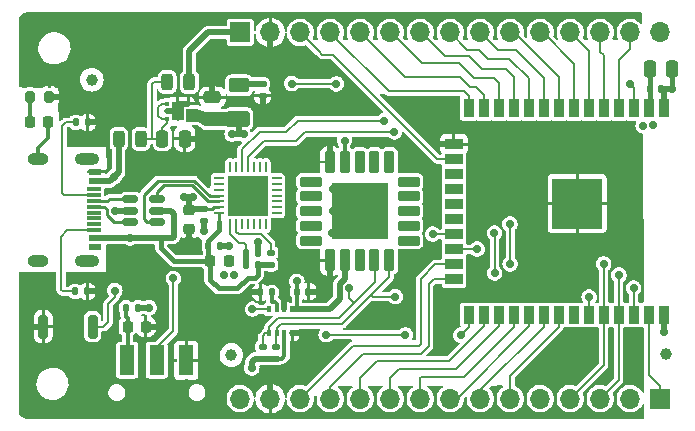
<source format=gbr>
%TF.GenerationSoftware,KiCad,Pcbnew,7.0.5-0*%
%TF.CreationDate,2024-04-28T23:55:43+02:00*%
%TF.ProjectId,esp32-eter,65737033-322d-4657-9465-722e6b696361,rev?*%
%TF.SameCoordinates,Original*%
%TF.FileFunction,Copper,L1,Top*%
%TF.FilePolarity,Positive*%
%FSLAX46Y46*%
G04 Gerber Fmt 4.6, Leading zero omitted, Abs format (unit mm)*
G04 Created by KiCad (PCBNEW 7.0.5-0) date 2024-04-28 23:55:43*
%MOMM*%
%LPD*%
G01*
G04 APERTURE LIST*
G04 Aperture macros list*
%AMRoundRect*
0 Rectangle with rounded corners*
0 $1 Rounding radius*
0 $2 $3 $4 $5 $6 $7 $8 $9 X,Y pos of 4 corners*
0 Add a 4 corners polygon primitive as box body*
4,1,4,$2,$3,$4,$5,$6,$7,$8,$9,$2,$3,0*
0 Add four circle primitives for the rounded corners*
1,1,$1+$1,$2,$3*
1,1,$1+$1,$4,$5*
1,1,$1+$1,$6,$7*
1,1,$1+$1,$8,$9*
0 Add four rect primitives between the rounded corners*
20,1,$1+$1,$2,$3,$4,$5,0*
20,1,$1+$1,$4,$5,$6,$7,0*
20,1,$1+$1,$6,$7,$8,$9,0*
20,1,$1+$1,$8,$9,$2,$3,0*%
G04 Aperture macros list end*
%TA.AperFunction,SMDPad,CuDef*%
%ADD10RoundRect,0.135000X0.135000X0.185000X-0.135000X0.185000X-0.135000X-0.185000X0.135000X-0.185000X0*%
%TD*%
%TA.AperFunction,SMDPad,CuDef*%
%ADD11C,1.000000*%
%TD*%
%TA.AperFunction,ComponentPad*%
%ADD12R,1.700000X1.700000*%
%TD*%
%TA.AperFunction,ComponentPad*%
%ADD13O,1.700000X1.700000*%
%TD*%
%TA.AperFunction,SMDPad,CuDef*%
%ADD14R,0.900000X1.500000*%
%TD*%
%TA.AperFunction,SMDPad,CuDef*%
%ADD15R,1.500000X0.900000*%
%TD*%
%TA.AperFunction,SMDPad,CuDef*%
%ADD16R,1.050000X1.050000*%
%TD*%
%TA.AperFunction,HeatsinkPad*%
%ADD17C,0.600000*%
%TD*%
%TA.AperFunction,SMDPad,CuDef*%
%ADD18R,4.200000X4.200000*%
%TD*%
%TA.AperFunction,SMDPad,CuDef*%
%ADD19RoundRect,0.140000X-0.140000X-0.170000X0.140000X-0.170000X0.140000X0.170000X-0.140000X0.170000X0*%
%TD*%
%TA.AperFunction,SMDPad,CuDef*%
%ADD20RoundRect,0.200000X-0.200000X-0.275000X0.200000X-0.275000X0.200000X0.275000X-0.200000X0.275000X0*%
%TD*%
%TA.AperFunction,SMDPad,CuDef*%
%ADD21RoundRect,0.135000X-0.185000X0.135000X-0.185000X-0.135000X0.185000X-0.135000X0.185000X0.135000X0*%
%TD*%
%TA.AperFunction,SMDPad,CuDef*%
%ADD22RoundRect,0.093750X0.093750X0.106250X-0.093750X0.106250X-0.093750X-0.106250X0.093750X-0.106250X0*%
%TD*%
%TA.AperFunction,ComponentPad*%
%ADD23C,0.500000*%
%TD*%
%TA.AperFunction,SMDPad,CuDef*%
%ADD24R,1.000000X1.600000*%
%TD*%
%TA.AperFunction,SMDPad,CuDef*%
%ADD25R,1.000000X0.600000*%
%TD*%
%TA.AperFunction,SMDPad,CuDef*%
%ADD26R,1.150000X0.300000*%
%TD*%
%TA.AperFunction,ComponentPad*%
%ADD27O,2.100000X1.000000*%
%TD*%
%TA.AperFunction,ComponentPad*%
%ADD28O,1.800000X1.000000*%
%TD*%
%TA.AperFunction,SMDPad,CuDef*%
%ADD29RoundRect,0.250000X0.475000X-0.250000X0.475000X0.250000X-0.475000X0.250000X-0.475000X-0.250000X0*%
%TD*%
%TA.AperFunction,SMDPad,CuDef*%
%ADD30RoundRect,0.243750X0.243750X0.456250X-0.243750X0.456250X-0.243750X-0.456250X0.243750X-0.456250X0*%
%TD*%
%TA.AperFunction,SMDPad,CuDef*%
%ADD31R,1.250000X2.500000*%
%TD*%
%TA.AperFunction,SMDPad,CuDef*%
%ADD32RoundRect,0.140000X-0.170000X0.140000X-0.170000X-0.140000X0.170000X-0.140000X0.170000X0.140000X0*%
%TD*%
%TA.AperFunction,SMDPad,CuDef*%
%ADD33R,0.350000X0.500000*%
%TD*%
%TA.AperFunction,SMDPad,CuDef*%
%ADD34RoundRect,0.250000X-0.625000X0.375000X-0.625000X-0.375000X0.625000X-0.375000X0.625000X0.375000X0*%
%TD*%
%TA.AperFunction,SMDPad,CuDef*%
%ADD35RoundRect,0.135000X-0.135000X-0.185000X0.135000X-0.185000X0.135000X0.185000X-0.135000X0.185000X0*%
%TD*%
%TA.AperFunction,SMDPad,CuDef*%
%ADD36RoundRect,0.140000X0.140000X0.170000X-0.140000X0.170000X-0.140000X-0.170000X0.140000X-0.170000X0*%
%TD*%
%TA.AperFunction,SMDPad,CuDef*%
%ADD37RoundRect,0.225000X-0.250000X0.225000X-0.250000X-0.225000X0.250000X-0.225000X0.250000X0.225000X0*%
%TD*%
%TA.AperFunction,SMDPad,CuDef*%
%ADD38RoundRect,0.250000X-0.250000X-0.475000X0.250000X-0.475000X0.250000X0.475000X-0.250000X0.475000X0*%
%TD*%
%TA.AperFunction,SMDPad,CuDef*%
%ADD39RoundRect,0.243750X-0.243750X-0.456250X0.243750X-0.456250X0.243750X0.456250X-0.243750X0.456250X0*%
%TD*%
%TA.AperFunction,SMDPad,CuDef*%
%ADD40RoundRect,0.062500X-0.337500X-0.062500X0.337500X-0.062500X0.337500X0.062500X-0.337500X0.062500X0*%
%TD*%
%TA.AperFunction,SMDPad,CuDef*%
%ADD41RoundRect,0.062500X-0.062500X-0.337500X0.062500X-0.337500X0.062500X0.337500X-0.062500X0.337500X0*%
%TD*%
%TA.AperFunction,SMDPad,CuDef*%
%ADD42R,3.350000X3.350000*%
%TD*%
%TA.AperFunction,SMDPad,CuDef*%
%ADD43RoundRect,0.225000X-0.225000X-0.250000X0.225000X-0.250000X0.225000X0.250000X-0.225000X0.250000X0*%
%TD*%
%TA.AperFunction,SMDPad,CuDef*%
%ADD44RoundRect,0.200000X0.200000X0.800000X-0.200000X0.800000X-0.200000X-0.800000X0.200000X-0.800000X0*%
%TD*%
%TA.AperFunction,SMDPad,CuDef*%
%ADD45RoundRect,0.135000X0.185000X-0.135000X0.185000X0.135000X-0.185000X0.135000X-0.185000X-0.135000X0*%
%TD*%
%TA.AperFunction,SMDPad,CuDef*%
%ADD46RoundRect,0.212500X-0.737500X-0.212500X0.737500X-0.212500X0.737500X0.212500X-0.737500X0.212500X0*%
%TD*%
%TA.AperFunction,SMDPad,CuDef*%
%ADD47RoundRect,0.212500X-0.212500X-0.737500X0.212500X-0.737500X0.212500X0.737500X-0.212500X0.737500X0*%
%TD*%
%TA.AperFunction,SMDPad,CuDef*%
%ADD48R,4.800000X4.800000*%
%TD*%
%TA.AperFunction,SMDPad,CuDef*%
%ADD49RoundRect,0.150000X-0.512500X-0.150000X0.512500X-0.150000X0.512500X0.150000X-0.512500X0.150000X0*%
%TD*%
%TA.AperFunction,SMDPad,CuDef*%
%ADD50RoundRect,0.225000X0.225000X0.250000X-0.225000X0.250000X-0.225000X-0.250000X0.225000X-0.250000X0*%
%TD*%
%TA.AperFunction,ViaPad*%
%ADD51C,0.700000*%
%TD*%
%TA.AperFunction,ViaPad*%
%ADD52C,0.900000*%
%TD*%
%TA.AperFunction,ViaPad*%
%ADD53C,0.800000*%
%TD*%
%TA.AperFunction,Conductor*%
%ADD54C,0.500000*%
%TD*%
%TA.AperFunction,Conductor*%
%ADD55C,0.400000*%
%TD*%
%TA.AperFunction,Conductor*%
%ADD56C,0.350000*%
%TD*%
%TA.AperFunction,Conductor*%
%ADD57C,0.300000*%
%TD*%
%TA.AperFunction,Conductor*%
%ADD58C,0.250000*%
%TD*%
%TA.AperFunction,Conductor*%
%ADD59C,0.450000*%
%TD*%
%TA.AperFunction,Conductor*%
%ADD60C,0.190000*%
%TD*%
%TA.AperFunction,Conductor*%
%ADD61C,0.220000*%
%TD*%
%TA.AperFunction,Conductor*%
%ADD62C,0.200000*%
%TD*%
G04 APERTURE END LIST*
D10*
%TO.P,R3,1*%
%TO.N,+5V*%
X87560000Y-71660000D03*
%TO.P,R3,2*%
%TO.N,/CP2102_VBUS*%
X86540000Y-71660000D03*
%TD*%
D11*
%TO.P,FM2,*%
%TO.N,*%
X73500000Y-56000000D03*
%TD*%
D12*
%TO.P,J2,1,Pin_1*%
%TO.N,IO23*%
X121620000Y-83000000D03*
D13*
%TO.P,J2,2,Pin_2*%
%TO.N,IO22*%
X119080000Y-83000000D03*
%TO.P,J2,3,Pin_3*%
%TO.N,TXD0*%
X116540000Y-83000000D03*
%TO.P,J2,4,Pin_4*%
%TO.N,RXD0*%
X114000000Y-83000000D03*
%TO.P,J2,5,Pin_5*%
%TO.N,IO21*%
X111460000Y-83000000D03*
%TO.P,J2,6,Pin_6*%
%TO.N,IO19*%
X108920000Y-83000000D03*
%TO.P,J2,7,Pin_7*%
%TO.N,IO18*%
X106380000Y-83000000D03*
%TO.P,J2,8,Pin_8*%
%TO.N,IO5*%
X103840000Y-83000000D03*
%TO.P,J2,9,Pin_9*%
%TO.N,UART2_TX*%
X101300000Y-83000000D03*
%TO.P,J2,10,Pin_10*%
%TO.N,UART2_RX*%
X98760000Y-83000000D03*
%TO.P,J2,11,Pin_11*%
%TO.N,IO4*%
X96220000Y-83000000D03*
%TO.P,J2,12,Pin_12*%
%TO.N,IO2*%
X93680000Y-83000000D03*
%TO.P,J2,13,Pin_13*%
%TO.N,IO15*%
X91140000Y-83000000D03*
%TO.P,J2,14,Pin_14*%
%TO.N,GND*%
X88600000Y-83000000D03*
%TO.P,J2,15,Pin_15*%
%TO.N,+BATT*%
X86060000Y-83000000D03*
%TD*%
D12*
%TO.P,J3,1,Pin_1*%
%TO.N,+BATT*%
X86060000Y-52000000D03*
D13*
%TO.P,J3,2,Pin_2*%
%TO.N,GND*%
X88600000Y-52000000D03*
%TO.P,J3,3,Pin_3*%
%TO.N,IO13*%
X91140000Y-52000000D03*
%TO.P,J3,4,Pin_4*%
%TO.N,IO12*%
X93680000Y-52000000D03*
%TO.P,J3,5,Pin_5*%
%TO.N,IO14*%
X96220000Y-52000000D03*
%TO.P,J3,6,Pin_6*%
%TO.N,IO27*%
X98760000Y-52000000D03*
%TO.P,J3,7,Pin_7*%
%TO.N,IO26*%
X101300000Y-52000000D03*
%TO.P,J3,8,Pin_8*%
%TO.N,IO25*%
X103840000Y-52000000D03*
%TO.P,J3,9,Pin_9*%
%TO.N,IO33*%
X106380000Y-52000000D03*
%TO.P,J3,10,Pin_10*%
%TO.N,IO32*%
X108920000Y-52000000D03*
%TO.P,J3,11,Pin_11*%
%TO.N,IO35*%
X111460000Y-52000000D03*
%TO.P,J3,12,Pin_12*%
%TO.N,IO34*%
X114000000Y-52000000D03*
%TO.P,J3,13,Pin_13*%
%TO.N,VN*%
X116540000Y-52000000D03*
%TO.P,J3,14,Pin_14*%
%TO.N,VP*%
X119080000Y-52000000D03*
%TO.P,J3,15,Pin_15*%
%TO.N,BME280_ADDRESS*%
X121620000Y-52000000D03*
%TD*%
D14*
%TO.P,U1,1,GND*%
%TO.N,GND*%
X121920000Y-58420000D03*
%TO.P,U1,2,VDD*%
%TO.N,+3V3*%
X120650000Y-58420000D03*
%TO.P,U1,3,EN*%
%TO.N,/EN*%
X119380000Y-58420000D03*
%TO.P,U1,4,SENSOR_VP*%
%TO.N,VP*%
X118110000Y-58420000D03*
%TO.P,U1,5,SENSOR_VN*%
%TO.N,VN*%
X116840000Y-58420000D03*
%TO.P,U1,6,IO34*%
%TO.N,IO34*%
X115570000Y-58420000D03*
%TO.P,U1,7,IO35*%
%TO.N,IO35*%
X114300000Y-58420000D03*
%TO.P,U1,8,IO32*%
%TO.N,IO32*%
X113030000Y-58420000D03*
%TO.P,U1,9,IO33*%
%TO.N,IO33*%
X111760000Y-58420000D03*
%TO.P,U1,10,IO25*%
%TO.N,IO25*%
X110490000Y-58420000D03*
%TO.P,U1,11,IO26*%
%TO.N,IO26*%
X109220000Y-58420000D03*
%TO.P,U1,12,IO27*%
%TO.N,IO27*%
X107950000Y-58420000D03*
%TO.P,U1,13,IO14*%
%TO.N,IO14*%
X106680000Y-58420000D03*
%TO.P,U1,14,IO12*%
%TO.N,IO12*%
X105410000Y-58420000D03*
D15*
%TO.P,U1,15,GND*%
%TO.N,GND*%
X104160000Y-61460000D03*
%TO.P,U1,16,IO13*%
%TO.N,IO13*%
X104160000Y-62730000D03*
%TO.P,U1,17,SHD/SD2*%
%TO.N,unconnected-(U1-SHD{slash}SD2-Pad17)*%
X104160000Y-64000000D03*
%TO.P,U1,18,SWP/SD3*%
%TO.N,unconnected-(U1-SWP{slash}SD3-Pad18)*%
X104160000Y-65270000D03*
%TO.P,U1,19,SCS/CMD*%
%TO.N,unconnected-(U1-SCS{slash}CMD-Pad19)*%
X104160000Y-66540000D03*
%TO.P,U1,20,SCK/CLK*%
%TO.N,unconnected-(U1-SCK{slash}CLK-Pad20)*%
X104160000Y-67810000D03*
%TO.P,U1,21,SDO/SD0*%
%TO.N,IO21*%
X104160000Y-69080000D03*
%TO.P,U1,22,SDI/SD1*%
%TO.N,IO22*%
X104160000Y-70350000D03*
%TO.P,U1,23,IO15*%
%TO.N,IO15*%
X104160000Y-71620000D03*
%TO.P,U1,24,IO2*%
%TO.N,IO2*%
X104160000Y-72890000D03*
D14*
%TO.P,U1,25,IO0*%
%TO.N,/BOOT*%
X105410000Y-75920000D03*
%TO.P,U1,26,IO4*%
%TO.N,IO4*%
X106680000Y-75920000D03*
%TO.P,U1,27,IO16*%
%TO.N,UART2_RX*%
X107950000Y-75920000D03*
%TO.P,U1,28,IO17*%
%TO.N,UART2_TX*%
X109220000Y-75920000D03*
%TO.P,U1,29,IO5*%
%TO.N,IO5*%
X110490000Y-75920000D03*
%TO.P,U1,30,IO18*%
%TO.N,IO18*%
X111760000Y-75920000D03*
%TO.P,U1,31,IO19*%
%TO.N,IO19*%
X113030000Y-75920000D03*
%TO.P,U1,32,NC*%
%TO.N,unconnected-(U1-NC-Pad32)*%
X114300000Y-75920000D03*
%TO.P,U1,33,IO21*%
%TO.N,I2C0_SDA*%
X115570000Y-75920000D03*
%TO.P,U1,34,RXD0/IO3*%
%TO.N,RXD0*%
X116840000Y-75920000D03*
%TO.P,U1,35,TXD0/IO1*%
%TO.N,TXD0*%
X118110000Y-75920000D03*
%TO.P,U1,36,IO22*%
%TO.N,I2C0_SCL*%
X119380000Y-75920000D03*
%TO.P,U1,37,IO23*%
%TO.N,IO23*%
X120650000Y-75920000D03*
%TO.P,U1,38,GND*%
%TO.N,GND*%
X121920000Y-75920000D03*
D16*
%TO.P,U1,39,GND*%
X116105000Y-64965000D03*
D17*
X115342500Y-64965000D03*
D16*
X114580000Y-64965000D03*
D17*
X113817500Y-64965000D03*
D16*
X113055000Y-64965000D03*
D17*
X116105000Y-65727500D03*
X114580000Y-65727500D03*
X113055000Y-65727500D03*
D16*
X116105000Y-66490000D03*
D17*
X115342500Y-66490000D03*
D16*
X114580000Y-66490000D03*
D18*
X114580000Y-66490000D03*
D17*
X113817500Y-66490000D03*
D16*
X113055000Y-66490000D03*
D17*
X116105000Y-67252500D03*
X114580000Y-67252500D03*
X113055000Y-67252500D03*
D16*
X116105000Y-68015000D03*
D17*
X115342500Y-68015000D03*
D16*
X114580000Y-68015000D03*
D17*
X113817500Y-68015000D03*
D16*
X113055000Y-68015000D03*
%TD*%
D10*
%TO.P,R8,1*%
%TO.N,+3V3*%
X77420000Y-75300000D03*
%TO.P,R8,2*%
%TO.N,/EN_HIGH*%
X76400000Y-75300000D03*
%TD*%
D19*
%TO.P,C2,1*%
%TO.N,+3V3*%
X120770000Y-56750000D03*
%TO.P,C2,2*%
%TO.N,GND*%
X121730000Y-56750000D03*
%TD*%
D20*
%TO.P,R10,1*%
%TO.N,Net-(C12-Pad2)*%
X68265000Y-57430000D03*
%TO.P,R10,2*%
%TO.N,GND*%
X69915000Y-57430000D03*
%TD*%
D21*
%TO.P,R7,1*%
%TO.N,I2C0_SDA*%
X89050000Y-78600000D03*
%TO.P,R7,2*%
%TO.N,+3V3*%
X89050000Y-79620000D03*
%TD*%
D22*
%TO.P,U4,1,OUT*%
%TO.N,+3V3*%
X81650000Y-59340000D03*
%TO.P,U4,2,SNS*%
X81650000Y-58690000D03*
%TO.P,U4,3,GND*%
%TO.N,GND*%
X81650000Y-58040000D03*
%TO.P,U4,4,EN*%
%TO.N,/LDO_IN*%
X79875000Y-58040000D03*
%TO.P,U4,5,GND*%
%TO.N,GND*%
X79875000Y-58690000D03*
%TO.P,U4,6,IN*%
%TO.N,/LDO_IN*%
X79875000Y-59340000D03*
D23*
%TO.P,U4,7,PAD*%
%TO.N,GND*%
X80762500Y-59240000D03*
D24*
X80762500Y-58690000D03*
D23*
X80762500Y-58140000D03*
%TD*%
D25*
%TO.P,J1,A1,GND*%
%TO.N,GND*%
X73755000Y-63800000D03*
%TO.P,J1,A4,VBUS*%
%TO.N,+5V*%
X73755000Y-64600000D03*
D26*
%TO.P,J1,A5,CC1*%
%TO.N,/USB_CC1*%
X73680000Y-65750000D03*
%TO.P,J1,A6,D+*%
%TO.N,/USB_D+*%
X73680000Y-66750000D03*
%TO.P,J1,A7,D-*%
%TO.N,/USB_D-*%
X73680000Y-67250000D03*
%TO.P,J1,A8,SBU1*%
%TO.N,unconnected-(J1-SBU1-PadA8)*%
X73680000Y-68250000D03*
D25*
%TO.P,J1,A9,VBUS*%
%TO.N,+5V*%
X73755000Y-69400000D03*
%TO.P,J1,A12,GND*%
%TO.N,GND*%
X73755000Y-70200000D03*
%TO.P,J1,B1,GND*%
X73755000Y-70200000D03*
%TO.P,J1,B4,VBUS*%
%TO.N,+5V*%
X73755000Y-69400000D03*
D26*
%TO.P,J1,B5,CC2*%
%TO.N,/USB_CC2*%
X73680000Y-68750000D03*
%TO.P,J1,B6,D+*%
%TO.N,/USB_D+*%
X73680000Y-67750000D03*
%TO.P,J1,B7,D-*%
%TO.N,/USB_D-*%
X73680000Y-66250000D03*
%TO.P,J1,B8,SBU2*%
%TO.N,unconnected-(J1-SBU2-PadB8)*%
X73680000Y-65250000D03*
D25*
%TO.P,J1,B9,VBUS*%
%TO.N,+5V*%
X73755000Y-64600000D03*
%TO.P,J1,B12,GND*%
%TO.N,GND*%
X73755000Y-63800000D03*
D27*
%TO.P,J1,S1,SHIELD*%
%TO.N,Net-(J1-SHIELD)*%
X73105000Y-62680000D03*
D28*
X68925000Y-62680000D03*
D27*
X73105000Y-71320000D03*
D28*
X68925000Y-71320000D03*
%TD*%
D21*
%TO.P,R9,1*%
%TO.N,/LED*%
X87962500Y-56350000D03*
%TO.P,R9,2*%
%TO.N,GND*%
X87962500Y-57370000D03*
%TD*%
D29*
%TO.P,C8,1*%
%TO.N,+3V3*%
X83712500Y-59370000D03*
%TO.P,C8,2*%
%TO.N,GND*%
X83712500Y-57470000D03*
%TD*%
D30*
%TO.P,D1,1,K*%
%TO.N,/LDO_IN*%
X77662500Y-61020000D03*
%TO.P,D1,2,A*%
%TO.N,+5V*%
X75787500Y-61020000D03*
%TD*%
D19*
%TO.P,C3,1*%
%TO.N,+5V*%
X83370000Y-70070000D03*
%TO.P,C3,2*%
%TO.N,GND*%
X84330000Y-70070000D03*
%TD*%
D31*
%TO.P,SW2,1,A*%
%TO.N,/EN_HIGH*%
X76500000Y-79750000D03*
%TO.P,SW2,2,B*%
%TO.N,/EN*%
X79000000Y-79750000D03*
%TO.P,SW2,3,C*%
%TO.N,GND*%
X81500000Y-79750000D03*
%TD*%
D32*
%TO.P,C6,1*%
%TO.N,+3V3*%
X82960000Y-66980000D03*
%TO.P,C6,2*%
%TO.N,GND*%
X82960000Y-67940000D03*
%TD*%
D21*
%TO.P,R6,1*%
%TO.N,I2C0_SCL*%
X87950000Y-78600000D03*
%TO.P,R6,2*%
%TO.N,+3V3*%
X87950000Y-79620000D03*
%TD*%
D33*
%TO.P,U5,1,GND*%
%TO.N,GND*%
X90450000Y-77485000D03*
%TO.P,U5,2,CSB*%
%TO.N,+3V3*%
X89800000Y-77485000D03*
%TO.P,U5,3,SDI*%
%TO.N,I2C0_SDA*%
X89150000Y-77485000D03*
%TO.P,U5,4,SCK*%
%TO.N,I2C0_SCL*%
X88500000Y-77485000D03*
%TO.P,U5,5,SDO*%
%TO.N,BME280_ADDRESS*%
X88500000Y-75435000D03*
%TO.P,U5,6,VDDIO*%
%TO.N,+3V3*%
X89150000Y-75435000D03*
%TO.P,U5,7,GND*%
%TO.N,GND*%
X89800000Y-75435000D03*
%TO.P,U5,8,VDD*%
%TO.N,+3V3*%
X90450000Y-75435000D03*
%TD*%
D34*
%TO.P,D3,1,K*%
%TO.N,/LED*%
X85962500Y-56480000D03*
%TO.P,D3,2,A*%
%TO.N,+3V3*%
X85962500Y-59280000D03*
%TD*%
D35*
%TO.P,R4,1*%
%TO.N,/CP2102_VBUS*%
X86530000Y-70660000D03*
%TO.P,R4,2*%
%TO.N,GND*%
X87550000Y-70660000D03*
%TD*%
D36*
%TO.P,C9,1*%
%TO.N,+3V3*%
X88730000Y-74000000D03*
%TO.P,C9,2*%
%TO.N,GND*%
X87770000Y-74000000D03*
%TD*%
D37*
%TO.P,C5,1*%
%TO.N,+3V3*%
X81710000Y-67060000D03*
%TO.P,C5,2*%
%TO.N,GND*%
X81710000Y-68610000D03*
%TD*%
D11*
%TO.P,FM3,*%
%TO.N,*%
X122100000Y-79230000D03*
%TD*%
D19*
%TO.P,C10,1*%
%TO.N,+3V3*%
X90870000Y-73950000D03*
%TO.P,C10,2*%
%TO.N,GND*%
X91830000Y-73950000D03*
%TD*%
D11*
%TO.P,FM1,*%
%TO.N,*%
X85320000Y-79320000D03*
%TD*%
D38*
%TO.P,C7,1*%
%TO.N,/LDO_IN*%
X79462500Y-61000000D03*
%TO.P,C7,2*%
%TO.N,GND*%
X81362500Y-61000000D03*
%TD*%
D39*
%TO.P,D2,1,K*%
%TO.N,/LDO_IN*%
X79887500Y-56200000D03*
%TO.P,D2,2,A*%
%TO.N,+BATT*%
X81762500Y-56200000D03*
%TD*%
D40*
%TO.P,U3,1,~{DCD}*%
%TO.N,unconnected-(U3-~{DCD}-Pad1)*%
X84260000Y-64310000D03*
%TO.P,U3,2,~{RI}/CLK*%
%TO.N,unconnected-(U3-~{RI}{slash}CLK-Pad2)*%
X84260000Y-64810000D03*
%TO.P,U3,3,GND*%
%TO.N,GND*%
X84260000Y-65310000D03*
%TO.P,U3,4,D+*%
%TO.N,/CP2102_D+*%
X84260000Y-65810000D03*
%TO.P,U3,5,D-*%
%TO.N,/CP2102_D-*%
X84260000Y-66310000D03*
%TO.P,U3,6,VDD*%
%TO.N,+3V3*%
X84260000Y-66810000D03*
%TO.P,U3,7,VREGIN*%
%TO.N,+5V*%
X84260000Y-67310000D03*
D41*
%TO.P,U3,8,VBUS*%
%TO.N,/CP2102_VBUS*%
X85210000Y-68260000D03*
%TO.P,U3,9,~{RST}*%
%TO.N,/RSTB*%
X85710000Y-68260000D03*
%TO.P,U3,10,NC*%
%TO.N,unconnected-(U3-NC-Pad10)*%
X86210000Y-68260000D03*
%TO.P,U3,11,~{SUSPEND}*%
%TO.N,unconnected-(U3-~{SUSPEND}-Pad11)*%
X86710000Y-68260000D03*
%TO.P,U3,12,SUSPEND*%
%TO.N,unconnected-(U3-SUSPEND-Pad12)*%
X87210000Y-68260000D03*
%TO.P,U3,13,CHREN*%
%TO.N,unconnected-(U3-CHREN-Pad13)*%
X87710000Y-68260000D03*
%TO.P,U3,14,CHR1*%
%TO.N,unconnected-(U3-CHR1-Pad14)*%
X88210000Y-68260000D03*
D40*
%TO.P,U3,15,CHR0*%
%TO.N,unconnected-(U3-CHR0-Pad15)*%
X89160000Y-67310000D03*
%TO.P,U3,16,~{WAKEUP}/GPIO.3*%
%TO.N,unconnected-(U3-~{WAKEUP}{slash}GPIO.3-Pad16)*%
X89160000Y-66810000D03*
%TO.P,U3,17,RS485/GPIO.2*%
%TO.N,unconnected-(U3-RS485{slash}GPIO.2-Pad17)*%
X89160000Y-66310000D03*
%TO.P,U3,18,~{RXT}/GPIO.1*%
%TO.N,unconnected-(U3-~{RXT}{slash}GPIO.1-Pad18)*%
X89160000Y-65810000D03*
%TO.P,U3,19,~{TXT}/GPIO.0*%
%TO.N,unconnected-(U3-~{TXT}{slash}GPIO.0-Pad19)*%
X89160000Y-65310000D03*
%TO.P,U3,20,GPIO.6*%
%TO.N,unconnected-(U3-GPIO.6-Pad20)*%
X89160000Y-64810000D03*
%TO.P,U3,21,GPIO.5*%
%TO.N,unconnected-(U3-GPIO.5-Pad21)*%
X89160000Y-64310000D03*
D41*
%TO.P,U3,22,GPIO.4*%
%TO.N,unconnected-(U3-GPIO.4-Pad22)*%
X88210000Y-63360000D03*
%TO.P,U3,23,~{CTS}*%
%TO.N,unconnected-(U3-~{CTS}-Pad23)*%
X87710000Y-63360000D03*
%TO.P,U3,24,~{RTS}*%
%TO.N,unconnected-(U3-~{RTS}-Pad24)*%
X87210000Y-63360000D03*
%TO.P,U3,25,RXD*%
%TO.N,TXD0*%
X86710000Y-63360000D03*
%TO.P,U3,26,TXD*%
%TO.N,RXD0*%
X86210000Y-63360000D03*
%TO.P,U3,27,~{DSR}*%
%TO.N,unconnected-(U3-~{DSR}-Pad27)*%
X85710000Y-63360000D03*
%TO.P,U3,28,~{DTR}*%
%TO.N,unconnected-(U3-~{DTR}-Pad28)*%
X85210000Y-63360000D03*
D42*
%TO.P,U3,29,GND*%
%TO.N,GND*%
X86710000Y-65810000D03*
%TD*%
D43*
%TO.P,C11,1*%
%TO.N,/EN_HIGH*%
X76525000Y-76900000D03*
%TO.P,C11,2*%
%TO.N,GND*%
X78075000Y-76900000D03*
%TD*%
D38*
%TO.P,C1,1*%
%TO.N,+3V3*%
X120750000Y-55100000D03*
%TO.P,C1,2*%
%TO.N,GND*%
X122650000Y-55100000D03*
%TD*%
D35*
%TO.P,R2,1*%
%TO.N,/USB_CC1*%
X72130000Y-59610000D03*
%TO.P,R2,2*%
%TO.N,GND*%
X73150000Y-59610000D03*
%TD*%
D43*
%TO.P,C4,1*%
%TO.N,+5V*%
X83525000Y-71370000D03*
%TO.P,C4,2*%
%TO.N,GND*%
X85075000Y-71370000D03*
%TD*%
D44*
%TO.P,SW1,1,A*%
%TO.N,/BOOT*%
X73570000Y-76920000D03*
%TO.P,SW1,2,B*%
%TO.N,GND*%
X69370000Y-76920000D03*
%TD*%
D45*
%TO.P,R5,1*%
%TO.N,+5V*%
X88650000Y-71670000D03*
%TO.P,R5,2*%
%TO.N,/RSTB*%
X88650000Y-70650000D03*
%TD*%
D46*
%TO.P,U6,1*%
%TO.N,N/C*%
X92030000Y-64620000D03*
%TO.P,U6,2*%
X92030000Y-65870000D03*
%TO.P,U6,3*%
X92030000Y-67120000D03*
%TO.P,U6,4*%
X92030000Y-68370000D03*
%TO.P,U6,5*%
X92030000Y-69620000D03*
D47*
%TO.P,U6,6,GND*%
%TO.N,GND*%
X93680000Y-71270000D03*
%TO.P,U6,7,VDD*%
%TO.N,+3V3*%
X94930000Y-71270000D03*
%TO.P,U6,8*%
%TO.N,N/C*%
X96180000Y-71270000D03*
%TO.P,U6,9,SCL*%
%TO.N,I2C0_SCL*%
X97430000Y-71270000D03*
%TO.P,U6,10,SDA*%
%TO.N,I2C0_SDA*%
X98680000Y-71270000D03*
D46*
%TO.P,U6,11*%
%TO.N,N/C*%
X100330000Y-69620000D03*
%TO.P,U6,12*%
X100330000Y-68370000D03*
%TO.P,U6,13*%
X100330000Y-67120000D03*
%TO.P,U6,14*%
X100330000Y-65870000D03*
%TO.P,U6,15*%
X100330000Y-64620000D03*
D47*
%TO.P,U6,16*%
X98680000Y-62970000D03*
%TO.P,U6,17*%
X97430000Y-62970000D03*
%TO.P,U6,18*%
X96180000Y-62970000D03*
%TO.P,U6,19,VDD*%
%TO.N,+3V3*%
X94930000Y-62970000D03*
%TO.P,U6,20,GND*%
%TO.N,GND*%
X93680000Y-62970000D03*
D48*
%TO.P,U6,21,GND*%
X96180000Y-67120000D03*
%TD*%
D35*
%TO.P,R1,1*%
%TO.N,/USB_CC2*%
X72100000Y-73920000D03*
%TO.P,R1,2*%
%TO.N,GND*%
X73120000Y-73920000D03*
%TD*%
D49*
%TO.P,U2,1,I/O1*%
%TO.N,/USB_D-*%
X76762500Y-66130000D03*
%TO.P,U2,2,GND*%
%TO.N,GND*%
X76762500Y-67080000D03*
%TO.P,U2,3,I/O2*%
%TO.N,/USB_D+*%
X76762500Y-68030000D03*
%TO.P,U2,4,I/O2*%
%TO.N,/CP2102_D+*%
X79037500Y-68030000D03*
%TO.P,U2,5,VBUS*%
%TO.N,+5V*%
X79037500Y-67080000D03*
%TO.P,U2,6,I/O1*%
%TO.N,/CP2102_D-*%
X79037500Y-66130000D03*
%TD*%
D50*
%TO.P,C12,1*%
%TO.N,Net-(J1-SHIELD)*%
X69775000Y-59560000D03*
%TO.P,C12,2*%
%TO.N,Net-(C12-Pad2)*%
X68225000Y-59560000D03*
%TD*%
D51*
%TO.N,+3V3*%
X121010000Y-59870000D03*
X85370000Y-60620000D03*
X86350000Y-60620000D03*
X87040000Y-80410000D03*
X81290000Y-65930000D03*
X120170000Y-59880000D03*
X82040000Y-65900000D03*
X90850000Y-73060000D03*
X94900000Y-61160000D03*
X78350000Y-75300000D03*
%TO.N,GND*%
X93850000Y-69000000D03*
X102750000Y-61460000D03*
D52*
X94200000Y-57700000D03*
D51*
X121910000Y-77350000D03*
X94750000Y-68050000D03*
X122640000Y-56750000D03*
X82550000Y-61550000D03*
X87560000Y-69750000D03*
X82950000Y-79000000D03*
X85150000Y-70060000D03*
D52*
X77000000Y-51000000D03*
X79000000Y-51000000D03*
X102300000Y-67700000D03*
D51*
X82150000Y-69800000D03*
X75440000Y-67080000D03*
D52*
X77000000Y-73000000D03*
D51*
X91325000Y-77485000D03*
D52*
X75000000Y-51000000D03*
D51*
X82950000Y-79850000D03*
D52*
X79000000Y-73000000D03*
D51*
X73970000Y-73920000D03*
D52*
X100000000Y-58400000D03*
D51*
X92700000Y-73950000D03*
D53*
X90300000Y-66610000D03*
D51*
X93900000Y-67150000D03*
X87970000Y-58210000D03*
X84730000Y-72560000D03*
D52*
X92250000Y-55000000D03*
D51*
X87900000Y-66900000D03*
D52*
X99000000Y-76000000D03*
X75370000Y-70510000D03*
X113000000Y-81000000D03*
X119000000Y-79000000D03*
X76000000Y-59000000D03*
D51*
X88050000Y-80800000D03*
D52*
X80000000Y-53000000D03*
D51*
X84200000Y-56270000D03*
D52*
X83000000Y-75000000D03*
D51*
X94750000Y-66100000D03*
D52*
X74000000Y-53000000D03*
X77520000Y-70540000D03*
D51*
X93670000Y-61220000D03*
X87900000Y-65850000D03*
D53*
X79830000Y-63210000D03*
D51*
X82550000Y-60650000D03*
X74000000Y-59610000D03*
D52*
X97000000Y-76000000D03*
X92250000Y-57750000D03*
D51*
X96650000Y-66150000D03*
X86750000Y-64600000D03*
D52*
X83000000Y-77000000D03*
D53*
X89290000Y-72770000D03*
D52*
X74000000Y-83000000D03*
X85000000Y-77000000D03*
D51*
X85600000Y-66950000D03*
D53*
X90220000Y-71480000D03*
D52*
X97200000Y-58400000D03*
D51*
X95650000Y-65250000D03*
D52*
X102600000Y-58400000D03*
D51*
X83220000Y-56280000D03*
X89200000Y-54250000D03*
X97400000Y-69000000D03*
X95650000Y-69000000D03*
X83000000Y-68800000D03*
X81150000Y-77550000D03*
D52*
X119000000Y-81000000D03*
X115000000Y-79000000D03*
D51*
X79250000Y-77350000D03*
D52*
X70000000Y-73000000D03*
D51*
X85600000Y-65800000D03*
D52*
X68000000Y-73000000D03*
D51*
X97400000Y-67150000D03*
X82900000Y-78150000D03*
D52*
X68000000Y-79000000D03*
D53*
X90300000Y-62280000D03*
D52*
X71530000Y-57430000D03*
X81000000Y-51000000D03*
D51*
X86750000Y-66900000D03*
X82100000Y-77550000D03*
D52*
X93000000Y-79000000D03*
X68000000Y-51000000D03*
D51*
X85530000Y-72560000D03*
D52*
X102300000Y-65500000D03*
D51*
X87900000Y-64600000D03*
X86900000Y-74000000D03*
X89050000Y-80800000D03*
X96550000Y-68000000D03*
D52*
X102320000Y-63540000D03*
X106100000Y-68900000D03*
X113000000Y-79000000D03*
D51*
X89800000Y-74450000D03*
X88050000Y-54300000D03*
D52*
X90250000Y-55000000D03*
X91000000Y-79000000D03*
D53*
X90300000Y-64350000D03*
D51*
X85600000Y-64600000D03*
D52*
X76000000Y-53000000D03*
D53*
X90250000Y-69160000D03*
D51*
X68250000Y-77260000D03*
X93670000Y-72890000D03*
D52*
X73000000Y-51000000D03*
X119400000Y-72300000D03*
D51*
X79250000Y-76550000D03*
D53*
X77180000Y-63200000D03*
D52*
X83000000Y-51000000D03*
D51*
X97350000Y-65250000D03*
D52*
X91000000Y-81000000D03*
D51*
X68250000Y-76310000D03*
X81300000Y-69810000D03*
X93900000Y-65250000D03*
%TO.N,+5V*%
X75405000Y-64205000D03*
X76740000Y-69390000D03*
%TO.N,IO22*%
X106120000Y-70330000D03*
%TO.N,TXD0*%
X107580000Y-68980000D03*
X99120000Y-60430000D03*
X107600000Y-72370000D03*
X118120000Y-72530000D03*
%TO.N,RXD0*%
X98230000Y-59470000D03*
X108900000Y-68210000D03*
X108920000Y-71590000D03*
X116840000Y-71590000D03*
%TO.N,IO21*%
X102350000Y-69080000D03*
%TO.N,BME280_ADDRESS*%
X87100000Y-75430000D03*
%TO.N,I2C0_SCL*%
X95290000Y-73630000D03*
X119370000Y-73640000D03*
%TO.N,I2C0_SDA*%
X115600000Y-74400000D03*
X99200000Y-74375000D03*
%TO.N,/BOOT*%
X93340000Y-77600000D03*
X104720000Y-77630000D03*
X75450000Y-73850000D03*
X100040000Y-77600000D03*
%TO.N,/EN*%
X80400000Y-72810000D03*
X90430000Y-56330000D03*
X94200000Y-56350000D03*
X119080000Y-56380000D03*
%TD*%
D54*
%TO.N,+3V3*%
X85962500Y-59280000D02*
X85962500Y-60587500D01*
X85962500Y-60587500D02*
X85930000Y-60620000D01*
D55*
X120770000Y-55120000D02*
X120750000Y-55100000D01*
D54*
X87950000Y-79620000D02*
X89050000Y-79620000D01*
X85930000Y-60620000D02*
X86350000Y-60620000D01*
D55*
X120770000Y-56750000D02*
X120770000Y-58300000D01*
D54*
X87040000Y-79880000D02*
X87300000Y-79620000D01*
D56*
X89800000Y-77485000D02*
X89800000Y-79380000D01*
D57*
X90740000Y-75435000D02*
X90875000Y-75300000D01*
X90870000Y-73950000D02*
X90870000Y-73080000D01*
D54*
X94490000Y-73298629D02*
X94490000Y-74590000D01*
X94930000Y-72858629D02*
X94490000Y-73298629D01*
X94930000Y-71270000D02*
X94930000Y-72858629D01*
D57*
X88725000Y-74005000D02*
X88725000Y-74835000D01*
D54*
X94490000Y-74590000D02*
X93645000Y-75435000D01*
D57*
X90450000Y-75435000D02*
X90740000Y-75435000D01*
D56*
X89560000Y-79620000D02*
X89050000Y-79620000D01*
D54*
X87300000Y-79620000D02*
X87950000Y-79620000D01*
X85370000Y-60620000D02*
X85930000Y-60620000D01*
D58*
X83641992Y-66980000D02*
X82960000Y-66980000D01*
D57*
X90875000Y-75300000D02*
X90875000Y-73955000D01*
D55*
X120770000Y-56750000D02*
X120770000Y-55120000D01*
D56*
X89800000Y-79380000D02*
X89560000Y-79620000D01*
D54*
X92346371Y-75435000D02*
X90500000Y-75435000D01*
D57*
X89150000Y-74960000D02*
X89150000Y-75435000D01*
X88730000Y-74000000D02*
X88725000Y-74005000D01*
D54*
X92346371Y-75435000D02*
X92210000Y-75435000D01*
X93645000Y-75435000D02*
X92346371Y-75435000D01*
D57*
X88725000Y-74835000D02*
X89025000Y-74835000D01*
D55*
X120770000Y-58300000D02*
X120650000Y-58420000D01*
D54*
X81710000Y-67060000D02*
X81710000Y-65930000D01*
D57*
X90870000Y-73080000D02*
X90850000Y-73060000D01*
D54*
X77420000Y-75300000D02*
X78350000Y-75300000D01*
X87040000Y-80410000D02*
X87040000Y-79880000D01*
D57*
X89025000Y-74835000D02*
X89150000Y-74960000D01*
X90875000Y-73955000D02*
X90870000Y-73950000D01*
D54*
X82960000Y-66980000D02*
X81790000Y-66980000D01*
X82010000Y-65930000D02*
X82040000Y-65900000D01*
X81710000Y-65930000D02*
X82010000Y-65930000D01*
D58*
X84260000Y-66810000D02*
X83811992Y-66810000D01*
D56*
X94910000Y-62950000D02*
X94910000Y-61190000D01*
D58*
X83811992Y-66810000D02*
X83641992Y-66980000D01*
D54*
X81790000Y-66980000D02*
X81710000Y-67060000D01*
X81290000Y-65930000D02*
X81710000Y-65930000D01*
%TO.N,GND*%
X87962500Y-58197500D02*
X87950000Y-58210000D01*
X104160000Y-61460000D02*
X102750000Y-61460000D01*
D58*
X122650000Y-56740000D02*
X122640000Y-56750000D01*
D54*
X73150000Y-59610000D02*
X74000000Y-59610000D01*
X81710000Y-68610000D02*
X81710000Y-69360000D01*
X88600000Y-83000000D02*
X88600000Y-80820000D01*
X88620000Y-80800000D02*
X89050000Y-80800000D01*
X69915000Y-57430000D02*
X71530000Y-57430000D01*
X121920000Y-58420000D02*
X121920000Y-56940000D01*
X93680000Y-71240000D02*
X93680000Y-72820000D01*
D59*
X122650000Y-55100000D02*
X122650000Y-56740000D01*
D54*
X82960000Y-68760000D02*
X83000000Y-68800000D01*
X90450000Y-77485000D02*
X91325000Y-77485000D01*
X87550000Y-70660000D02*
X87550000Y-69760000D01*
X81710000Y-68610000D02*
X81710000Y-69400000D01*
X83712500Y-56287500D02*
X83720000Y-56280000D01*
X88050000Y-54300000D02*
X88600000Y-54300000D01*
X81300000Y-69810000D02*
X82140000Y-69810000D01*
X81402500Y-61030000D02*
X81362500Y-61070000D01*
X79250000Y-76880000D02*
X79250000Y-76550000D01*
X121920000Y-75920000D02*
X121920000Y-77330000D01*
X82550000Y-61030000D02*
X82550000Y-61550000D01*
X82960000Y-67940000D02*
X82960000Y-68760000D01*
X83720000Y-56280000D02*
X84190000Y-56280000D01*
X89800000Y-75435000D02*
X89800000Y-74450000D01*
X79230000Y-76900000D02*
X79250000Y-76880000D01*
X88050000Y-80800000D02*
X88620000Y-80800000D01*
X82550000Y-61030000D02*
X81402500Y-61030000D01*
X87550000Y-69760000D02*
X87560000Y-69750000D01*
X68240000Y-77480000D02*
X68240000Y-77050000D01*
X88600000Y-54300000D02*
X89150000Y-54300000D01*
X88600000Y-52000000D02*
X88600000Y-54300000D01*
X81650000Y-58040000D02*
X80862500Y-58040000D01*
X89150000Y-54300000D02*
X89200000Y-54250000D01*
X82140000Y-69810000D02*
X82150000Y-69800000D01*
X79250000Y-77350000D02*
X79250000Y-76880000D01*
X83712500Y-57470000D02*
X83712500Y-56287500D01*
X82550000Y-60650000D02*
X82550000Y-61030000D01*
X93670000Y-71230000D02*
X93680000Y-71240000D01*
X73120000Y-73920000D02*
X73970000Y-73920000D01*
X87962500Y-57370000D02*
X87962500Y-58197500D01*
X80862500Y-58040000D02*
X80762500Y-58140000D01*
X85140000Y-70070000D02*
X85150000Y-70060000D01*
X93680000Y-72820000D02*
X93650000Y-72850000D01*
X83220000Y-56280000D02*
X83720000Y-56280000D01*
X88600000Y-80820000D02*
X88620000Y-80800000D01*
X87770000Y-74000000D02*
X86900000Y-74000000D01*
X79875000Y-58690000D02*
X80762500Y-58690000D01*
X68370000Y-76920000D02*
X68240000Y-77050000D01*
X81710000Y-69400000D02*
X81300000Y-69810000D01*
X84190000Y-56280000D02*
X84200000Y-56270000D01*
X69370000Y-76920000D02*
X68370000Y-76920000D01*
X91830000Y-73950000D02*
X92700000Y-73950000D01*
X76762500Y-67080000D02*
X75440000Y-67080000D01*
X68240000Y-77050000D02*
X68240000Y-76530000D01*
X121920000Y-77330000D02*
X121900000Y-77350000D01*
X93670000Y-62930000D02*
X93670000Y-61250000D01*
X85220000Y-70070000D02*
X85230000Y-70060000D01*
X121920000Y-56940000D02*
X121730000Y-56750000D01*
X81710000Y-69360000D02*
X82150000Y-69800000D01*
X121730000Y-56750000D02*
X122640000Y-56750000D01*
X78075000Y-76900000D02*
X79230000Y-76900000D01*
X84330000Y-70070000D02*
X85140000Y-70070000D01*
D55*
%TO.N,+5V*%
X84260000Y-68730000D02*
X84260000Y-68070000D01*
D54*
X76730000Y-69400000D02*
X76740000Y-69390000D01*
D55*
X85810000Y-73670000D02*
X86690000Y-72790000D01*
X84230000Y-73670000D02*
X85810000Y-73670000D01*
X87560000Y-72520000D02*
X87560000Y-71660000D01*
D54*
X79330000Y-69390000D02*
X80330000Y-69390000D01*
D55*
X80460000Y-71350000D02*
X79370000Y-70260000D01*
X83370000Y-70070000D02*
X83370000Y-71215000D01*
D54*
X88640000Y-71660000D02*
X88650000Y-71670000D01*
D55*
X83370000Y-69620000D02*
X84260000Y-68730000D01*
D54*
X80330000Y-69390000D02*
X80470000Y-69250000D01*
X75010000Y-64600000D02*
X75405000Y-64205000D01*
D55*
X83370000Y-71215000D02*
X83525000Y-71370000D01*
D54*
X73680000Y-69400000D02*
X76730000Y-69400000D01*
X80210000Y-67080000D02*
X79037500Y-67080000D01*
D55*
X79360000Y-70260000D02*
X79360000Y-69420000D01*
D54*
X80470000Y-67340000D02*
X80210000Y-67080000D01*
X80470000Y-69250000D02*
X80470000Y-67340000D01*
D55*
X83370000Y-70070000D02*
X83370000Y-69620000D01*
X83525000Y-71370000D02*
X83505000Y-71350000D01*
D54*
X75787500Y-63822500D02*
X75787500Y-61020000D01*
D55*
X83505000Y-71350000D02*
X80460000Y-71350000D01*
X79370000Y-70260000D02*
X79360000Y-70260000D01*
X83525000Y-72965000D02*
X84230000Y-73670000D01*
D54*
X87560000Y-71660000D02*
X88640000Y-71660000D01*
X73680000Y-64600000D02*
X75010000Y-64600000D01*
D55*
X83525000Y-71370000D02*
X83525000Y-72965000D01*
X79360000Y-69420000D02*
X79330000Y-69390000D01*
D54*
X75405000Y-64205000D02*
X75787500Y-63822500D01*
D55*
X87290000Y-72790000D02*
X87560000Y-72520000D01*
D54*
X76740000Y-69390000D02*
X79330000Y-69390000D01*
D58*
X84260000Y-67310000D02*
X84260000Y-68070000D01*
D55*
X86690000Y-72790000D02*
X87290000Y-72790000D01*
D54*
%TO.N,+BATT*%
X81762500Y-53567500D02*
X83330000Y-52000000D01*
X81762500Y-55920000D02*
X81762500Y-53567500D01*
X83330000Y-52000000D02*
X86060000Y-52000000D01*
%TO.N,/LED*%
X87962500Y-56350000D02*
X86092500Y-56350000D01*
X86092500Y-56350000D02*
X85962500Y-56480000D01*
D60*
%TO.N,IO23*%
X121620000Y-83000000D02*
X121620000Y-81950000D01*
X121620000Y-81950000D02*
X120650000Y-80980000D01*
X120650000Y-80980000D02*
X120650000Y-75920000D01*
%TO.N,IO22*%
X106120000Y-70330000D02*
X106100000Y-70350000D01*
X106100000Y-70350000D02*
X104160000Y-70350000D01*
%TO.N,TXD0*%
X118100000Y-81440000D02*
X118100000Y-81400000D01*
X118100000Y-81400000D02*
X118110000Y-81390000D01*
X88060000Y-61190000D02*
X90750000Y-61190000D01*
X91510000Y-60430000D02*
X98840000Y-60430000D01*
X107600000Y-69000000D02*
X107580000Y-68980000D01*
X118110000Y-81390000D02*
X118110000Y-75920000D01*
X86710000Y-63360000D02*
X86710000Y-62540000D01*
X118110000Y-72540000D02*
X118120000Y-72530000D01*
X98840000Y-60430000D02*
X99120000Y-60430000D01*
X90750000Y-61190000D02*
X91510000Y-60430000D01*
X116540000Y-83000000D02*
X118100000Y-81440000D01*
X107600000Y-72370000D02*
X107600000Y-69000000D01*
X86710000Y-62540000D02*
X88060000Y-61190000D01*
X118110000Y-75920000D02*
X118110000Y-72540000D01*
%TO.N,RXD0*%
X108920000Y-71590000D02*
X108920000Y-68230000D01*
X86210000Y-63360000D02*
X86210000Y-61890000D01*
X87720000Y-60400000D02*
X89980000Y-60400000D01*
X114000000Y-83000000D02*
X116825000Y-80175000D01*
X89980000Y-60400000D02*
X90920000Y-59460000D01*
X116840000Y-75920000D02*
X116840000Y-71590000D01*
X116825000Y-80125000D02*
X116840000Y-80110000D01*
X87710000Y-60390000D02*
X87720000Y-60400000D01*
X116825000Y-80175000D02*
X116825000Y-80125000D01*
X86210000Y-61890000D02*
X87710000Y-60390000D01*
X116840000Y-80110000D02*
X116840000Y-75920000D01*
X90920000Y-59460000D02*
X98150000Y-59460000D01*
X108920000Y-68230000D02*
X108900000Y-68210000D01*
X98220000Y-59460000D02*
X98230000Y-59470000D01*
X98150000Y-59460000D02*
X98220000Y-59460000D01*
%TO.N,IO21*%
X104160000Y-69080000D02*
X102350000Y-69080000D01*
%TO.N,IO19*%
X108925000Y-81225000D02*
X108925000Y-81050000D01*
X113030000Y-76945000D02*
X113030000Y-75920000D01*
X108920000Y-81230000D02*
X108925000Y-81225000D01*
X108920000Y-83000000D02*
X108920000Y-81230000D01*
X108925000Y-81050000D02*
X113030000Y-76945000D01*
%TO.N,IO18*%
X106380000Y-82295000D02*
X111760000Y-76915000D01*
X106380000Y-83000000D02*
X106380000Y-82295000D01*
X111760000Y-76915000D02*
X111760000Y-75920000D01*
%TO.N,IO5*%
X110490000Y-75920000D02*
X110490000Y-76885000D01*
X104375000Y-83000000D02*
X103840000Y-83000000D01*
X110490000Y-76885000D02*
X104375000Y-83000000D01*
%TO.N,UART2_TX*%
X101300000Y-81250000D02*
X101300000Y-83000000D01*
X101400000Y-81150000D02*
X101300000Y-81250000D01*
X104975000Y-81150000D02*
X101400000Y-81150000D01*
X109220000Y-76905000D02*
X104975000Y-81150000D01*
X109220000Y-75920000D02*
X109220000Y-76905000D01*
%TO.N,UART2_RX*%
X99525000Y-80475000D02*
X98760000Y-81240000D01*
X107950000Y-75920000D02*
X107950000Y-76875000D01*
X104350000Y-80475000D02*
X99525000Y-80475000D01*
X107950000Y-76875000D02*
X104350000Y-80475000D01*
X98760000Y-81240000D02*
X98760000Y-83000000D01*
%TO.N,IO4*%
X96220000Y-81230000D02*
X96220000Y-83000000D01*
X97625000Y-79825000D02*
X96220000Y-81230000D01*
X106680000Y-75920000D02*
X106680000Y-76895000D01*
X103750000Y-79825000D02*
X97625000Y-79825000D01*
X106680000Y-76895000D02*
X103750000Y-79825000D01*
%TO.N,IO2*%
X96470000Y-79190000D02*
X93680000Y-81980000D01*
X93680000Y-81980000D02*
X93680000Y-83000000D01*
X104145000Y-72875000D02*
X102435000Y-72875000D01*
X102030000Y-73280000D02*
X102030000Y-78530000D01*
X104160000Y-72890000D02*
X104145000Y-72875000D01*
X102435000Y-72875000D02*
X102030000Y-73280000D01*
X102030000Y-78530000D02*
X101370000Y-79190000D01*
X101370000Y-79190000D02*
X96470000Y-79190000D01*
%TO.N,IO15*%
X101190000Y-78560000D02*
X101350000Y-78400000D01*
X101350000Y-78400000D02*
X101350000Y-72850000D01*
X102580000Y-71620000D02*
X104160000Y-71620000D01*
X95580000Y-78560000D02*
X101190000Y-78560000D01*
X91140000Y-83000000D02*
X95580000Y-78560000D01*
X91140000Y-83000000D02*
X91200000Y-83000000D01*
X101350000Y-72850000D02*
X102580000Y-71620000D01*
%TO.N,IO13*%
X93900000Y-53875000D02*
X93025000Y-53875000D01*
X93025000Y-53875000D02*
X92750000Y-53600000D01*
X92740000Y-53600000D02*
X91140000Y-52000000D01*
X102755000Y-62730000D02*
X93900000Y-53875000D01*
X104160000Y-62730000D02*
X102755000Y-62730000D01*
X92750000Y-53600000D02*
X92740000Y-53600000D01*
%TO.N,IO12*%
X105410000Y-57350000D02*
X105030000Y-56970000D01*
X98640000Y-56970000D02*
X93680000Y-52010000D01*
X93680000Y-52010000D02*
X93680000Y-52000000D01*
X105410000Y-58420000D02*
X105410000Y-57350000D01*
X105030000Y-56970000D02*
X98640000Y-56970000D01*
%TO.N,IO14*%
X105490000Y-56580000D02*
X105990000Y-56580000D01*
X105990000Y-56580000D02*
X106680000Y-57270000D01*
X104710000Y-55800000D02*
X105490000Y-56580000D01*
X100020000Y-55800000D02*
X104710000Y-55800000D01*
X96220000Y-52000000D02*
X100020000Y-55800000D01*
X106680000Y-57270000D02*
X106680000Y-58420000D01*
%TO.N,IO27*%
X107950000Y-56290000D02*
X107950000Y-58420000D01*
X101480000Y-54620000D02*
X104620000Y-54620000D01*
X105880000Y-55880000D02*
X107540000Y-55880000D01*
X98760000Y-52000000D02*
X98860000Y-52000000D01*
X104620000Y-54620000D02*
X105880000Y-55880000D01*
X107540000Y-55880000D02*
X107950000Y-56290000D01*
X98860000Y-52000000D02*
X101480000Y-54620000D01*
%TO.N,IO26*%
X108560000Y-55100000D02*
X109220000Y-55760000D01*
X105430000Y-54020000D02*
X106510000Y-55100000D01*
X101300000Y-52000000D02*
X101350000Y-52000000D01*
X109220000Y-55760000D02*
X109220000Y-58420000D01*
X103370000Y-54020000D02*
X105430000Y-54020000D01*
X106510000Y-55100000D02*
X108560000Y-55100000D01*
X101350000Y-52000000D02*
X103370000Y-54020000D01*
%TO.N,IO25*%
X103840000Y-52000000D02*
X105290000Y-53450000D01*
X104590000Y-52000000D02*
X103840000Y-52000000D01*
X108850000Y-54250000D02*
X110490000Y-55890000D01*
X106250000Y-53450000D02*
X107050000Y-54250000D01*
X110490000Y-55890000D02*
X110490000Y-58420000D01*
X107050000Y-54250000D02*
X108850000Y-54250000D01*
X105290000Y-53450000D02*
X106250000Y-53450000D01*
%TO.N,IO33*%
X106380000Y-52000000D02*
X107890000Y-53510000D01*
X109440000Y-53510000D02*
X111760000Y-55830000D01*
X111760000Y-55830000D02*
X111760000Y-58420000D01*
X107890000Y-53510000D02*
X109440000Y-53510000D01*
%TO.N,IO32*%
X109220000Y-52000000D02*
X113030000Y-55810000D01*
X108920000Y-52000000D02*
X109220000Y-52000000D01*
X113030000Y-55810000D02*
X113030000Y-58420000D01*
%TO.N,IO35*%
X111460000Y-52000000D02*
X111660000Y-52000000D01*
X114300000Y-54640000D02*
X114300000Y-58420000D01*
X111660000Y-52000000D02*
X114300000Y-54640000D01*
%TO.N,IO34*%
X114020000Y-52000000D02*
X115570000Y-53550000D01*
X115570000Y-53550000D02*
X115570000Y-58420000D01*
X114000000Y-52000000D02*
X114020000Y-52000000D01*
%TO.N,VN*%
X116540000Y-52000000D02*
X116540000Y-53640000D01*
X116540000Y-53640000D02*
X116840000Y-53940000D01*
X116840000Y-52300000D02*
X116540000Y-52000000D01*
X116840000Y-53940000D02*
X116840000Y-58420000D01*
%TO.N,VP*%
X119080000Y-52000000D02*
X119080000Y-53360000D01*
X119080000Y-53360000D02*
X118110000Y-54330000D01*
X118110000Y-54330000D02*
X118110000Y-58420000D01*
%TO.N,BME280_ADDRESS*%
X87105000Y-75435000D02*
X87100000Y-75430000D01*
X88500000Y-75435000D02*
X87105000Y-75435000D01*
%TO.N,/RSTB*%
X85710000Y-68260000D02*
X85710000Y-68880000D01*
X85710000Y-68880000D02*
X85930000Y-69100000D01*
X88650000Y-69927832D02*
X88650000Y-70650000D01*
X85930000Y-69100000D02*
X87822168Y-69100000D01*
X87822168Y-69100000D02*
X88650000Y-69927832D01*
%TO.N,I2C0_SCL*%
X88190000Y-77485000D02*
X87950000Y-77725000D01*
X88500000Y-76950000D02*
X89300000Y-76150000D01*
X119380000Y-73650000D02*
X119370000Y-73640000D01*
X94425000Y-76150000D02*
X95707500Y-74867500D01*
X89300000Y-76150000D02*
X94425000Y-76150000D01*
X95707500Y-74867500D02*
X95722500Y-74867500D01*
X95290000Y-73630000D02*
X95290000Y-74450000D01*
X95722500Y-74867500D02*
X97480000Y-73110000D01*
X87950000Y-77725000D02*
X87950000Y-78600000D01*
X88500000Y-77485000D02*
X88500000Y-76950000D01*
X97480000Y-73110000D02*
X97480000Y-71320000D01*
X95290000Y-74450000D02*
X95707500Y-74867500D01*
X88500000Y-77485000D02*
X88190000Y-77485000D01*
X97480000Y-71320000D02*
X97430000Y-71270000D01*
X119380000Y-75920000D02*
X119380000Y-73650000D01*
%TO.N,I2C0_SDA*%
X97162500Y-74212500D02*
X98680000Y-72695000D01*
X94700000Y-76675000D02*
X97162500Y-74212500D01*
X89150000Y-77485000D02*
X89150000Y-77000000D01*
X89125000Y-77510000D02*
X89125000Y-78525000D01*
X89150000Y-77000000D02*
X89475000Y-76675000D01*
X99200000Y-74375000D02*
X97325000Y-74375000D01*
X97325000Y-74375000D02*
X97162500Y-74212500D01*
X89475000Y-76675000D02*
X94700000Y-76675000D01*
X89150000Y-77485000D02*
X89125000Y-77510000D01*
X115570000Y-74430000D02*
X115600000Y-74400000D01*
X89125000Y-78525000D02*
X89050000Y-78600000D01*
X98680000Y-72695000D02*
X98680000Y-71270000D01*
X115570000Y-75920000D02*
X115570000Y-74430000D01*
D61*
%TO.N,/USB_D-*%
X74840000Y-66250000D02*
X74960000Y-66130000D01*
X74960000Y-66130000D02*
X76762500Y-66130000D01*
D62*
X76770000Y-66080000D02*
X77202500Y-66080000D01*
D61*
X73680000Y-66250000D02*
X74840000Y-66250000D01*
%TO.N,/USB_D+*%
X73680000Y-66750000D02*
X74550000Y-66750000D01*
X75380000Y-68030000D02*
X74780000Y-67430000D01*
X76762500Y-68030000D02*
X75380000Y-68030000D01*
X74550000Y-66750000D02*
X74780000Y-66980000D01*
X74780000Y-66980000D02*
X74645000Y-66845000D01*
X74780000Y-67430000D02*
X74780000Y-66980000D01*
%TO.N,/CP2102_D+*%
X78180000Y-68030000D02*
X79037500Y-68030000D01*
X83659999Y-65810000D02*
X83604999Y-65865000D01*
X77910000Y-65730000D02*
X77910000Y-67760000D01*
X79105000Y-64535000D02*
X77910000Y-65730000D01*
X83500772Y-65865000D02*
X82170772Y-64535000D01*
X83604999Y-65865000D02*
X83500772Y-65865000D01*
X77910000Y-67760000D02*
X78180000Y-68030000D01*
X84260000Y-65810000D02*
X83659999Y-65810000D01*
X82170772Y-64535000D02*
X79105000Y-64535000D01*
%TO.N,/CP2102_D-*%
X83604999Y-66255000D02*
X83339228Y-66255000D01*
X84260000Y-66310000D02*
X83659999Y-66310000D01*
X82009228Y-64925000D02*
X79580000Y-64925000D01*
X79580000Y-64925000D02*
X79037500Y-65467500D01*
X79037500Y-65467500D02*
X79037500Y-66130000D01*
X83659999Y-66310000D02*
X83604999Y-66255000D01*
X83339228Y-66255000D02*
X82009228Y-64925000D01*
D60*
%TO.N,/LDO_IN*%
X79130000Y-58330000D02*
X79420000Y-58040000D01*
X78780000Y-56200000D02*
X78590000Y-56390000D01*
X79875000Y-59340000D02*
X79420000Y-59340000D01*
X79130000Y-59050000D02*
X79130000Y-58330000D01*
X79420000Y-58040000D02*
X79875000Y-58040000D01*
X79412500Y-61020000D02*
X79462500Y-61070000D01*
X79607500Y-56200000D02*
X78780000Y-56200000D01*
X78590000Y-56390000D02*
X78590000Y-61020000D01*
X79420000Y-59340000D02*
X79130000Y-59050000D01*
X77662500Y-61020000D02*
X78590000Y-61020000D01*
X79875000Y-59695000D02*
X79462500Y-60107500D01*
X79875000Y-59340000D02*
X79875000Y-59695000D01*
X79887500Y-55920000D02*
X79607500Y-56200000D01*
X78590000Y-61020000D02*
X79412500Y-61020000D01*
X79462500Y-60107500D02*
X79462500Y-61070000D01*
%TO.N,/BOOT*%
X74880000Y-76500000D02*
X74460000Y-76920000D01*
X75450000Y-74390000D02*
X74880000Y-74960000D01*
X100040000Y-77600000D02*
X93340000Y-77600000D01*
X74880000Y-74960000D02*
X74880000Y-75300000D01*
X105410000Y-75920000D02*
X105410000Y-76940000D01*
X105410000Y-76940000D02*
X104720000Y-77630000D01*
X75450000Y-73850000D02*
X75450000Y-74390000D01*
X74880000Y-74960000D02*
X74880000Y-76500000D01*
X74460000Y-76920000D02*
X73570000Y-76920000D01*
%TO.N,/EN*%
X79000000Y-78670000D02*
X79000000Y-79750000D01*
X80400000Y-77270000D02*
X79000000Y-78670000D01*
X90450000Y-56350000D02*
X90430000Y-56330000D01*
X94200000Y-56350000D02*
X90450000Y-56350000D01*
X119380000Y-56680000D02*
X119080000Y-56380000D01*
X80400000Y-72810000D02*
X80400000Y-77270000D01*
X119380000Y-58420000D02*
X119380000Y-56680000D01*
D57*
%TO.N,/EN_HIGH*%
X76525000Y-76200000D02*
X76375000Y-76050000D01*
X76525000Y-79725000D02*
X76500000Y-79750000D01*
X76375000Y-75325000D02*
X76400000Y-75300000D01*
X76525000Y-76900000D02*
X76525000Y-79725000D01*
X76375000Y-76050000D02*
X76375000Y-75325000D01*
X76525000Y-76900000D02*
X76525000Y-76200000D01*
D60*
%TO.N,/CP2102_VBUS*%
X86000000Y-69830000D02*
X86380000Y-69830000D01*
X85210000Y-69040000D02*
X86000000Y-69830000D01*
X85210000Y-68260000D02*
X85210000Y-69040000D01*
X86380000Y-69830000D02*
X86530000Y-69980000D01*
D54*
X86540000Y-71660000D02*
X86540000Y-70670000D01*
D60*
X86530000Y-69980000D02*
X86530000Y-70660000D01*
D54*
X86540000Y-70670000D02*
X86530000Y-70660000D01*
D60*
%TO.N,/USB_CC2*%
X71050000Y-73920000D02*
X70920000Y-73790000D01*
X72100000Y-73920000D02*
X71050000Y-73920000D01*
X70920000Y-73790000D02*
X70900000Y-73770000D01*
X70900000Y-69280000D02*
X71430000Y-68750000D01*
X70900000Y-73770000D02*
X70900000Y-69280000D01*
X71430000Y-68750000D02*
X73680000Y-68750000D01*
%TO.N,/USB_CC1*%
X71170000Y-65750000D02*
X73680000Y-65750000D01*
X71290000Y-59610000D02*
X70980000Y-59920000D01*
X70980000Y-59920000D02*
X70980000Y-65560000D01*
X70980000Y-65560000D02*
X71170000Y-65750000D01*
X72130000Y-59610000D02*
X71290000Y-59610000D01*
D56*
%TO.N,Net-(J1-SHIELD)*%
X68925000Y-61825000D02*
X68925000Y-62680000D01*
X69775000Y-59560000D02*
X69775000Y-60975000D01*
X69775000Y-60975000D02*
X68925000Y-61825000D01*
%TO.N,Net-(C12-Pad2)*%
X68225000Y-59560000D02*
X68225000Y-57470000D01*
X68225000Y-57470000D02*
X68265000Y-57430000D01*
%TD*%
%TA.AperFunction,Conductor*%
%TO.N,+3V3*%
G36*
X82433577Y-58465612D02*
G01*
X82879677Y-58650000D01*
X83170000Y-58770000D01*
X84809997Y-58770000D01*
X84810000Y-58770000D01*
X85179122Y-58653434D01*
X85201406Y-58650000D01*
X86686769Y-58650000D01*
X86734335Y-58667313D01*
X86742077Y-58674837D01*
X86861308Y-58808971D01*
X86879970Y-58856024D01*
X86880000Y-58858134D01*
X86880000Y-59806209D01*
X86862687Y-59853775D01*
X86854465Y-59862130D01*
X86750948Y-59951844D01*
X86703664Y-59969914D01*
X86702278Y-59969923D01*
X83141715Y-59960060D01*
X83101760Y-59948214D01*
X82470000Y-59540000D01*
X82469999Y-59540000D01*
X81537000Y-59540000D01*
X81489434Y-59522687D01*
X81464124Y-59478850D01*
X81463000Y-59466000D01*
X81463000Y-58564500D01*
X81480313Y-58516934D01*
X81524150Y-58491624D01*
X81537000Y-58490500D01*
X81683760Y-58490500D01*
X81683762Y-58490500D01*
X81784287Y-58475348D01*
X81800940Y-58467328D01*
X81833048Y-58460000D01*
X82405310Y-58460000D01*
X82433577Y-58465612D01*
G37*
%TD.AperFunction*%
%TD*%
%TA.AperFunction,Conductor*%
%TO.N,GND*%
G36*
X83230000Y-77850000D02*
G01*
X83370000Y-77950000D01*
X83370000Y-80190000D01*
X82525000Y-81027587D01*
X82525000Y-79875000D01*
X81449000Y-79875000D01*
X81401434Y-79857687D01*
X81376124Y-79813850D01*
X81375000Y-79801000D01*
X81375000Y-78100000D01*
X81625000Y-78100000D01*
X81625000Y-79625000D01*
X82524999Y-79625000D01*
X82524999Y-78468517D01*
X82510165Y-78374851D01*
X82510164Y-78374850D01*
X82452639Y-78261953D01*
X82363046Y-78172360D01*
X82250149Y-78114835D01*
X82156482Y-78100000D01*
X81625000Y-78100000D01*
X81375000Y-78100000D01*
X80843518Y-78100000D01*
X80749851Y-78114834D01*
X80749847Y-78114836D01*
X80685873Y-78147432D01*
X80688486Y-77540835D01*
X80701672Y-77527650D01*
X80723955Y-77505367D01*
X80735627Y-77482457D01*
X80741678Y-77472583D01*
X80756786Y-77451791D01*
X80764724Y-77427357D01*
X80769164Y-77416637D01*
X80780832Y-77393740D01*
X80784851Y-77368360D01*
X80787562Y-77357069D01*
X80795500Y-77332642D01*
X80795500Y-77190000D01*
X82280000Y-77190000D01*
X83230000Y-77850000D01*
G37*
%TD.AperFunction*%
%TD*%
%TA.AperFunction,Conductor*%
%TO.N,GND*%
G36*
X94271508Y-60842813D02*
G01*
X94296818Y-60886650D01*
X94293133Y-60925739D01*
X94273117Y-60978518D01*
X94263764Y-61003180D01*
X94263761Y-61003191D01*
X94244722Y-61159996D01*
X94244722Y-61160003D01*
X94263761Y-61316808D01*
X94263764Y-61316822D01*
X94319778Y-61464521D01*
X94361948Y-61525614D01*
X94409517Y-61594530D01*
X94409565Y-61594573D01*
X94409582Y-61594603D01*
X94412484Y-61597879D01*
X94411723Y-61598552D01*
X94433693Y-61639070D01*
X94434500Y-61649967D01*
X94434500Y-61729643D01*
X94417187Y-61777209D01*
X94373350Y-61802519D01*
X94323500Y-61793729D01*
X94308174Y-61781969D01*
X94270889Y-61744684D01*
X94137687Y-61665908D01*
X93989079Y-61622733D01*
X93954351Y-61620000D01*
X93805000Y-61620000D01*
X93805000Y-63021000D01*
X93787687Y-63068566D01*
X93743850Y-63093876D01*
X93731000Y-63095000D01*
X92855001Y-63095000D01*
X92855001Y-63769351D01*
X92857734Y-63804086D01*
X92858306Y-63807222D01*
X92849809Y-63857123D01*
X92811224Y-63889887D01*
X92785507Y-63894500D01*
X91243434Y-63894500D01*
X91243433Y-63894501D01*
X91182330Y-63901069D01*
X91044118Y-63952619D01*
X91044117Y-63952620D01*
X90926024Y-64041024D01*
X90837620Y-64159117D01*
X90837619Y-64159118D01*
X90786070Y-64297328D01*
X90786068Y-64297334D01*
X90779500Y-64358433D01*
X90779500Y-64881565D01*
X90779501Y-64881566D01*
X90786069Y-64942669D01*
X90837619Y-65080881D01*
X90837622Y-65080886D01*
X90927279Y-65200654D01*
X90941925Y-65249108D01*
X90927279Y-65289346D01*
X90837622Y-65409113D01*
X90837619Y-65409118D01*
X90786070Y-65547328D01*
X90786068Y-65547334D01*
X90779500Y-65608433D01*
X90779500Y-66131565D01*
X90779501Y-66131566D01*
X90786069Y-66192669D01*
X90837619Y-66330881D01*
X90837622Y-66330886D01*
X90927279Y-66450654D01*
X90941925Y-66499108D01*
X90927279Y-66539346D01*
X90837622Y-66659113D01*
X90837619Y-66659118D01*
X90786070Y-66797328D01*
X90786068Y-66797334D01*
X90779500Y-66858433D01*
X90779500Y-67381565D01*
X90779501Y-67381566D01*
X90786069Y-67442669D01*
X90837619Y-67580881D01*
X90837620Y-67580882D01*
X90859498Y-67610107D01*
X90926024Y-67698976D01*
X90926025Y-67698977D01*
X90927280Y-67700653D01*
X90941926Y-67749107D01*
X90927280Y-67789347D01*
X90926025Y-67791022D01*
X90926024Y-67791024D01*
X90919036Y-67800359D01*
X90837620Y-67909117D01*
X90837619Y-67909118D01*
X90786070Y-68047328D01*
X90786068Y-68047334D01*
X90779500Y-68108433D01*
X90779500Y-68631565D01*
X90779501Y-68631566D01*
X90786069Y-68692669D01*
X90837619Y-68830881D01*
X90837620Y-68830882D01*
X90845212Y-68841024D01*
X90926024Y-68948976D01*
X90926025Y-68948977D01*
X90927280Y-68950653D01*
X90941926Y-68999107D01*
X90927280Y-69039347D01*
X90926025Y-69041022D01*
X90926024Y-69041024D01*
X90906185Y-69067526D01*
X90837620Y-69159117D01*
X90837619Y-69159118D01*
X90786070Y-69297328D01*
X90786068Y-69297334D01*
X90779500Y-69358433D01*
X90779500Y-69881565D01*
X90779501Y-69881566D01*
X90786069Y-69942669D01*
X90837619Y-70080881D01*
X90837620Y-70080882D01*
X90837621Y-70080883D01*
X90926024Y-70198976D01*
X91044116Y-70287379D01*
X91044117Y-70287379D01*
X91044118Y-70287380D01*
X91157828Y-70329791D01*
X91182333Y-70338931D01*
X91243435Y-70345500D01*
X92785508Y-70345499D01*
X92833074Y-70362812D01*
X92858384Y-70406649D01*
X92858305Y-70432787D01*
X92857733Y-70435915D01*
X92855000Y-70470648D01*
X92855000Y-71145000D01*
X93731000Y-71145000D01*
X93778566Y-71162313D01*
X93803876Y-71206150D01*
X93805000Y-71219000D01*
X93805000Y-72619999D01*
X93954352Y-72619999D01*
X93989079Y-72617266D01*
X94137687Y-72574091D01*
X94267831Y-72497124D01*
X94317586Y-72487813D01*
X94361686Y-72512661D01*
X94379496Y-72560044D01*
X94379500Y-72560819D01*
X94379500Y-72599950D01*
X94362187Y-72647516D01*
X94357826Y-72652276D01*
X94107827Y-72902275D01*
X94106919Y-72903153D01*
X94058954Y-72947950D01*
X94058952Y-72947953D01*
X94035292Y-72986860D01*
X94033160Y-72989993D01*
X94005642Y-73026281D01*
X94005635Y-73026294D01*
X93997484Y-73046963D01*
X93991874Y-73058258D01*
X93989577Y-73062036D01*
X93980327Y-73077247D01*
X93968040Y-73121099D01*
X93966832Y-73124691D01*
X93950125Y-73167058D01*
X93950123Y-73167068D01*
X93947849Y-73189172D01*
X93945496Y-73201557D01*
X93939500Y-73222964D01*
X93939500Y-73268506D01*
X93939306Y-73272292D01*
X93934648Y-73317598D01*
X93934648Y-73317601D01*
X93938424Y-73339501D01*
X93939500Y-73352074D01*
X93939500Y-74331323D01*
X93922187Y-74378889D01*
X93917826Y-74383649D01*
X93438649Y-74862826D01*
X93392773Y-74884218D01*
X93386323Y-74884500D01*
X91399500Y-74884500D01*
X91351934Y-74867187D01*
X91326624Y-74823350D01*
X91325500Y-74810501D01*
X91325500Y-74741024D01*
X91325500Y-74665457D01*
X91342811Y-74617893D01*
X91386649Y-74592583D01*
X91426646Y-74596618D01*
X91560944Y-74649578D01*
X91647721Y-74659999D01*
X91704999Y-74659998D01*
X91705000Y-74659998D01*
X91705000Y-74075000D01*
X91955000Y-74075000D01*
X91955000Y-74659999D01*
X92012278Y-74659999D01*
X92012279Y-74659998D01*
X92099048Y-74649580D01*
X92099052Y-74649579D01*
X92237147Y-74595122D01*
X92355427Y-74505428D01*
X92355428Y-74505427D01*
X92445122Y-74387147D01*
X92499578Y-74249055D01*
X92510000Y-74162278D01*
X92510000Y-74075000D01*
X91955000Y-74075000D01*
X91705000Y-74075000D01*
X91705000Y-73240000D01*
X91955000Y-73240000D01*
X91955000Y-73825000D01*
X92509999Y-73825000D01*
X92509999Y-73737722D01*
X92509998Y-73737720D01*
X92499580Y-73650951D01*
X92499579Y-73650947D01*
X92445122Y-73512852D01*
X92355428Y-73394572D01*
X92355427Y-73394571D01*
X92237147Y-73304877D01*
X92099055Y-73250421D01*
X92012278Y-73240000D01*
X91955000Y-73240000D01*
X91705000Y-73240000D01*
X91704999Y-73239999D01*
X91647722Y-73240000D01*
X91647716Y-73240001D01*
X91574642Y-73248775D01*
X91525352Y-73237256D01*
X91494997Y-73196749D01*
X91492361Y-73166383D01*
X91505278Y-73060003D01*
X91505278Y-73059996D01*
X91486238Y-72903191D01*
X91486237Y-72903182D01*
X91469986Y-72860331D01*
X91430221Y-72755478D01*
X91340483Y-72625470D01*
X91328250Y-72614633D01*
X91222240Y-72520717D01*
X91162263Y-72489238D01*
X91082366Y-72447304D01*
X90928987Y-72409500D01*
X90928985Y-72409500D01*
X90771015Y-72409500D01*
X90771012Y-72409500D01*
X90617633Y-72447304D01*
X90477761Y-72520716D01*
X90359516Y-72625470D01*
X90269779Y-72755478D01*
X90269778Y-72755478D01*
X90213764Y-72903177D01*
X90213761Y-72903191D01*
X90194722Y-73059996D01*
X90194722Y-73060003D01*
X90213761Y-73216808D01*
X90213764Y-73216822D01*
X90269778Y-73364521D01*
X90290521Y-73394572D01*
X90345790Y-73474643D01*
X90358562Y-73523623D01*
X90344430Y-73560620D01*
X90336147Y-73571842D01*
X90336147Y-73571843D01*
X90292291Y-73697175D01*
X90292290Y-73697179D01*
X90292290Y-73697181D01*
X90289500Y-73726934D01*
X90289500Y-74173066D01*
X90292290Y-74202819D01*
X90292290Y-74202821D01*
X90292291Y-74202824D01*
X90336146Y-74328155D01*
X90410040Y-74428277D01*
X90424500Y-74472220D01*
X90424500Y-74810500D01*
X90407187Y-74858066D01*
X90363350Y-74883376D01*
X90350500Y-74884500D01*
X90270838Y-74884500D01*
X90223272Y-74867187D01*
X90218512Y-74862826D01*
X90213046Y-74857360D01*
X90100149Y-74799835D01*
X90006482Y-74785000D01*
X89925000Y-74785000D01*
X89925000Y-75486000D01*
X89907687Y-75533566D01*
X89863850Y-75558876D01*
X89851000Y-75560000D01*
X89749000Y-75560000D01*
X89701434Y-75542687D01*
X89676124Y-75498850D01*
X89675000Y-75486000D01*
X89675000Y-74785000D01*
X89612239Y-74785000D01*
X89564673Y-74767687D01*
X89545567Y-74743107D01*
X89536670Y-74724633D01*
X89526425Y-74703358D01*
X89526424Y-74703357D01*
X89526423Y-74703354D01*
X89523302Y-74698776D01*
X89523339Y-74698750D01*
X89519895Y-74693897D01*
X89519859Y-74693924D01*
X89516567Y-74689464D01*
X89475007Y-74647904D01*
X89474047Y-74646907D01*
X89454060Y-74625367D01*
X89434055Y-74603806D01*
X89434048Y-74603802D01*
X89429717Y-74600347D01*
X89429745Y-74600311D01*
X89419723Y-74592620D01*
X89362912Y-74535809D01*
X89360145Y-74532712D01*
X89351867Y-74522333D01*
X89334879Y-74501030D01*
X89289566Y-74470135D01*
X89260019Y-74429037D01*
X89263403Y-74383874D01*
X89262021Y-74383391D01*
X89296037Y-74286178D01*
X89307710Y-74252819D01*
X89310500Y-74223066D01*
X89310500Y-73776934D01*
X89307710Y-73747181D01*
X89304400Y-73737722D01*
X89263853Y-73621844D01*
X89184999Y-73515001D01*
X89184998Y-73515000D01*
X89078155Y-73436146D01*
X88952824Y-73392291D01*
X88952825Y-73392291D01*
X88952820Y-73392290D01*
X88952819Y-73392290D01*
X88923066Y-73389500D01*
X88536934Y-73389500D01*
X88507181Y-73392290D01*
X88507179Y-73392290D01*
X88507175Y-73392291D01*
X88381843Y-73436147D01*
X88376960Y-73439751D01*
X88328406Y-73454064D01*
X88288308Y-73439172D01*
X88177147Y-73354877D01*
X88039055Y-73300421D01*
X87952278Y-73290000D01*
X87895000Y-73290000D01*
X87895000Y-74709999D01*
X87952278Y-74709999D01*
X87952279Y-74709998D01*
X88039048Y-74699580D01*
X88039052Y-74699579D01*
X88173353Y-74646618D01*
X88223954Y-74645274D01*
X88263581Y-74676770D01*
X88274500Y-74715459D01*
X88274500Y-74775900D01*
X88272645Y-74792366D01*
X88270685Y-74800952D01*
X88272549Y-74825831D01*
X88258839Y-74874558D01*
X88228646Y-74899055D01*
X88152234Y-74932794D01*
X88110090Y-74974938D01*
X88072794Y-75012235D01*
X88072793Y-75012236D01*
X88067946Y-75017084D01*
X88065679Y-75014817D01*
X88035016Y-75036773D01*
X88015112Y-75039500D01*
X87659713Y-75039500D01*
X87612147Y-75022187D01*
X87598812Y-75007536D01*
X87590484Y-74995471D01*
X87528637Y-74940680D01*
X87472240Y-74890717D01*
X87430409Y-74868762D01*
X87332366Y-74817304D01*
X87178987Y-74779500D01*
X87178985Y-74779500D01*
X87021015Y-74779500D01*
X87021012Y-74779500D01*
X86867633Y-74817304D01*
X86727761Y-74890716D01*
X86609516Y-74995470D01*
X86519779Y-75125478D01*
X86519778Y-75125478D01*
X86463764Y-75273177D01*
X86463761Y-75273191D01*
X86444722Y-75429996D01*
X86444722Y-75430003D01*
X86463761Y-75586808D01*
X86463764Y-75586822D01*
X86519778Y-75734521D01*
X86609516Y-75864529D01*
X86609517Y-75864530D01*
X86727760Y-75969283D01*
X86867635Y-76042696D01*
X87021015Y-76080500D01*
X87021019Y-76080500D01*
X87178981Y-76080500D01*
X87178985Y-76080500D01*
X87332365Y-76042696D01*
X87472240Y-75969283D01*
X87590483Y-75864530D01*
X87590590Y-75864374D01*
X87591912Y-75862461D01*
X87593002Y-75861686D01*
X87593453Y-75861178D01*
X87593571Y-75861282D01*
X87633182Y-75833151D01*
X87652811Y-75830500D01*
X88015112Y-75830500D01*
X88062678Y-75847813D01*
X88067609Y-75853252D01*
X88067946Y-75852916D01*
X88072793Y-75857763D01*
X88072794Y-75857765D01*
X88152235Y-75937206D01*
X88255009Y-75982585D01*
X88280135Y-75985500D01*
X88719864Y-75985499D01*
X88721988Y-75985376D01*
X88721995Y-75985499D01*
X88722001Y-75985499D01*
X88722001Y-75985600D01*
X88722058Y-75986589D01*
X88767500Y-75997357D01*
X88797729Y-76037958D01*
X88794788Y-76088492D01*
X88779165Y-76111511D01*
X88229669Y-76661008D01*
X88229668Y-76661007D01*
X88176047Y-76714629D01*
X88176044Y-76714633D01*
X88164379Y-76737526D01*
X88158315Y-76747422D01*
X88143216Y-76768205D01*
X88143213Y-76768210D01*
X88135274Y-76792642D01*
X88130832Y-76803364D01*
X88119167Y-76826258D01*
X88119167Y-76826259D01*
X88115146Y-76851641D01*
X88112437Y-76862925D01*
X88104500Y-76887354D01*
X88104500Y-76999877D01*
X88087187Y-77047443D01*
X88082828Y-77052201D01*
X88072795Y-77062233D01*
X88072794Y-77062235D01*
X88067365Y-77074531D01*
X88062962Y-77084502D01*
X88027910Y-77121021D01*
X88018141Y-77124985D01*
X88008211Y-77128212D01*
X88008207Y-77128214D01*
X87987424Y-77143314D01*
X87977526Y-77149380D01*
X87954632Y-77161045D01*
X87908319Y-77207359D01*
X87866045Y-77249633D01*
X87866044Y-77249634D01*
X87790200Y-77325478D01*
X87704225Y-77411452D01*
X87626044Y-77489633D01*
X87614379Y-77512526D01*
X87608315Y-77522422D01*
X87593216Y-77543205D01*
X87593213Y-77543210D01*
X87585274Y-77567642D01*
X87580832Y-77578364D01*
X87569167Y-77601258D01*
X87569167Y-77601259D01*
X87565146Y-77626641D01*
X87562437Y-77637925D01*
X87554500Y-77662354D01*
X87554500Y-78041735D01*
X87537187Y-78089301D01*
X87524443Y-78101275D01*
X87453577Y-78153576D01*
X87453576Y-78153577D01*
X87375617Y-78259207D01*
X87332260Y-78383115D01*
X87332259Y-78383119D01*
X87332259Y-78383121D01*
X87331437Y-78391896D01*
X87329500Y-78412548D01*
X87329500Y-78787445D01*
X87329501Y-78787459D01*
X87332258Y-78816876D01*
X87332259Y-78816882D01*
X87375618Y-78940792D01*
X87383562Y-78951556D01*
X87397879Y-79000108D01*
X87377638Y-79046504D01*
X87332310Y-79069035D01*
X87324023Y-79069500D01*
X87310062Y-79069500D01*
X87308799Y-79069478D01*
X87243175Y-79067236D01*
X87198924Y-79078020D01*
X87195201Y-79078727D01*
X87150079Y-79084930D01*
X87129696Y-79093783D01*
X87117745Y-79097802D01*
X87096147Y-79103066D01*
X87056447Y-79125387D01*
X87053055Y-79127072D01*
X87011278Y-79145221D01*
X86994039Y-79159245D01*
X86983612Y-79166341D01*
X86964246Y-79177230D01*
X86964241Y-79177234D01*
X86932029Y-79209444D01*
X86929216Y-79211982D01*
X86893892Y-79240720D01*
X86893890Y-79240723D01*
X86881075Y-79258877D01*
X86872947Y-79268526D01*
X86657827Y-79483646D01*
X86656919Y-79484524D01*
X86608954Y-79529321D01*
X86608952Y-79529324D01*
X86585292Y-79568231D01*
X86583160Y-79571364D01*
X86555642Y-79607652D01*
X86555635Y-79607665D01*
X86547484Y-79628334D01*
X86541874Y-79639629D01*
X86541820Y-79639719D01*
X86530327Y-79658618D01*
X86518040Y-79702470D01*
X86516832Y-79706062D01*
X86500125Y-79748429D01*
X86500123Y-79748439D01*
X86497849Y-79770543D01*
X86495496Y-79782928D01*
X86489500Y-79804335D01*
X86489500Y-79849877D01*
X86489306Y-79853663D01*
X86484648Y-79898969D01*
X86484648Y-79898972D01*
X86488424Y-79920872D01*
X86489500Y-79933445D01*
X86489500Y-80039360D01*
X86476402Y-80081394D01*
X86466602Y-80095594D01*
X86459777Y-80105481D01*
X86403764Y-80253177D01*
X86403761Y-80253191D01*
X86384722Y-80409996D01*
X86384722Y-80410003D01*
X86403761Y-80566808D01*
X86403764Y-80566822D01*
X86459778Y-80714521D01*
X86494088Y-80764227D01*
X86549517Y-80844530D01*
X86667760Y-80949283D01*
X86807635Y-81022696D01*
X86961015Y-81060500D01*
X86961019Y-81060500D01*
X87118981Y-81060500D01*
X87118985Y-81060500D01*
X87272365Y-81022696D01*
X87412240Y-80949283D01*
X87530483Y-80844530D01*
X87620220Y-80714523D01*
X87676237Y-80566818D01*
X87693015Y-80428639D01*
X87695278Y-80410003D01*
X87695278Y-80409996D01*
X87678694Y-80273419D01*
X87690146Y-80224113D01*
X87730613Y-80193704D01*
X87752147Y-80190499D01*
X88187456Y-80190499D01*
X88216879Y-80187741D01*
X88253434Y-80174950D01*
X88254283Y-80174653D01*
X88278724Y-80170500D01*
X88721276Y-80170500D01*
X88745717Y-80174653D01*
X88783114Y-80187739D01*
X88783116Y-80187739D01*
X88783121Y-80187741D01*
X88812543Y-80190500D01*
X89287456Y-80190499D01*
X89316879Y-80187741D01*
X89316885Y-80187739D01*
X89440792Y-80144382D01*
X89440792Y-80144381D01*
X89440794Y-80144381D01*
X89482254Y-80113781D01*
X89520917Y-80099511D01*
X89525728Y-80099166D01*
X89525729Y-80099167D01*
X89575688Y-80095593D01*
X89578310Y-80095500D01*
X89594007Y-80095500D01*
X89594011Y-80095500D01*
X89609583Y-80093260D01*
X89612166Y-80092983D01*
X89662115Y-80089411D01*
X89670819Y-80086164D01*
X89686142Y-80082253D01*
X89695342Y-80080931D01*
X89740889Y-80060129D01*
X89743306Y-80059127D01*
X89790226Y-80041629D01*
X89797668Y-80036057D01*
X89811266Y-80027989D01*
X89819718Y-80024130D01*
X89857567Y-79991332D01*
X89859588Y-79989704D01*
X89872180Y-79980279D01*
X89883296Y-79969161D01*
X89885206Y-79967383D01*
X89923055Y-79934589D01*
X89928078Y-79926771D01*
X89938000Y-79914457D01*
X90094457Y-79758000D01*
X90106771Y-79748078D01*
X90114589Y-79743055D01*
X90147383Y-79705206D01*
X90149161Y-79703296D01*
X90160279Y-79692180D01*
X90169704Y-79679588D01*
X90171332Y-79677567D01*
X90204130Y-79639718D01*
X90207989Y-79631266D01*
X90216057Y-79617668D01*
X90221629Y-79610226D01*
X90239127Y-79563306D01*
X90240129Y-79560889D01*
X90260931Y-79515342D01*
X90262253Y-79506142D01*
X90266165Y-79490815D01*
X90269411Y-79482115D01*
X90272982Y-79432172D01*
X90273264Y-79429556D01*
X90273313Y-79429218D01*
X90275500Y-79414011D01*
X90275500Y-79398299D01*
X90275593Y-79395681D01*
X90279166Y-79345730D01*
X90277191Y-79336650D01*
X90275500Y-79320921D01*
X90275500Y-78208999D01*
X90292813Y-78161433D01*
X90306425Y-78153573D01*
X90325000Y-78134999D01*
X90325000Y-77610000D01*
X90575000Y-77610000D01*
X90575000Y-78134999D01*
X90656481Y-78134999D01*
X90750148Y-78120165D01*
X90750149Y-78120164D01*
X90863046Y-78062639D01*
X90952639Y-77973046D01*
X91010164Y-77860149D01*
X91010164Y-77860148D01*
X91025000Y-77766481D01*
X91025000Y-77610000D01*
X90575000Y-77610000D01*
X90325000Y-77610000D01*
X90325000Y-77434000D01*
X90342313Y-77386434D01*
X90386150Y-77361124D01*
X90399000Y-77360000D01*
X91024999Y-77360000D01*
X91024999Y-77203519D01*
X91017485Y-77156076D01*
X91027144Y-77106387D01*
X91066482Y-77074531D01*
X91090574Y-77070500D01*
X92774075Y-77070500D01*
X92821641Y-77087813D01*
X92846951Y-77131650D01*
X92838161Y-77181500D01*
X92834980Y-77186529D01*
X92816634Y-77213110D01*
X92759779Y-77295478D01*
X92759778Y-77295478D01*
X92703764Y-77443177D01*
X92703761Y-77443191D01*
X92684722Y-77599996D01*
X92684722Y-77600003D01*
X92703761Y-77756808D01*
X92703764Y-77756822D01*
X92759778Y-77904521D01*
X92849414Y-78034381D01*
X92849517Y-78034530D01*
X92967760Y-78139283D01*
X93107635Y-78212696D01*
X93261015Y-78250500D01*
X93261019Y-78250500D01*
X93418981Y-78250500D01*
X93418985Y-78250500D01*
X93572365Y-78212696D01*
X93712240Y-78139283D01*
X93830483Y-78034530D01*
X93835360Y-78027463D01*
X93876628Y-77998152D01*
X93896261Y-77995500D01*
X95429359Y-77995500D01*
X95476925Y-78012813D01*
X95502235Y-78056650D01*
X95493445Y-78106500D01*
X95487096Y-78115787D01*
X95437464Y-78177697D01*
X95402602Y-78201786D01*
X95398209Y-78203213D01*
X95398203Y-78203216D01*
X95377423Y-78218314D01*
X95367526Y-78224379D01*
X95344633Y-78236044D01*
X95256043Y-78324635D01*
X91660252Y-81920424D01*
X91614376Y-81941816D01*
X91581195Y-81937101D01*
X91456201Y-81888680D01*
X91456200Y-81888679D01*
X91456198Y-81888679D01*
X91364150Y-81871472D01*
X91246613Y-81849500D01*
X91246610Y-81849500D01*
X91033390Y-81849500D01*
X91033386Y-81849500D01*
X90876669Y-81878796D01*
X90823802Y-81888679D01*
X90823800Y-81888679D01*
X90823798Y-81888680D01*
X90624986Y-81965700D01*
X90624981Y-81965702D01*
X90624976Y-81965704D01*
X90624976Y-81965705D01*
X90443700Y-82077946D01*
X90286130Y-82221590D01*
X90157636Y-82391741D01*
X90157632Y-82391747D01*
X90062596Y-82582606D01*
X90062593Y-82582616D01*
X90004243Y-82787690D01*
X90004242Y-82787696D01*
X89993609Y-82902449D01*
X89971981Y-82948215D01*
X89925996Y-82969372D01*
X89877170Y-82956019D01*
X89848349Y-82914406D01*
X89846207Y-82902070D01*
X89835712Y-82782113D01*
X89835711Y-82782106D01*
X89779105Y-82570849D01*
X89779100Y-82570838D01*
X89686665Y-82372612D01*
X89561212Y-82193445D01*
X89406551Y-82038785D01*
X89406552Y-82038785D01*
X89227388Y-81913334D01*
X89029153Y-81820895D01*
X88817893Y-81764288D01*
X88817885Y-81764287D01*
X88725000Y-81756160D01*
X88725000Y-82512830D01*
X88635763Y-82500000D01*
X88564237Y-82500000D01*
X88475000Y-82512830D01*
X88475000Y-81756161D01*
X88474999Y-81756160D01*
X88382114Y-81764287D01*
X88382106Y-81764288D01*
X88170849Y-81820894D01*
X88170838Y-81820899D01*
X87972612Y-81913334D01*
X87793445Y-82038787D01*
X87638787Y-82193445D01*
X87513334Y-82372612D01*
X87420899Y-82570838D01*
X87420894Y-82570849D01*
X87364288Y-82782106D01*
X87364287Y-82782113D01*
X87353792Y-82902071D01*
X87332400Y-82947947D01*
X87286523Y-82969339D01*
X87237629Y-82956238D01*
X87208595Y-82914773D01*
X87206390Y-82902448D01*
X87195757Y-82787697D01*
X87195756Y-82787690D01*
X87180984Y-82735772D01*
X87137405Y-82582611D01*
X87133639Y-82575048D01*
X87042367Y-82391747D01*
X87042363Y-82391741D01*
X87021953Y-82364714D01*
X86913872Y-82221593D01*
X86756302Y-82077948D01*
X86575019Y-81965702D01*
X86414030Y-81903335D01*
X86376201Y-81888680D01*
X86376200Y-81888679D01*
X86376198Y-81888679D01*
X86284150Y-81871472D01*
X86166613Y-81849500D01*
X86166610Y-81849500D01*
X85953390Y-81849500D01*
X85953386Y-81849500D01*
X85796670Y-81878796D01*
X85743802Y-81888679D01*
X85743800Y-81888679D01*
X85743798Y-81888680D01*
X85544986Y-81965700D01*
X85544981Y-81965702D01*
X85544976Y-81965704D01*
X85544976Y-81965705D01*
X85363700Y-82077946D01*
X85206130Y-82221590D01*
X85077636Y-82391741D01*
X85077632Y-82391747D01*
X84982596Y-82582606D01*
X84982593Y-82582616D01*
X84924243Y-82787690D01*
X84924242Y-82787696D01*
X84904571Y-82999996D01*
X84904571Y-83000003D01*
X84924242Y-83212303D01*
X84924243Y-83212309D01*
X84982593Y-83417383D01*
X84982596Y-83417393D01*
X85077632Y-83608252D01*
X85077634Y-83608255D01*
X85206128Y-83778407D01*
X85363698Y-83922052D01*
X85544981Y-84034298D01*
X85743802Y-84111321D01*
X85953390Y-84150500D01*
X86166610Y-84150500D01*
X86376198Y-84111321D01*
X86575019Y-84034298D01*
X86756302Y-83922052D01*
X86913872Y-83778407D01*
X87042366Y-83608255D01*
X87137405Y-83417389D01*
X87195756Y-83212310D01*
X87197368Y-83194921D01*
X87206390Y-83097551D01*
X87228017Y-83051784D01*
X87274003Y-83030627D01*
X87322829Y-83043979D01*
X87351650Y-83085592D01*
X87353792Y-83097928D01*
X87364287Y-83217886D01*
X87364288Y-83217893D01*
X87420895Y-83429153D01*
X87513334Y-83627388D01*
X87638785Y-83806551D01*
X87793448Y-83961214D01*
X87972611Y-84086665D01*
X88170846Y-84179104D01*
X88382106Y-84235711D01*
X88382113Y-84235712D01*
X88475000Y-84243838D01*
X88475000Y-83487169D01*
X88564237Y-83500000D01*
X88635763Y-83500000D01*
X88725000Y-83487169D01*
X88725000Y-84243837D01*
X88817886Y-84235712D01*
X88817893Y-84235711D01*
X89029153Y-84179104D01*
X89227388Y-84086665D01*
X89406551Y-83961214D01*
X89561214Y-83806551D01*
X89686665Y-83627388D01*
X89779104Y-83429153D01*
X89835711Y-83217893D01*
X89835712Y-83217886D01*
X89846207Y-83097929D01*
X89867599Y-83052052D01*
X89913475Y-83030660D01*
X89962369Y-83043760D01*
X89991403Y-83085225D01*
X89993609Y-83097550D01*
X90004242Y-83212303D01*
X90004243Y-83212309D01*
X90062593Y-83417383D01*
X90062596Y-83417393D01*
X90157632Y-83608252D01*
X90157634Y-83608255D01*
X90286128Y-83778407D01*
X90443698Y-83922052D01*
X90624981Y-84034298D01*
X90823802Y-84111321D01*
X91033390Y-84150500D01*
X91246610Y-84150500D01*
X91456198Y-84111321D01*
X91655019Y-84034298D01*
X91836302Y-83922052D01*
X91993872Y-83778407D01*
X92122366Y-83608255D01*
X92217405Y-83417389D01*
X92275756Y-83212310D01*
X92277368Y-83194922D01*
X92295429Y-83000003D01*
X92295429Y-82999996D01*
X92280173Y-82835355D01*
X92293023Y-82786394D01*
X92334338Y-82757148D01*
X92355574Y-82754547D01*
X92467622Y-82757153D01*
X92514773Y-82775567D01*
X92539056Y-82819981D01*
X92539585Y-82837960D01*
X92524571Y-82999995D01*
X92524571Y-83000003D01*
X92544242Y-83212303D01*
X92544243Y-83212309D01*
X92602593Y-83417383D01*
X92602596Y-83417393D01*
X92697632Y-83608252D01*
X92697634Y-83608255D01*
X92826128Y-83778407D01*
X92983698Y-83922052D01*
X93164981Y-84034298D01*
X93363802Y-84111321D01*
X93573390Y-84150500D01*
X93786610Y-84150500D01*
X93996198Y-84111321D01*
X94195019Y-84034298D01*
X94376302Y-83922052D01*
X94533872Y-83778407D01*
X94662366Y-83608255D01*
X94757405Y-83417389D01*
X94815756Y-83212310D01*
X94817368Y-83194922D01*
X94835429Y-83000003D01*
X94835429Y-82999996D01*
X94815757Y-82787696D01*
X94815756Y-82787690D01*
X94800984Y-82735772D01*
X94757405Y-82582611D01*
X94753639Y-82575048D01*
X94662367Y-82391747D01*
X94662363Y-82391741D01*
X94641953Y-82364714D01*
X94533872Y-82221593D01*
X94376302Y-82077948D01*
X94353491Y-82063824D01*
X94322163Y-82024064D01*
X94323722Y-81973469D01*
X94357438Y-81935713D01*
X94392253Y-81926908D01*
X95512049Y-81924005D01*
X95559659Y-81941195D01*
X95585082Y-81984966D01*
X95576422Y-82034839D01*
X95551197Y-82060920D01*
X95523702Y-82077944D01*
X95366130Y-82221590D01*
X95237636Y-82391741D01*
X95237632Y-82391747D01*
X95142596Y-82582606D01*
X95142593Y-82582616D01*
X95084243Y-82787690D01*
X95084242Y-82787696D01*
X95064571Y-82999996D01*
X95064571Y-83000003D01*
X95084242Y-83212303D01*
X95084243Y-83212309D01*
X95142593Y-83417383D01*
X95142596Y-83417393D01*
X95237632Y-83608252D01*
X95237634Y-83608255D01*
X95366128Y-83778407D01*
X95523698Y-83922052D01*
X95704981Y-84034298D01*
X95903802Y-84111321D01*
X96113390Y-84150500D01*
X96326610Y-84150500D01*
X96536198Y-84111321D01*
X96735019Y-84034298D01*
X96916302Y-83922052D01*
X97073872Y-83778407D01*
X97202366Y-83608255D01*
X97297405Y-83417389D01*
X97355756Y-83212310D01*
X97357368Y-83194922D01*
X97375429Y-83000003D01*
X97375429Y-82999996D01*
X97355757Y-82787696D01*
X97355756Y-82787690D01*
X97340984Y-82735772D01*
X97297405Y-82582611D01*
X97293639Y-82575048D01*
X97202367Y-82391747D01*
X97202363Y-82391741D01*
X97181953Y-82364714D01*
X97073872Y-82221593D01*
X96916302Y-82077948D01*
X96882900Y-82057266D01*
X96851574Y-82017506D01*
X96853133Y-81966912D01*
X96886850Y-81929156D01*
X96921662Y-81920351D01*
X98062728Y-81917393D01*
X98110338Y-81934583D01*
X98135761Y-81978354D01*
X98127101Y-82028227D01*
X98101876Y-82054309D01*
X98063698Y-82077948D01*
X97906130Y-82221590D01*
X97777636Y-82391741D01*
X97777632Y-82391747D01*
X97682596Y-82582606D01*
X97682593Y-82582616D01*
X97624243Y-82787690D01*
X97624242Y-82787696D01*
X97604571Y-82999996D01*
X97604571Y-83000003D01*
X97624242Y-83212303D01*
X97624243Y-83212309D01*
X97682593Y-83417383D01*
X97682596Y-83417393D01*
X97777632Y-83608252D01*
X97777634Y-83608255D01*
X97906128Y-83778407D01*
X98063698Y-83922052D01*
X98244981Y-84034298D01*
X98443802Y-84111321D01*
X98653390Y-84150500D01*
X98866610Y-84150500D01*
X99076198Y-84111321D01*
X99275019Y-84034298D01*
X99456302Y-83922052D01*
X99613872Y-83778407D01*
X99742366Y-83608255D01*
X99837405Y-83417389D01*
X99895756Y-83212310D01*
X99897368Y-83194922D01*
X99915429Y-83000003D01*
X99915429Y-82999996D01*
X99895757Y-82787696D01*
X99895756Y-82787690D01*
X99880984Y-82735772D01*
X99837405Y-82582611D01*
X99833639Y-82575048D01*
X99742367Y-82391747D01*
X99742363Y-82391741D01*
X99721953Y-82364714D01*
X99613872Y-82221593D01*
X99456302Y-82077948D01*
X99450018Y-82074057D01*
X99412312Y-82050710D01*
X99380984Y-82010950D01*
X99382543Y-81960355D01*
X99416259Y-81922599D01*
X99451072Y-81913794D01*
X100613406Y-81910781D01*
X100661016Y-81927971D01*
X100686439Y-81971742D01*
X100677779Y-82021615D01*
X100652554Y-82047696D01*
X100603702Y-82077944D01*
X100446130Y-82221590D01*
X100317636Y-82391741D01*
X100317632Y-82391747D01*
X100222596Y-82582606D01*
X100222593Y-82582616D01*
X100164243Y-82787690D01*
X100164242Y-82787696D01*
X100144571Y-82999996D01*
X100144571Y-83000003D01*
X100164242Y-83212303D01*
X100164243Y-83212309D01*
X100222593Y-83417383D01*
X100222596Y-83417393D01*
X100317632Y-83608252D01*
X100317634Y-83608255D01*
X100446128Y-83778407D01*
X100603698Y-83922052D01*
X100784981Y-84034298D01*
X100983802Y-84111321D01*
X101193390Y-84150500D01*
X101406610Y-84150500D01*
X101616198Y-84111321D01*
X101815019Y-84034298D01*
X101996302Y-83922052D01*
X102153872Y-83778407D01*
X102282366Y-83608255D01*
X102377405Y-83417389D01*
X102435756Y-83212310D01*
X102437368Y-83194922D01*
X102455429Y-83000003D01*
X102455429Y-82999996D01*
X102435757Y-82787696D01*
X102435756Y-82787690D01*
X102420984Y-82735772D01*
X102377405Y-82582611D01*
X102373639Y-82575048D01*
X102282367Y-82391747D01*
X102282363Y-82391741D01*
X102261953Y-82364714D01*
X102153872Y-82221593D01*
X101996302Y-82077948D01*
X101941720Y-82044152D01*
X101910393Y-82004393D01*
X101911952Y-81953798D01*
X101945668Y-81916042D01*
X101980483Y-81907237D01*
X103164084Y-81904169D01*
X103211695Y-81921359D01*
X103237118Y-81965130D01*
X103228458Y-82015003D01*
X103203233Y-82041085D01*
X103143698Y-82077948D01*
X102986130Y-82221590D01*
X102857636Y-82391741D01*
X102857632Y-82391747D01*
X102762596Y-82582606D01*
X102762593Y-82582616D01*
X102704243Y-82787690D01*
X102704242Y-82787696D01*
X102684571Y-82999996D01*
X102684571Y-83000003D01*
X102704242Y-83212303D01*
X102704243Y-83212309D01*
X102762593Y-83417383D01*
X102762596Y-83417393D01*
X102857632Y-83608252D01*
X102857634Y-83608255D01*
X102986128Y-83778407D01*
X103143698Y-83922052D01*
X103324981Y-84034298D01*
X103523802Y-84111321D01*
X103733390Y-84150500D01*
X103946610Y-84150500D01*
X104156198Y-84111321D01*
X104355019Y-84034298D01*
X104536302Y-83922052D01*
X104693872Y-83778407D01*
X104822366Y-83608255D01*
X104917405Y-83417389D01*
X104975756Y-83212310D01*
X104977368Y-83194922D01*
X104995429Y-83000003D01*
X104995429Y-83000001D01*
X104995429Y-82999996D01*
X104993451Y-82978665D01*
X105006298Y-82929708D01*
X105014803Y-82919517D01*
X105109293Y-82825027D01*
X105155168Y-82803636D01*
X105204063Y-82816737D01*
X105233097Y-82858201D01*
X105235302Y-82884181D01*
X105224571Y-82999995D01*
X105224571Y-83000003D01*
X105244242Y-83212303D01*
X105244243Y-83212309D01*
X105302593Y-83417383D01*
X105302596Y-83417393D01*
X105397632Y-83608252D01*
X105397634Y-83608255D01*
X105526128Y-83778407D01*
X105683698Y-83922052D01*
X105864981Y-84034298D01*
X106063802Y-84111321D01*
X106273390Y-84150500D01*
X106486610Y-84150500D01*
X106696198Y-84111321D01*
X106895019Y-84034298D01*
X107076302Y-83922052D01*
X107233872Y-83778407D01*
X107362366Y-83608255D01*
X107457405Y-83417389D01*
X107515756Y-83212310D01*
X107517368Y-83194922D01*
X107535429Y-83000003D01*
X107535429Y-82999996D01*
X107515757Y-82787696D01*
X107515756Y-82787690D01*
X107500984Y-82735772D01*
X107457405Y-82582611D01*
X107453639Y-82575048D01*
X107362367Y-82391747D01*
X107362363Y-82391741D01*
X107233869Y-82221589D01*
X107175461Y-82168343D01*
X107151973Y-82123504D01*
X107162802Y-82074057D01*
X107172984Y-82061336D01*
X107319386Y-81914934D01*
X107365261Y-81893543D01*
X107371499Y-81893261D01*
X108265444Y-81890944D01*
X108313054Y-81908134D01*
X108338477Y-81951905D01*
X108329817Y-82001778D01*
X108304592Y-82027860D01*
X108223698Y-82077948D01*
X108066130Y-82221590D01*
X107937636Y-82391741D01*
X107937632Y-82391747D01*
X107842596Y-82582606D01*
X107842593Y-82582616D01*
X107784243Y-82787690D01*
X107784242Y-82787696D01*
X107764571Y-82999996D01*
X107764571Y-83000003D01*
X107784242Y-83212303D01*
X107784243Y-83212309D01*
X107842593Y-83417383D01*
X107842596Y-83417393D01*
X107937632Y-83608252D01*
X107937634Y-83608255D01*
X108066128Y-83778407D01*
X108223698Y-83922052D01*
X108404981Y-84034298D01*
X108603802Y-84111321D01*
X108813390Y-84150500D01*
X109026610Y-84150500D01*
X109236198Y-84111321D01*
X109435019Y-84034298D01*
X109616302Y-83922052D01*
X109773872Y-83778407D01*
X109902366Y-83608255D01*
X109997405Y-83417389D01*
X110055756Y-83212310D01*
X110057368Y-83194922D01*
X110075429Y-83000003D01*
X110304571Y-83000003D01*
X110324242Y-83212303D01*
X110324243Y-83212309D01*
X110382593Y-83417383D01*
X110382596Y-83417393D01*
X110477632Y-83608252D01*
X110477634Y-83608255D01*
X110606128Y-83778407D01*
X110763698Y-83922052D01*
X110944981Y-84034298D01*
X111143802Y-84111321D01*
X111353390Y-84150500D01*
X111566610Y-84150500D01*
X111776198Y-84111321D01*
X111975019Y-84034298D01*
X112156302Y-83922052D01*
X112313872Y-83778407D01*
X112442366Y-83608255D01*
X112537405Y-83417389D01*
X112595756Y-83212310D01*
X112597368Y-83194922D01*
X112615429Y-83000003D01*
X112615429Y-82999996D01*
X112595757Y-82787696D01*
X112595756Y-82787690D01*
X112580984Y-82735772D01*
X112537405Y-82582611D01*
X112533639Y-82575048D01*
X112442367Y-82391747D01*
X112442363Y-82391741D01*
X112421953Y-82364714D01*
X112313872Y-82221593D01*
X112156302Y-82077948D01*
X111975019Y-81965702D01*
X111814030Y-81903335D01*
X111776201Y-81888680D01*
X111776200Y-81888679D01*
X111776198Y-81888679D01*
X111684150Y-81871472D01*
X111566613Y-81849500D01*
X111566610Y-81849500D01*
X111353390Y-81849500D01*
X111353386Y-81849500D01*
X111196669Y-81878796D01*
X111143802Y-81888679D01*
X111143800Y-81888679D01*
X111143798Y-81888680D01*
X110944986Y-81965700D01*
X110944981Y-81965702D01*
X110944976Y-81965704D01*
X110944976Y-81965705D01*
X110763700Y-82077946D01*
X110606130Y-82221590D01*
X110477636Y-82391741D01*
X110477632Y-82391747D01*
X110382596Y-82582606D01*
X110382593Y-82582616D01*
X110324243Y-82787690D01*
X110324242Y-82787696D01*
X110304571Y-82999996D01*
X110304571Y-83000003D01*
X110075429Y-83000003D01*
X110075429Y-82999996D01*
X110055757Y-82787696D01*
X110055756Y-82787690D01*
X110040984Y-82735772D01*
X109997405Y-82582611D01*
X109993639Y-82575048D01*
X109902367Y-82391747D01*
X109902363Y-82391741D01*
X109881953Y-82364714D01*
X109773872Y-82221593D01*
X109616302Y-82077948D01*
X109435019Y-81965702D01*
X109435017Y-81965701D01*
X109362767Y-81937711D01*
X109324668Y-81904384D01*
X109315500Y-81868708D01*
X109315500Y-81314750D01*
X109319122Y-81291881D01*
X109320500Y-81287640D01*
X109320500Y-81244474D01*
X109337813Y-81196908D01*
X109342174Y-81192148D01*
X111324878Y-79209444D01*
X113331672Y-77202650D01*
X113353955Y-77180367D01*
X113365620Y-77157471D01*
X113371684Y-77147578D01*
X113374829Y-77143249D01*
X113386787Y-77126791D01*
X113394727Y-77102351D01*
X113399167Y-77091632D01*
X113410832Y-77068740D01*
X113414850Y-77043366D01*
X113417562Y-77032072D01*
X113417656Y-77031785D01*
X113420956Y-77021626D01*
X113452124Y-76981740D01*
X113491333Y-76970499D01*
X113524863Y-76970499D01*
X113524864Y-76970499D01*
X113549991Y-76967585D01*
X113635111Y-76930000D01*
X113685616Y-76926626D01*
X113694884Y-76929999D01*
X113780009Y-76967585D01*
X113805135Y-76970500D01*
X114794864Y-76970499D01*
X114819991Y-76967585D01*
X114905111Y-76930000D01*
X114955614Y-76926625D01*
X114964876Y-76929995D01*
X115050009Y-76967585D01*
X115075135Y-76970500D01*
X116064864Y-76970499D01*
X116089991Y-76967585D01*
X116175111Y-76930000D01*
X116225614Y-76926625D01*
X116234876Y-76929995D01*
X116320009Y-76967585D01*
X116345135Y-76970500D01*
X116370499Y-76970499D01*
X116418064Y-76987810D01*
X116443375Y-77031646D01*
X116444500Y-77044499D01*
X116444500Y-79965525D01*
X116427187Y-80013091D01*
X116422826Y-80017851D01*
X114520252Y-81920425D01*
X114474376Y-81941817D01*
X114441194Y-81937102D01*
X114316201Y-81888680D01*
X114316200Y-81888679D01*
X114316198Y-81888679D01*
X114224150Y-81871472D01*
X114106613Y-81849500D01*
X114106610Y-81849500D01*
X113893390Y-81849500D01*
X113893386Y-81849500D01*
X113736669Y-81878796D01*
X113683802Y-81888679D01*
X113683800Y-81888679D01*
X113683798Y-81888680D01*
X113484986Y-81965700D01*
X113484981Y-81965702D01*
X113484976Y-81965704D01*
X113484976Y-81965705D01*
X113303700Y-82077946D01*
X113146130Y-82221590D01*
X113017636Y-82391741D01*
X113017632Y-82391747D01*
X112922596Y-82582606D01*
X112922593Y-82582616D01*
X112864243Y-82787690D01*
X112864242Y-82787696D01*
X112844571Y-82999996D01*
X112844571Y-83000003D01*
X112864242Y-83212303D01*
X112864243Y-83212309D01*
X112922593Y-83417383D01*
X112922596Y-83417393D01*
X113017632Y-83608252D01*
X113017634Y-83608255D01*
X113146128Y-83778407D01*
X113303698Y-83922052D01*
X113484981Y-84034298D01*
X113683802Y-84111321D01*
X113893390Y-84150500D01*
X114106610Y-84150500D01*
X114316198Y-84111321D01*
X114515019Y-84034298D01*
X114696302Y-83922052D01*
X114853872Y-83778407D01*
X114982366Y-83608255D01*
X115077405Y-83417389D01*
X115135756Y-83212310D01*
X115137368Y-83194922D01*
X115155429Y-83000003D01*
X115155429Y-82999996D01*
X115135757Y-82787696D01*
X115135756Y-82787690D01*
X115120984Y-82735772D01*
X115077405Y-82582611D01*
X115067664Y-82563050D01*
X115061959Y-82512755D01*
X115081578Y-82477741D01*
X117060365Y-80498956D01*
X117060367Y-80498955D01*
X117148955Y-80410367D01*
X117160621Y-80387469D01*
X117166685Y-80377575D01*
X117181786Y-80356792D01*
X117189725Y-80332354D01*
X117194165Y-80321636D01*
X117205832Y-80298740D01*
X117209851Y-80273362D01*
X117212562Y-80262070D01*
X117220500Y-80237642D01*
X117221128Y-80233672D01*
X117221411Y-80230086D01*
X117224850Y-80208367D01*
X117227562Y-80197070D01*
X117235500Y-80172642D01*
X117235500Y-77044499D01*
X117252813Y-76996933D01*
X117296650Y-76971623D01*
X117309500Y-76970499D01*
X117334863Y-76970499D01*
X117334864Y-76970499D01*
X117359991Y-76967585D01*
X117445111Y-76930000D01*
X117495616Y-76926626D01*
X117504884Y-76929999D01*
X117590009Y-76967585D01*
X117615135Y-76970500D01*
X117640498Y-76970499D01*
X117688063Y-76987810D01*
X117713374Y-77031646D01*
X117714499Y-77044499D01*
X117714499Y-81235526D01*
X117697186Y-81283092D01*
X117692825Y-81287852D01*
X117060252Y-81920425D01*
X117014376Y-81941817D01*
X116981194Y-81937102D01*
X116856201Y-81888680D01*
X116856200Y-81888679D01*
X116856198Y-81888679D01*
X116764150Y-81871472D01*
X116646613Y-81849500D01*
X116646610Y-81849500D01*
X116433390Y-81849500D01*
X116433386Y-81849500D01*
X116276670Y-81878796D01*
X116223802Y-81888679D01*
X116223800Y-81888679D01*
X116223798Y-81888680D01*
X116024986Y-81965700D01*
X116024981Y-81965702D01*
X116024976Y-81965704D01*
X116024976Y-81965705D01*
X115843700Y-82077946D01*
X115686130Y-82221590D01*
X115557636Y-82391741D01*
X115557632Y-82391747D01*
X115462596Y-82582606D01*
X115462593Y-82582616D01*
X115404243Y-82787690D01*
X115404242Y-82787696D01*
X115384571Y-82999996D01*
X115384571Y-83000003D01*
X115404242Y-83212303D01*
X115404243Y-83212309D01*
X115462593Y-83417383D01*
X115462596Y-83417393D01*
X115557632Y-83608252D01*
X115557634Y-83608255D01*
X115686128Y-83778407D01*
X115843698Y-83922052D01*
X116024981Y-84034298D01*
X116223802Y-84111321D01*
X116433390Y-84150500D01*
X116646610Y-84150500D01*
X116856198Y-84111321D01*
X117055019Y-84034298D01*
X117236302Y-83922052D01*
X117393872Y-83778407D01*
X117522366Y-83608255D01*
X117617405Y-83417389D01*
X117675756Y-83212310D01*
X117677368Y-83194922D01*
X117695429Y-83000003D01*
X117695429Y-82999996D01*
X117675757Y-82787696D01*
X117675756Y-82787690D01*
X117660984Y-82735772D01*
X117617405Y-82582611D01*
X117607664Y-82563050D01*
X117601959Y-82512755D01*
X117621578Y-82477741D01*
X118324958Y-81774362D01*
X118324961Y-81774360D01*
X118335366Y-81763955D01*
X118335367Y-81763955D01*
X118423955Y-81675367D01*
X118435621Y-81652469D01*
X118441685Y-81642575D01*
X118456786Y-81621792D01*
X118464725Y-81597354D01*
X118469165Y-81586636D01*
X118480832Y-81563740D01*
X118484851Y-81538362D01*
X118487562Y-81527070D01*
X118495500Y-81502642D01*
X118495500Y-81495138D01*
X118499122Y-81472270D01*
X118502352Y-81462328D01*
X118505500Y-81452641D01*
X118505500Y-81327359D01*
X118505500Y-81327358D01*
X118505499Y-77044498D01*
X118522812Y-76996933D01*
X118566649Y-76971623D01*
X118579499Y-76970499D01*
X118604863Y-76970499D01*
X118604864Y-76970499D01*
X118629991Y-76967585D01*
X118715111Y-76930000D01*
X118765616Y-76926626D01*
X118774884Y-76929999D01*
X118860009Y-76967585D01*
X118885135Y-76970500D01*
X119874864Y-76970499D01*
X119899991Y-76967585D01*
X119985111Y-76930000D01*
X120035616Y-76926626D01*
X120044884Y-76929999D01*
X120130009Y-76967585D01*
X120155135Y-76970500D01*
X120157805Y-76970499D01*
X120205373Y-76987802D01*
X120230691Y-77031634D01*
X120231817Y-77044066D01*
X120254500Y-80921270D01*
X120254500Y-81043475D01*
X120255270Y-81052900D01*
X120263624Y-82480867D01*
X120246590Y-82528534D01*
X120202901Y-82554099D01*
X120153001Y-82545601D01*
X120123383Y-82514284D01*
X120062367Y-82391747D01*
X120062363Y-82391741D01*
X120041953Y-82364714D01*
X119933872Y-82221593D01*
X119776302Y-82077948D01*
X119595019Y-81965702D01*
X119434030Y-81903335D01*
X119396201Y-81888680D01*
X119396200Y-81888679D01*
X119396198Y-81888679D01*
X119304150Y-81871472D01*
X119186613Y-81849500D01*
X119186610Y-81849500D01*
X118973390Y-81849500D01*
X118973386Y-81849500D01*
X118816669Y-81878796D01*
X118763802Y-81888679D01*
X118763800Y-81888679D01*
X118763798Y-81888680D01*
X118564986Y-81965700D01*
X118564981Y-81965702D01*
X118564976Y-81965704D01*
X118564976Y-81965705D01*
X118383700Y-82077946D01*
X118226130Y-82221590D01*
X118097636Y-82391741D01*
X118097632Y-82391747D01*
X118002596Y-82582606D01*
X118002593Y-82582616D01*
X117944243Y-82787690D01*
X117944242Y-82787696D01*
X117924571Y-82999996D01*
X117924571Y-83000003D01*
X117944242Y-83212303D01*
X117944243Y-83212309D01*
X118002593Y-83417383D01*
X118002596Y-83417393D01*
X118097632Y-83608252D01*
X118097634Y-83608255D01*
X118226128Y-83778407D01*
X118383698Y-83922052D01*
X118564981Y-84034298D01*
X118763802Y-84111321D01*
X118973390Y-84150500D01*
X119186610Y-84150500D01*
X119396198Y-84111321D01*
X119595019Y-84034298D01*
X119776302Y-83922052D01*
X119933872Y-83778407D01*
X120062366Y-83608255D01*
X120129382Y-83473666D01*
X120166080Y-83438805D01*
X120216603Y-83435688D01*
X120257309Y-83465776D01*
X120269622Y-83506219D01*
X120273310Y-84136466D01*
X120275934Y-84585048D01*
X120276169Y-84625067D01*
X120259135Y-84672734D01*
X120215446Y-84698299D01*
X120202170Y-84699500D01*
X68001822Y-84699500D01*
X67998193Y-84699322D01*
X67870786Y-84686773D01*
X67856559Y-84683943D01*
X67739286Y-84648369D01*
X67725883Y-84642817D01*
X67617806Y-84585048D01*
X67605745Y-84576989D01*
X67511013Y-84499244D01*
X67500755Y-84488986D01*
X67423010Y-84394254D01*
X67414951Y-84382193D01*
X67357182Y-84274116D01*
X67351630Y-84260713D01*
X67316055Y-84143435D01*
X67313227Y-84129217D01*
X67300678Y-84001806D01*
X67300500Y-83998178D01*
X67300500Y-81692051D01*
X68802536Y-81692051D01*
X68812365Y-81923425D01*
X68812365Y-81923431D01*
X68812366Y-81923433D01*
X68821475Y-81965700D01*
X68861157Y-82149824D01*
X68861158Y-82149827D01*
X68899885Y-82246203D01*
X68947508Y-82364717D01*
X69009805Y-82465893D01*
X69068931Y-82561921D01*
X69090360Y-82586269D01*
X69221940Y-82735773D01*
X69402126Y-82881263D01*
X69402130Y-82881265D01*
X69402131Y-82881266D01*
X69514120Y-82943827D01*
X69604308Y-82994209D01*
X69822670Y-83071361D01*
X70050930Y-83110500D01*
X70050933Y-83110500D01*
X70224517Y-83110500D01*
X70224521Y-83110500D01*
X70397483Y-83095779D01*
X70621601Y-83037423D01*
X70832634Y-82942030D01*
X71024510Y-82812345D01*
X71191708Y-82652098D01*
X71240394Y-82586270D01*
X74889500Y-82586270D01*
X74930792Y-82753797D01*
X75010976Y-82906574D01*
X75125391Y-83035723D01*
X75267389Y-83133737D01*
X75428717Y-83194921D01*
X75428720Y-83194921D01*
X75428722Y-83194922D01*
X75557015Y-83210499D01*
X75557025Y-83210500D01*
X75642975Y-83210500D01*
X75642984Y-83210499D01*
X75771277Y-83194922D01*
X75771277Y-83194921D01*
X75771283Y-83194921D01*
X75932611Y-83133737D01*
X76074609Y-83035723D01*
X76189024Y-82906574D01*
X76269208Y-82753797D01*
X76310500Y-82586270D01*
X81689500Y-82586270D01*
X81730792Y-82753797D01*
X81810976Y-82906574D01*
X81925391Y-83035723D01*
X82067389Y-83133737D01*
X82228717Y-83194921D01*
X82228720Y-83194921D01*
X82228722Y-83194922D01*
X82357015Y-83210499D01*
X82357025Y-83210500D01*
X82442975Y-83210500D01*
X82442984Y-83210499D01*
X82571277Y-83194922D01*
X82571277Y-83194921D01*
X82571283Y-83194921D01*
X82732611Y-83133737D01*
X82874609Y-83035723D01*
X82989024Y-82906574D01*
X83069208Y-82753797D01*
X83110500Y-82586270D01*
X83110500Y-82413730D01*
X83069208Y-82246203D01*
X82989024Y-82093426D01*
X82874609Y-81964277D01*
X82869784Y-81960946D01*
X82732610Y-81866262D01*
X82632465Y-81828282D01*
X82571283Y-81805079D01*
X82571281Y-81805078D01*
X82571277Y-81805077D01*
X82442984Y-81789500D01*
X82442975Y-81789500D01*
X82357025Y-81789500D01*
X82357015Y-81789500D01*
X82228722Y-81805077D01*
X82228717Y-81805079D01*
X82067389Y-81866262D01*
X81925391Y-81964276D01*
X81810975Y-82093427D01*
X81743710Y-82221589D01*
X81730792Y-82246203D01*
X81689500Y-82413730D01*
X81689500Y-82586270D01*
X76310500Y-82586270D01*
X76310500Y-82413730D01*
X76269208Y-82246203D01*
X76189024Y-82093426D01*
X76074609Y-81964277D01*
X76069784Y-81960946D01*
X75932610Y-81866262D01*
X75832465Y-81828282D01*
X75771283Y-81805079D01*
X75771281Y-81805078D01*
X75771277Y-81805077D01*
X75642984Y-81789500D01*
X75642975Y-81789500D01*
X75557025Y-81789500D01*
X75557015Y-81789500D01*
X75428722Y-81805077D01*
X75428717Y-81805079D01*
X75267389Y-81866262D01*
X75125391Y-81964276D01*
X75010975Y-82093427D01*
X74943710Y-82221589D01*
X74930792Y-82246203D01*
X74889500Y-82413730D01*
X74889500Y-82586270D01*
X71240394Y-82586270D01*
X71329420Y-82465899D01*
X71433683Y-82259105D01*
X71501498Y-82037665D01*
X71530915Y-81807950D01*
X71521086Y-81576567D01*
X71472294Y-81350174D01*
X71385944Y-81135283D01*
X71330270Y-81044863D01*
X75574500Y-81044863D01*
X75577414Y-81069986D01*
X75577415Y-81069992D01*
X75606244Y-81135283D01*
X75622794Y-81172765D01*
X75702235Y-81252206D01*
X75805009Y-81297585D01*
X75830135Y-81300500D01*
X77169864Y-81300499D01*
X77194991Y-81297585D01*
X77297765Y-81252206D01*
X77377206Y-81172765D01*
X77422585Y-81069991D01*
X77425500Y-81044865D01*
X77425500Y-81044863D01*
X78074500Y-81044863D01*
X78077414Y-81069986D01*
X78077415Y-81069992D01*
X78106244Y-81135283D01*
X78122794Y-81172765D01*
X78202235Y-81252206D01*
X78305009Y-81297585D01*
X78330135Y-81300500D01*
X79669864Y-81300499D01*
X79694991Y-81297585D01*
X79797765Y-81252206D01*
X79877206Y-81172765D01*
X79922585Y-81069991D01*
X79925500Y-81044865D01*
X79925499Y-78455136D01*
X79922585Y-78430009D01*
X79905300Y-78390863D01*
X79901926Y-78340360D01*
X79920668Y-78308652D01*
X80688487Y-77540834D01*
X80685873Y-78147433D01*
X80636953Y-78172360D01*
X80547360Y-78261953D01*
X80489835Y-78374850D01*
X80489835Y-78374851D01*
X80475000Y-78468518D01*
X80475000Y-79625000D01*
X80680000Y-79625000D01*
X80680000Y-79875000D01*
X80475001Y-79875000D01*
X80475001Y-81031482D01*
X80489834Y-81125148D01*
X80489835Y-81125149D01*
X80547360Y-81238046D01*
X80636953Y-81327639D01*
X80749850Y-81385164D01*
X80843518Y-81399999D01*
X81375000Y-81399999D01*
X81375000Y-81303451D01*
X81625000Y-81308290D01*
X81625000Y-81399999D01*
X82156481Y-81399999D01*
X82250148Y-81385165D01*
X82250149Y-81385164D01*
X82363046Y-81327639D01*
X82452639Y-81238046D01*
X82510164Y-81125149D01*
X82510164Y-81125148D01*
X82525000Y-81031481D01*
X82525000Y-81027587D01*
X83370000Y-80190000D01*
X83370000Y-79320000D01*
X84314659Y-79320000D01*
X84333976Y-79516133D01*
X84391187Y-79704731D01*
X84468770Y-79849877D01*
X84484090Y-79878538D01*
X84609117Y-80030883D01*
X84761462Y-80155910D01*
X84826175Y-80190500D01*
X84935268Y-80248812D01*
X84935270Y-80248812D01*
X84935273Y-80248814D01*
X85123868Y-80306024D01*
X85320000Y-80325341D01*
X85516132Y-80306024D01*
X85704727Y-80248814D01*
X85878538Y-80155910D01*
X86030883Y-80030883D01*
X86155910Y-79878538D01*
X86238187Y-79724608D01*
X86248812Y-79704731D01*
X86248812Y-79704730D01*
X86248814Y-79704727D01*
X86306024Y-79516132D01*
X86325341Y-79320000D01*
X86306024Y-79123868D01*
X86248814Y-78935273D01*
X86248812Y-78935270D01*
X86248812Y-78935268D01*
X86197048Y-78838426D01*
X86155910Y-78761462D01*
X86030883Y-78609117D01*
X85878538Y-78484090D01*
X85847237Y-78467359D01*
X85704731Y-78391187D01*
X85516133Y-78333976D01*
X85320000Y-78314659D01*
X85123866Y-78333976D01*
X84935268Y-78391187D01*
X84761463Y-78484089D01*
X84609117Y-78609117D01*
X84484089Y-78761463D01*
X84391187Y-78935268D01*
X84333976Y-79123866D01*
X84314659Y-79320000D01*
X83370000Y-79320000D01*
X83370000Y-77950000D01*
X83230000Y-77850000D01*
X82280000Y-77190000D01*
X80795500Y-77190000D01*
X80795500Y-73361981D01*
X80812813Y-73314415D01*
X80820429Y-73306591D01*
X80828432Y-73299501D01*
X80890483Y-73244530D01*
X80980220Y-73114523D01*
X80989249Y-73090717D01*
X81015878Y-73020500D01*
X81036237Y-72966818D01*
X81050592Y-72848593D01*
X81055278Y-72810003D01*
X81055278Y-72809996D01*
X81036238Y-72653191D01*
X81036237Y-72653182D01*
X81016049Y-72599950D01*
X80980221Y-72505478D01*
X80890483Y-72375470D01*
X80888590Y-72373793D01*
X80772240Y-72270717D01*
X80714667Y-72240500D01*
X80632366Y-72197304D01*
X80478987Y-72159500D01*
X80478985Y-72159500D01*
X80321015Y-72159500D01*
X80321012Y-72159500D01*
X80167633Y-72197304D01*
X80027761Y-72270716D01*
X79909516Y-72375470D01*
X79819779Y-72505478D01*
X79819778Y-72505478D01*
X79763764Y-72653177D01*
X79763761Y-72653191D01*
X79744722Y-72809996D01*
X79744722Y-72810003D01*
X79763761Y-72966808D01*
X79763764Y-72966822D01*
X79819778Y-73114521D01*
X79906389Y-73239999D01*
X79909517Y-73244530D01*
X79971566Y-73299500D01*
X79979571Y-73306591D01*
X80003694Y-73351092D01*
X80004500Y-73361981D01*
X80004500Y-77075525D01*
X79987187Y-77123091D01*
X79982826Y-77127851D01*
X78932850Y-78177826D01*
X78886973Y-78199218D01*
X78880524Y-78199500D01*
X78330136Y-78199500D01*
X78305013Y-78202414D01*
X78305007Y-78202415D01*
X78202234Y-78247794D01*
X78122794Y-78327234D01*
X78077414Y-78430011D01*
X78074500Y-78455135D01*
X78074500Y-81044863D01*
X77425500Y-81044863D01*
X77425499Y-78455136D01*
X77422585Y-78430009D01*
X77377206Y-78327235D01*
X77297765Y-78247794D01*
X77194991Y-78202415D01*
X77194990Y-78202414D01*
X77194988Y-78202414D01*
X77169865Y-78199500D01*
X77049500Y-78199500D01*
X77001934Y-78182187D01*
X76976624Y-78138350D01*
X76975500Y-78125500D01*
X76975500Y-77675035D01*
X76992813Y-77627469D01*
X77006481Y-77616134D01*
X77005941Y-77615422D01*
X77009971Y-77612365D01*
X77009975Y-77612364D01*
X77125078Y-77525078D01*
X77182461Y-77449407D01*
X77224995Y-77421969D01*
X77275218Y-77428290D01*
X77305118Y-77456453D01*
X77352228Y-77536111D01*
X77463888Y-77647771D01*
X77599808Y-77728154D01*
X77751448Y-77772210D01*
X77786890Y-77775000D01*
X77950000Y-77775000D01*
X77950000Y-77025000D01*
X78200000Y-77025000D01*
X78200000Y-77775000D01*
X78363110Y-77775000D01*
X78398551Y-77772210D01*
X78550191Y-77728154D01*
X78686111Y-77647771D01*
X78797771Y-77536111D01*
X78878154Y-77400191D01*
X78922210Y-77248551D01*
X78925000Y-77213110D01*
X78925000Y-77025000D01*
X78200000Y-77025000D01*
X77950000Y-77025000D01*
X77950000Y-76025000D01*
X77786886Y-76025000D01*
X77766435Y-76026609D01*
X77717657Y-76013080D01*
X77688988Y-75971363D01*
X77693841Y-75920977D01*
X77729945Y-75885499D01*
X77736179Y-75882994D01*
X77760794Y-75874381D01*
X77764577Y-75871588D01*
X77773560Y-75864960D01*
X77817502Y-75850500D01*
X77980892Y-75850500D01*
X78015280Y-75858975D01*
X78117635Y-75912696D01*
X78136329Y-75917303D01*
X78146416Y-75919790D01*
X78188457Y-75947983D01*
X78202540Y-75996604D01*
X78200000Y-76002350D01*
X78200000Y-76775000D01*
X78925000Y-76775000D01*
X78925000Y-76586889D01*
X78922210Y-76551448D01*
X78878154Y-76399808D01*
X78797771Y-76263888D01*
X78686111Y-76152228D01*
X78550188Y-76071844D01*
X78550188Y-76071843D01*
X78533372Y-76066958D01*
X78492525Y-76037062D01*
X78480451Y-75987904D01*
X78502800Y-75942486D01*
X78536308Y-75924047D01*
X78582365Y-75912696D01*
X78722240Y-75839283D01*
X78840483Y-75734530D01*
X78930220Y-75604523D01*
X78936939Y-75586808D01*
X78956418Y-75535444D01*
X78986237Y-75456818D01*
X79005278Y-75300000D01*
X79002021Y-75273177D01*
X78986238Y-75143191D01*
X78986237Y-75143182D01*
X78970675Y-75102148D01*
X78930221Y-74995478D01*
X78840483Y-74865470D01*
X78839428Y-74864535D01*
X78722240Y-74760717D01*
X78697107Y-74747526D01*
X78582366Y-74687304D01*
X78428987Y-74649500D01*
X78428985Y-74649500D01*
X78271015Y-74649500D01*
X78271012Y-74649500D01*
X78117637Y-74687303D01*
X78117635Y-74687303D01*
X78117635Y-74687304D01*
X78015280Y-74741024D01*
X77980892Y-74749500D01*
X77817502Y-74749500D01*
X77773560Y-74735040D01*
X77760795Y-74725619D01*
X77760793Y-74725618D01*
X77636884Y-74682260D01*
X77636881Y-74682259D01*
X77636879Y-74682259D01*
X77607457Y-74679500D01*
X77607450Y-74679500D01*
X77232554Y-74679500D01*
X77232540Y-74679501D01*
X77203123Y-74682258D01*
X77203117Y-74682259D01*
X77079207Y-74725618D01*
X76973577Y-74803576D01*
X76969539Y-74809048D01*
X76927362Y-74837037D01*
X76877061Y-74831368D01*
X76850461Y-74809048D01*
X76846422Y-74803576D01*
X76740792Y-74725617D01*
X76616884Y-74682260D01*
X76616881Y-74682259D01*
X76616879Y-74682259D01*
X76587457Y-74679500D01*
X76587450Y-74679500D01*
X76212554Y-74679500D01*
X76212540Y-74679501D01*
X76183123Y-74682258D01*
X76183117Y-74682259D01*
X76059207Y-74725618D01*
X75953577Y-74803576D01*
X75953576Y-74803577D01*
X75875617Y-74909207D01*
X75832260Y-75033115D01*
X75829500Y-75062548D01*
X75829500Y-75537446D01*
X75829501Y-75537459D01*
X75832258Y-75566876D01*
X75832259Y-75566882D01*
X75875617Y-75690792D01*
X75876564Y-75692075D01*
X75907891Y-75734521D01*
X75910040Y-75737432D01*
X75924500Y-75781375D01*
X75924500Y-76022616D01*
X75924267Y-76026762D01*
X75919729Y-76067034D01*
X75928145Y-76111511D01*
X75930478Y-76123843D01*
X75930662Y-76124812D01*
X75930893Y-76126176D01*
X75939652Y-76184291D01*
X75941287Y-76189589D01*
X75941242Y-76189602D01*
X75943104Y-76195260D01*
X75943148Y-76195245D01*
X75943722Y-76196886D01*
X75943718Y-76197126D01*
X75945189Y-76201593D01*
X75946007Y-76205914D01*
X75943602Y-76206369D01*
X75943085Y-76247501D01*
X75927980Y-76270888D01*
X75927981Y-76270889D01*
X75927972Y-76270900D01*
X75926203Y-76273640D01*
X75924927Y-76274916D01*
X75837634Y-76390027D01*
X75784641Y-76524409D01*
X75774500Y-76608854D01*
X75774500Y-77191145D01*
X75784641Y-77275590D01*
X75837634Y-77409972D01*
X75837635Y-77409974D01*
X75837636Y-77409975D01*
X75924922Y-77525078D01*
X76040025Y-77612364D01*
X76040028Y-77612365D01*
X76044059Y-77615422D01*
X76042606Y-77617337D01*
X76069737Y-77648916D01*
X76074500Y-77675035D01*
X76074500Y-78125500D01*
X76057187Y-78173066D01*
X76013350Y-78198376D01*
X76000500Y-78199500D01*
X75830136Y-78199500D01*
X75805013Y-78202414D01*
X75805007Y-78202415D01*
X75702234Y-78247794D01*
X75622794Y-78327234D01*
X75577414Y-78430011D01*
X75574500Y-78455135D01*
X75574500Y-81044863D01*
X71330270Y-81044863D01*
X71264519Y-80938077D01*
X71111512Y-80764227D01*
X70931326Y-80618737D01*
X70931322Y-80618735D01*
X70931320Y-80618733D01*
X70729143Y-80505790D01*
X70568694Y-80449100D01*
X70510782Y-80428639D01*
X70282522Y-80389500D01*
X70108931Y-80389500D01*
X70108927Y-80389500D01*
X70108910Y-80389501D01*
X69935972Y-80404220D01*
X69711854Y-80462576D01*
X69711849Y-80462577D01*
X69500816Y-80557971D01*
X69308940Y-80687656D01*
X69141743Y-80847902D01*
X69004030Y-81034104D01*
X69004029Y-81034106D01*
X68899768Y-81240894D01*
X68831955Y-81462328D01*
X68831954Y-81462334D01*
X68831954Y-81462335D01*
X68818969Y-81563737D01*
X68802537Y-81692050D01*
X68802536Y-81692051D01*
X67300500Y-81692051D01*
X67300500Y-77045000D01*
X68570001Y-77045000D01*
X68570001Y-77759321D01*
X68585443Y-77876628D01*
X68585444Y-77876632D01*
X68645900Y-78022587D01*
X68742075Y-78147924D01*
X68867412Y-78244099D01*
X69013369Y-78304556D01*
X69130678Y-78319999D01*
X69245000Y-78319999D01*
X69245000Y-77045000D01*
X69495000Y-77045000D01*
X69495000Y-78319999D01*
X69609321Y-78319999D01*
X69726628Y-78304556D01*
X69726632Y-78304555D01*
X69872587Y-78244099D01*
X69997924Y-78147924D01*
X70094099Y-78022587D01*
X70154556Y-77876630D01*
X70168874Y-77767873D01*
X72869500Y-77767873D01*
X72875909Y-77827485D01*
X72926202Y-77962329D01*
X72926203Y-77962330D01*
X72926204Y-77962331D01*
X73012454Y-78077546D01*
X73093678Y-78138350D01*
X73127669Y-78163796D01*
X73127670Y-78163797D01*
X73233354Y-78203214D01*
X73262517Y-78214091D01*
X73322127Y-78220500D01*
X73817872Y-78220499D01*
X73877483Y-78214091D01*
X73974715Y-78177826D01*
X74012329Y-78163797D01*
X74012329Y-78163796D01*
X74012331Y-78163796D01*
X74127546Y-78077546D01*
X74213796Y-77962331D01*
X74224169Y-77934521D01*
X74235358Y-77904521D01*
X74264091Y-77827483D01*
X74270500Y-77767873D01*
X74270500Y-77389500D01*
X74287813Y-77341934D01*
X74331650Y-77316624D01*
X74344500Y-77315500D01*
X74522641Y-77315500D01*
X74547074Y-77307560D01*
X74558360Y-77304851D01*
X74583740Y-77300832D01*
X74606637Y-77289164D01*
X74617357Y-77284724D01*
X74641791Y-77276786D01*
X74662583Y-77261678D01*
X74672457Y-77255627D01*
X74695367Y-77243955D01*
X74783955Y-77155367D01*
X75181672Y-76757650D01*
X75181672Y-76757649D01*
X75203955Y-76735367D01*
X75215620Y-76712470D01*
X75221680Y-76702581D01*
X75236786Y-76681791D01*
X75244728Y-76657347D01*
X75249163Y-76646639D01*
X75260832Y-76623740D01*
X75264849Y-76598368D01*
X75267561Y-76587075D01*
X75267622Y-76586889D01*
X75275501Y-76562641D01*
X75275501Y-76437359D01*
X75275501Y-76434878D01*
X75275500Y-76434860D01*
X75275500Y-75154474D01*
X75292813Y-75106908D01*
X75297174Y-75102148D01*
X75529596Y-74869726D01*
X75751672Y-74647650D01*
X75751672Y-74647649D01*
X75773955Y-74625367D01*
X75785620Y-74602470D01*
X75791680Y-74592581D01*
X75806786Y-74571791D01*
X75814728Y-74547347D01*
X75819163Y-74536639D01*
X75830832Y-74513740D01*
X75834849Y-74488368D01*
X75837561Y-74477075D01*
X75845501Y-74452642D01*
X75845501Y-74401980D01*
X75862814Y-74354414D01*
X75870431Y-74346590D01*
X75940481Y-74284532D01*
X75940481Y-74284531D01*
X75940483Y-74284530D01*
X76030220Y-74154523D01*
X76032438Y-74148676D01*
X76070155Y-74049222D01*
X76086237Y-74006818D01*
X76095886Y-73927354D01*
X76105278Y-73850003D01*
X76105278Y-73849996D01*
X76087179Y-73700944D01*
X76086237Y-73693182D01*
X76070221Y-73650951D01*
X76030221Y-73545478D01*
X75940483Y-73415470D01*
X75916894Y-73394572D01*
X75822240Y-73310717D01*
X75789615Y-73293594D01*
X75682366Y-73237304D01*
X75528987Y-73199500D01*
X75528985Y-73199500D01*
X75371015Y-73199500D01*
X75371012Y-73199500D01*
X75217633Y-73237304D01*
X75077761Y-73310716D01*
X74959516Y-73415470D01*
X74869779Y-73545478D01*
X74869778Y-73545478D01*
X74813764Y-73693177D01*
X74813761Y-73693191D01*
X74794722Y-73849996D01*
X74794722Y-73850003D01*
X74813761Y-74006808D01*
X74813764Y-74006822D01*
X74869778Y-74154521D01*
X74909646Y-74212279D01*
X74935030Y-74249055D01*
X74939442Y-74255446D01*
X74952214Y-74304427D01*
X74930867Y-74349809D01*
X74644633Y-74636045D01*
X74556044Y-74724633D01*
X74544379Y-74747526D01*
X74538315Y-74757422D01*
X74523216Y-74778205D01*
X74523213Y-74778210D01*
X74515274Y-74802642D01*
X74510832Y-74813364D01*
X74499167Y-74836258D01*
X74499167Y-74836259D01*
X74495146Y-74861641D01*
X74492437Y-74872925D01*
X74484500Y-74897354D01*
X74484500Y-76305526D01*
X74467187Y-76353092D01*
X74462826Y-76357852D01*
X74396825Y-76423853D01*
X74350949Y-76445245D01*
X74302054Y-76432144D01*
X74273020Y-76390680D01*
X74270499Y-76371527D01*
X74270499Y-76072126D01*
X74268631Y-76054748D01*
X74264091Y-76012517D01*
X74254911Y-75987904D01*
X74213797Y-75877670D01*
X74213796Y-75877669D01*
X74201831Y-75861686D01*
X74127546Y-75762454D01*
X74012331Y-75676204D01*
X74012330Y-75676203D01*
X74012329Y-75676202D01*
X73877487Y-75625910D01*
X73877484Y-75625909D01*
X73877483Y-75625909D01*
X73817873Y-75619500D01*
X73322127Y-75619500D01*
X73262514Y-75625909D01*
X73127670Y-75676202D01*
X73127669Y-75676203D01*
X73012454Y-75762454D01*
X72926203Y-75877669D01*
X72926202Y-75877670D01*
X72875910Y-76012512D01*
X72875909Y-76012517D01*
X72869500Y-76072126D01*
X72869500Y-77767873D01*
X70168874Y-77767873D01*
X70170000Y-77759321D01*
X70170000Y-77045000D01*
X69495000Y-77045000D01*
X69245000Y-77045000D01*
X68570001Y-77045000D01*
X67300500Y-77045000D01*
X67300500Y-76795000D01*
X68570000Y-76795000D01*
X69245000Y-76795000D01*
X69245000Y-75520000D01*
X69495000Y-75520000D01*
X69495000Y-76795000D01*
X70169999Y-76795000D01*
X70169999Y-76080678D01*
X70154556Y-75963371D01*
X70154555Y-75963367D01*
X70094099Y-75817412D01*
X69997924Y-75692075D01*
X69872587Y-75595900D01*
X69726630Y-75535443D01*
X69609321Y-75520000D01*
X69495000Y-75520000D01*
X69245000Y-75520000D01*
X69130678Y-75520000D01*
X69013371Y-75535443D01*
X69013367Y-75535444D01*
X68867412Y-75595900D01*
X68742075Y-75692075D01*
X68645900Y-75817412D01*
X68585443Y-75963369D01*
X68570000Y-76080678D01*
X68570000Y-76795000D01*
X67300500Y-76795000D01*
X67300500Y-72373793D01*
X67317813Y-72326227D01*
X67361650Y-72300917D01*
X67374393Y-72299793D01*
X70430403Y-72295730D01*
X70477991Y-72312980D01*
X70503359Y-72356783D01*
X70504500Y-72369730D01*
X70504500Y-73832641D01*
X70512438Y-73857074D01*
X70515148Y-73868362D01*
X70519167Y-73893736D01*
X70519168Y-73893740D01*
X70530831Y-73916630D01*
X70535273Y-73927354D01*
X70539536Y-73940472D01*
X70543214Y-73951791D01*
X70558318Y-73972581D01*
X70564382Y-73982477D01*
X70576044Y-74005366D01*
X70814633Y-74243955D01*
X70837523Y-74255618D01*
X70847425Y-74261686D01*
X70857537Y-74269032D01*
X70868209Y-74276786D01*
X70892645Y-74284725D01*
X70903372Y-74289170D01*
X70926253Y-74300829D01*
X70926256Y-74300830D01*
X70926260Y-74300832D01*
X70951633Y-74304850D01*
X70962924Y-74307561D01*
X70987358Y-74315501D01*
X70987359Y-74315501D01*
X71118600Y-74315501D01*
X71118612Y-74315500D01*
X71541735Y-74315500D01*
X71589301Y-74332813D01*
X71601275Y-74345557D01*
X71653576Y-74416422D01*
X71653577Y-74416423D01*
X71759207Y-74494382D01*
X71879943Y-74536629D01*
X71883121Y-74537741D01*
X71912543Y-74540500D01*
X72287456Y-74540499D01*
X72316879Y-74537741D01*
X72331251Y-74532712D01*
X72440792Y-74494382D01*
X72440792Y-74494381D01*
X72440794Y-74494381D01*
X72489772Y-74458233D01*
X72538322Y-74443918D01*
X72584717Y-74464159D01*
X72592676Y-74473059D01*
X72603141Y-74486859D01*
X72720326Y-74575723D01*
X72857141Y-74629674D01*
X72943115Y-74640000D01*
X72995000Y-74640000D01*
X72995000Y-74045000D01*
X73245000Y-74045000D01*
X73245000Y-74640000D01*
X73296885Y-74640000D01*
X73382858Y-74629674D01*
X73519673Y-74575723D01*
X73636858Y-74486859D01*
X73636859Y-74486858D01*
X73725723Y-74369673D01*
X73779674Y-74232858D01*
X73790000Y-74146885D01*
X73790000Y-74045000D01*
X73245000Y-74045000D01*
X72995000Y-74045000D01*
X72995000Y-73200000D01*
X73245000Y-73200000D01*
X73245000Y-73795000D01*
X73790000Y-73795000D01*
X73790000Y-73693114D01*
X73779674Y-73607141D01*
X73725723Y-73470326D01*
X73636859Y-73353141D01*
X73636858Y-73353140D01*
X73519673Y-73264276D01*
X73382858Y-73210325D01*
X73296885Y-73200000D01*
X73245000Y-73200000D01*
X72995000Y-73200000D01*
X72943115Y-73200000D01*
X72857141Y-73210325D01*
X72720326Y-73264276D01*
X72603141Y-73353140D01*
X72603136Y-73353145D01*
X72592674Y-73366941D01*
X72550137Y-73394379D01*
X72499915Y-73388056D01*
X72489770Y-73381765D01*
X72440792Y-73345617D01*
X72316884Y-73302260D01*
X72316881Y-73302259D01*
X72316879Y-73302259D01*
X72287457Y-73299500D01*
X72287450Y-73299500D01*
X71912554Y-73299500D01*
X71912540Y-73299501D01*
X71883123Y-73302258D01*
X71883117Y-73302259D01*
X71759207Y-73345618D01*
X71653577Y-73423576D01*
X71653576Y-73423577D01*
X71601275Y-73494443D01*
X71559099Y-73522434D01*
X71541735Y-73524500D01*
X71369500Y-73524500D01*
X71321934Y-73507187D01*
X71296624Y-73463350D01*
X71295500Y-73450500D01*
X71295500Y-72368481D01*
X71312813Y-72320915D01*
X71356650Y-72295605D01*
X71369393Y-72294481D01*
X74740000Y-72290000D01*
X74740000Y-70024500D01*
X74757313Y-69976934D01*
X74801150Y-69951624D01*
X74814000Y-69950500D01*
X76389945Y-69950500D01*
X76424334Y-69958975D01*
X76507635Y-70002696D01*
X76661015Y-70040500D01*
X76661019Y-70040500D01*
X76818981Y-70040500D01*
X76818985Y-70040500D01*
X76972365Y-70002696D01*
X77074719Y-69948975D01*
X77109108Y-69940500D01*
X78785500Y-69940500D01*
X78833066Y-69957813D01*
X78858376Y-70001650D01*
X78859500Y-70014500D01*
X78859500Y-70331962D01*
X78868195Y-70361579D01*
X78870438Y-70371889D01*
X78874834Y-70402452D01*
X78874835Y-70402457D01*
X78874837Y-70402461D01*
X78887661Y-70430545D01*
X78891349Y-70440432D01*
X78900047Y-70470053D01*
X78910823Y-70486822D01*
X78916740Y-70496028D01*
X78921798Y-70505293D01*
X78934619Y-70533368D01*
X78934622Y-70533372D01*
X78934623Y-70533373D01*
X78954846Y-70556711D01*
X78961158Y-70565144D01*
X78977857Y-70591128D01*
X78977858Y-70591129D01*
X78977860Y-70591131D01*
X79001188Y-70611345D01*
X79008648Y-70618804D01*
X79028872Y-70642143D01*
X79054850Y-70658837D01*
X79063298Y-70665162D01*
X79090630Y-70688846D01*
X79090413Y-70689095D01*
X79094873Y-70692687D01*
X80062418Y-71660232D01*
X80072344Y-71672550D01*
X80077857Y-71681128D01*
X80117740Y-71715687D01*
X80119665Y-71717479D01*
X80131408Y-71729222D01*
X80144695Y-71739168D01*
X80146754Y-71740827D01*
X80153668Y-71746818D01*
X80186627Y-71775377D01*
X80194051Y-71778767D01*
X80195900Y-71779612D01*
X80209501Y-71787682D01*
X80217670Y-71793797D01*
X80267110Y-71812236D01*
X80269543Y-71813243D01*
X80317543Y-71835165D01*
X80327639Y-71836616D01*
X80342960Y-71840526D01*
X80352517Y-71844091D01*
X80405149Y-71847855D01*
X80407744Y-71848133D01*
X80424201Y-71850500D01*
X80440805Y-71850500D01*
X80443424Y-71850593D01*
X80496073Y-71854359D01*
X80506038Y-71852191D01*
X80521769Y-71850500D01*
X82778529Y-71850500D01*
X82826095Y-71867813D01*
X82837492Y-71879786D01*
X82924920Y-71995076D01*
X82924922Y-71995078D01*
X82963760Y-72024530D01*
X82995213Y-72048381D01*
X83022654Y-72090917D01*
X83024500Y-72107345D01*
X83024500Y-72903231D01*
X83022809Y-72918961D01*
X83020641Y-72928924D01*
X83020641Y-72928927D01*
X83024406Y-72981576D01*
X83024500Y-72984194D01*
X83024500Y-73000792D01*
X83024501Y-73000811D01*
X83026862Y-73017235D01*
X83027144Y-73019859D01*
X83030907Y-73072476D01*
X83030909Y-73072485D01*
X83034471Y-73082034D01*
X83038382Y-73097356D01*
X83039834Y-73107452D01*
X83039837Y-73107464D01*
X83061756Y-73155460D01*
X83062767Y-73157900D01*
X83081203Y-73207330D01*
X83087318Y-73215499D01*
X83095387Y-73229098D01*
X83099622Y-73238371D01*
X83099625Y-73238375D01*
X83134178Y-73278253D01*
X83135831Y-73280304D01*
X83143464Y-73290500D01*
X83145780Y-73293594D01*
X83157519Y-73305333D01*
X83159319Y-73307267D01*
X83162308Y-73310716D01*
X83193872Y-73347143D01*
X83202450Y-73352656D01*
X83214767Y-73362581D01*
X83832418Y-73980232D01*
X83842344Y-73992550D01*
X83847857Y-74001128D01*
X83847859Y-74001129D01*
X83847860Y-74001131D01*
X83854428Y-74006822D01*
X83887740Y-74035687D01*
X83889665Y-74037479D01*
X83901408Y-74049222D01*
X83914695Y-74059168D01*
X83916754Y-74060827D01*
X83921028Y-74064530D01*
X83956627Y-74095377D01*
X83958863Y-74096398D01*
X83965900Y-74099612D01*
X83979501Y-74107682D01*
X83987670Y-74113797D01*
X84037110Y-74132236D01*
X84039543Y-74133243D01*
X84087543Y-74155165D01*
X84097639Y-74156616D01*
X84112960Y-74160526D01*
X84122517Y-74164091D01*
X84175149Y-74167855D01*
X84177744Y-74168133D01*
X84194201Y-74170500D01*
X84210805Y-74170500D01*
X84213424Y-74170593D01*
X84266073Y-74174359D01*
X84276038Y-74172191D01*
X84291769Y-74170500D01*
X85748231Y-74170500D01*
X85763961Y-74172191D01*
X85773927Y-74174359D01*
X85826575Y-74170593D01*
X85829195Y-74170500D01*
X85845796Y-74170500D01*
X85845799Y-74170500D01*
X85862244Y-74168134D01*
X85864838Y-74167855D01*
X85917483Y-74164091D01*
X85927031Y-74160529D01*
X85942361Y-74156616D01*
X85952457Y-74155165D01*
X86000471Y-74133236D01*
X86002868Y-74132243D01*
X86022289Y-74125000D01*
X87090001Y-74125000D01*
X87090001Y-74212279D01*
X87100419Y-74299048D01*
X87100420Y-74299052D01*
X87154877Y-74437147D01*
X87244571Y-74555427D01*
X87244572Y-74555428D01*
X87362852Y-74645122D01*
X87500944Y-74699578D01*
X87587721Y-74709999D01*
X87644999Y-74709998D01*
X87645000Y-74709998D01*
X87645000Y-74125000D01*
X87090001Y-74125000D01*
X86022289Y-74125000D01*
X86052331Y-74113796D01*
X86060498Y-74107681D01*
X86074102Y-74099610D01*
X86083373Y-74095377D01*
X86123260Y-74060813D01*
X86125300Y-74059171D01*
X86125304Y-74059168D01*
X86138593Y-74049221D01*
X86150346Y-74037466D01*
X86152242Y-74035700D01*
X86192143Y-74001128D01*
X86197655Y-73992549D01*
X86207577Y-73980235D01*
X86875639Y-73312174D01*
X86921517Y-73290782D01*
X86927966Y-73290500D01*
X87227694Y-73290500D01*
X87275260Y-73307813D01*
X87300570Y-73351650D01*
X87291780Y-73401500D01*
X87272407Y-73423464D01*
X87244572Y-73444571D01*
X87244571Y-73444572D01*
X87154877Y-73562852D01*
X87100421Y-73700944D01*
X87090000Y-73787721D01*
X87090000Y-73875000D01*
X87645000Y-73875000D01*
X87645000Y-73290000D01*
X87623732Y-73268732D01*
X87602340Y-73222856D01*
X87615441Y-73173961D01*
X87623723Y-73164089D01*
X87630336Y-73157477D01*
X87632256Y-73155688D01*
X87672143Y-73121128D01*
X87677655Y-73112549D01*
X87687577Y-73100235D01*
X87870235Y-72917577D01*
X87882549Y-72907655D01*
X87891128Y-72902143D01*
X87925700Y-72862242D01*
X87927466Y-72860346D01*
X87939221Y-72848593D01*
X87949171Y-72835298D01*
X87950813Y-72833260D01*
X87985377Y-72793373D01*
X87989610Y-72784102D01*
X87997681Y-72770498D01*
X88003796Y-72762331D01*
X88022243Y-72712868D01*
X88023236Y-72710471D01*
X88045165Y-72662457D01*
X88046616Y-72652361D01*
X88050530Y-72637029D01*
X88052273Y-72632358D01*
X88054091Y-72627483D01*
X88057855Y-72574838D01*
X88058134Y-72572244D01*
X88060500Y-72555799D01*
X88060500Y-72539194D01*
X88060593Y-72536576D01*
X88064359Y-72483927D01*
X88062190Y-72473960D01*
X88060500Y-72458231D01*
X88060500Y-72284500D01*
X88077813Y-72236934D01*
X88121650Y-72211624D01*
X88134500Y-72210500D01*
X88292698Y-72210500D01*
X88317139Y-72214653D01*
X88383115Y-72237739D01*
X88383121Y-72237741D01*
X88412543Y-72240500D01*
X88887456Y-72240499D01*
X88916879Y-72237741D01*
X89040794Y-72194381D01*
X89146423Y-72116423D01*
X89224381Y-72010794D01*
X89229881Y-71995078D01*
X89267739Y-71886884D01*
X89267738Y-71886884D01*
X89267741Y-71886879D01*
X89270500Y-71857457D01*
X89270499Y-71482544D01*
X89267741Y-71453121D01*
X89260762Y-71433177D01*
X89247403Y-71395000D01*
X92855001Y-71395000D01*
X92855001Y-72069351D01*
X92857733Y-72104079D01*
X92900908Y-72252687D01*
X92979684Y-72385889D01*
X93089110Y-72495315D01*
X93222312Y-72574091D01*
X93370920Y-72617266D01*
X93405648Y-72619999D01*
X93554998Y-72619999D01*
X93554999Y-72619998D01*
X93555000Y-71395000D01*
X92855001Y-71395000D01*
X89247403Y-71395000D01*
X89224381Y-71329207D01*
X89224381Y-71329206D01*
X89146423Y-71223577D01*
X89140953Y-71219540D01*
X89112962Y-71177365D01*
X89118629Y-71127065D01*
X89140954Y-71100459D01*
X89146423Y-71096423D01*
X89224381Y-70990794D01*
X89226409Y-70985000D01*
X89267739Y-70866884D01*
X89267738Y-70866884D01*
X89267741Y-70866879D01*
X89270500Y-70837457D01*
X89270499Y-70462544D01*
X89267741Y-70433121D01*
X89267624Y-70432787D01*
X89237081Y-70345500D01*
X89224381Y-70309206D01*
X89146423Y-70203577D01*
X89141721Y-70200107D01*
X89075557Y-70151275D01*
X89047566Y-70109099D01*
X89045500Y-70091735D01*
X89045500Y-69865191D01*
X89039798Y-69847641D01*
X89037561Y-69840756D01*
X89034851Y-69829468D01*
X89030832Y-69804092D01*
X89029031Y-69800557D01*
X89019163Y-69781192D01*
X89014724Y-69770472D01*
X89006786Y-69746040D01*
X88991682Y-69725253D01*
X88985618Y-69715355D01*
X88973956Y-69692466D01*
X88881152Y-69599662D01*
X88881145Y-69599656D01*
X88369687Y-69088198D01*
X88359930Y-69076142D01*
X88347598Y-69057130D01*
X88336237Y-69007802D01*
X88359242Y-68962713D01*
X88377181Y-68950379D01*
X88377505Y-68950220D01*
X88377509Y-68950220D01*
X88486347Y-68897012D01*
X88572012Y-68811347D01*
X88625220Y-68702509D01*
X88635500Y-68631949D01*
X88635499Y-67888052D01*
X88629678Y-67848097D01*
X88639952Y-67798534D01*
X88650579Y-67785105D01*
X88685104Y-67750580D01*
X88730980Y-67729188D01*
X88748096Y-67729678D01*
X88788051Y-67735500D01*
X89531948Y-67735499D01*
X89585505Y-67727697D01*
X89602504Y-67725221D01*
X89602505Y-67725220D01*
X89602509Y-67725220D01*
X89711347Y-67672012D01*
X89797012Y-67586347D01*
X89850220Y-67477509D01*
X89860500Y-67406949D01*
X89860499Y-67213052D01*
X89853854Y-67167435D01*
X89850221Y-67142495D01*
X89850220Y-67142493D01*
X89850220Y-67142491D01*
X89825779Y-67092498D01*
X89820442Y-67042165D01*
X89825781Y-67027498D01*
X89829142Y-67020625D01*
X89850220Y-66977509D01*
X89860500Y-66906949D01*
X89860499Y-66713052D01*
X89860499Y-66713051D01*
X89850221Y-66642495D01*
X89850220Y-66642493D01*
X89850220Y-66642491D01*
X89825779Y-66592498D01*
X89820442Y-66542165D01*
X89825781Y-66527498D01*
X89827175Y-66524648D01*
X89850220Y-66477509D01*
X89860500Y-66406949D01*
X89860499Y-66213052D01*
X89860499Y-66213051D01*
X89850221Y-66142495D01*
X89850220Y-66142493D01*
X89850220Y-66142491D01*
X89825779Y-66092498D01*
X89820442Y-66042165D01*
X89825781Y-66027498D01*
X89829441Y-66020013D01*
X89850220Y-65977509D01*
X89860500Y-65906949D01*
X89860499Y-65713052D01*
X89860320Y-65711821D01*
X89850221Y-65642495D01*
X89850220Y-65642493D01*
X89850220Y-65642491D01*
X89825779Y-65592498D01*
X89820442Y-65542165D01*
X89825781Y-65527498D01*
X89827181Y-65524636D01*
X89850220Y-65477509D01*
X89860500Y-65406949D01*
X89860499Y-65213052D01*
X89858693Y-65200652D01*
X89850221Y-65142495D01*
X89850220Y-65142493D01*
X89850220Y-65142491D01*
X89825779Y-65092498D01*
X89820442Y-65042165D01*
X89825781Y-65027498D01*
X89828800Y-65021324D01*
X89850220Y-64977509D01*
X89860500Y-64906949D01*
X89860499Y-64713052D01*
X89853483Y-64664889D01*
X89850221Y-64642495D01*
X89850220Y-64642493D01*
X89850220Y-64642491D01*
X89825779Y-64592498D01*
X89820442Y-64542165D01*
X89825781Y-64527498D01*
X89829452Y-64519991D01*
X89850220Y-64477509D01*
X89860500Y-64406949D01*
X89860499Y-64213052D01*
X89857676Y-64193675D01*
X89850221Y-64142495D01*
X89850220Y-64142492D01*
X89848868Y-64139726D01*
X89797012Y-64033653D01*
X89711347Y-63947988D01*
X89703893Y-63944344D01*
X89602510Y-63894780D01*
X89564003Y-63889170D01*
X89531949Y-63884500D01*
X89531948Y-63884500D01*
X88788059Y-63884500D01*
X88788043Y-63884502D01*
X88748099Y-63890321D01*
X88698534Y-63880046D01*
X88685106Y-63869420D01*
X88650580Y-63834894D01*
X88629188Y-63789018D01*
X88629678Y-63771904D01*
X88635500Y-63731949D01*
X88635499Y-62988052D01*
X88625220Y-62917491D01*
X88589781Y-62845000D01*
X92855000Y-62845000D01*
X93554999Y-62845000D01*
X93554999Y-61620000D01*
X93405648Y-61620000D01*
X93370920Y-61622733D01*
X93222312Y-61665908D01*
X93089110Y-61744684D01*
X92979684Y-61854110D01*
X92900908Y-61987312D01*
X92857733Y-62135920D01*
X92855000Y-62170648D01*
X92855000Y-62845000D01*
X88589781Y-62845000D01*
X88572012Y-62808653D01*
X88486347Y-62722988D01*
X88459999Y-62710107D01*
X88377510Y-62669780D01*
X88315748Y-62660782D01*
X88306949Y-62659500D01*
X88306948Y-62659500D01*
X88113051Y-62659500D01*
X88042495Y-62669778D01*
X88042486Y-62669781D01*
X87992499Y-62694218D01*
X87942163Y-62699555D01*
X87927501Y-62694218D01*
X87877514Y-62669781D01*
X87877509Y-62669780D01*
X87815748Y-62660782D01*
X87806949Y-62659500D01*
X87806948Y-62659500D01*
X87613051Y-62659500D01*
X87542495Y-62669778D01*
X87542486Y-62669781D01*
X87492499Y-62694218D01*
X87442163Y-62699555D01*
X87427501Y-62694218D01*
X87377514Y-62669781D01*
X87377509Y-62669780D01*
X87315748Y-62660782D01*
X87271175Y-62636792D01*
X87252450Y-62589764D01*
X87268335Y-62541702D01*
X87274082Y-62535238D01*
X88202147Y-61607174D01*
X88248024Y-61585782D01*
X88254473Y-61585500D01*
X90812641Y-61585500D01*
X90837074Y-61577560D01*
X90848360Y-61574851D01*
X90873740Y-61570832D01*
X90896637Y-61559164D01*
X90907357Y-61554724D01*
X90931791Y-61546786D01*
X90952583Y-61531678D01*
X90962457Y-61525627D01*
X90985367Y-61513955D01*
X91073955Y-61425367D01*
X91073955Y-61425366D01*
X91652147Y-60847173D01*
X91698024Y-60825782D01*
X91704473Y-60825500D01*
X94223942Y-60825500D01*
X94271508Y-60842813D01*
G37*
%TD.AperFunction*%
%TA.AperFunction,Conductor*%
G36*
X98296022Y-57215515D02*
G01*
X98343474Y-57233137D01*
X98347865Y-57237187D01*
X98404634Y-57293956D01*
X98427523Y-57305618D01*
X98437421Y-57311682D01*
X98458208Y-57326786D01*
X98482643Y-57334725D01*
X98493360Y-57339163D01*
X98516260Y-57350832D01*
X98516259Y-57350832D01*
X98541636Y-57354851D01*
X98552924Y-57357561D01*
X98577359Y-57365500D01*
X98608872Y-57365500D01*
X104660877Y-57365500D01*
X104708443Y-57382813D01*
X104733753Y-57426650D01*
X104724963Y-57476500D01*
X104713203Y-57491826D01*
X104707794Y-57497234D01*
X104662414Y-57600011D01*
X104659500Y-57625135D01*
X104659500Y-59214863D01*
X104662414Y-59239986D01*
X104662415Y-59239992D01*
X104677599Y-59274380D01*
X104707794Y-59342765D01*
X104787235Y-59422206D01*
X104890009Y-59467585D01*
X104915135Y-59470500D01*
X105904864Y-59470499D01*
X105929991Y-59467585D01*
X106015111Y-59430000D01*
X106065615Y-59426626D01*
X106074889Y-59430001D01*
X106160009Y-59467585D01*
X106185135Y-59470500D01*
X107174864Y-59470499D01*
X107199991Y-59467585D01*
X107285111Y-59430000D01*
X107335615Y-59426626D01*
X107344889Y-59430001D01*
X107430009Y-59467585D01*
X107455135Y-59470500D01*
X108444864Y-59470499D01*
X108469991Y-59467585D01*
X108555111Y-59430000D01*
X108605615Y-59426626D01*
X108614889Y-59430001D01*
X108700009Y-59467585D01*
X108725135Y-59470500D01*
X109714864Y-59470499D01*
X109739991Y-59467585D01*
X109825111Y-59430000D01*
X109875615Y-59426626D01*
X109884889Y-59430001D01*
X109970009Y-59467585D01*
X109995135Y-59470500D01*
X110984864Y-59470499D01*
X111009991Y-59467585D01*
X111095111Y-59430000D01*
X111145616Y-59426626D01*
X111154884Y-59429999D01*
X111240009Y-59467585D01*
X111265135Y-59470500D01*
X112254864Y-59470499D01*
X112279991Y-59467585D01*
X112365111Y-59430000D01*
X112415616Y-59426626D01*
X112424884Y-59429999D01*
X112510009Y-59467585D01*
X112535135Y-59470500D01*
X113524864Y-59470499D01*
X113549991Y-59467585D01*
X113635111Y-59430000D01*
X113685616Y-59426626D01*
X113694884Y-59429999D01*
X113780009Y-59467585D01*
X113805135Y-59470500D01*
X114794864Y-59470499D01*
X114819991Y-59467585D01*
X114905111Y-59430000D01*
X114955616Y-59426626D01*
X114964884Y-59429999D01*
X115050009Y-59467585D01*
X115075135Y-59470500D01*
X116064864Y-59470499D01*
X116089991Y-59467585D01*
X116175111Y-59430000D01*
X116225616Y-59426626D01*
X116234884Y-59429999D01*
X116320009Y-59467585D01*
X116345135Y-59470500D01*
X117334864Y-59470499D01*
X117359991Y-59467585D01*
X117445111Y-59430000D01*
X117495616Y-59426626D01*
X117504884Y-59429999D01*
X117590009Y-59467585D01*
X117615135Y-59470500D01*
X118604864Y-59470499D01*
X118629991Y-59467585D01*
X118715111Y-59430000D01*
X118765616Y-59426626D01*
X118774884Y-59429999D01*
X118860009Y-59467585D01*
X118885135Y-59470500D01*
X119522465Y-59470499D01*
X119570031Y-59487812D01*
X119595341Y-59531649D01*
X119589312Y-59570512D01*
X119591367Y-59571291D01*
X119533764Y-59723177D01*
X119533761Y-59723191D01*
X119514722Y-59879996D01*
X119514722Y-59880003D01*
X119533761Y-60036808D01*
X119533764Y-60036822D01*
X119589778Y-60184521D01*
X119679516Y-60314529D01*
X119679517Y-60314530D01*
X119797760Y-60419283D01*
X119937635Y-60492696D01*
X120079319Y-60527617D01*
X120121360Y-60555810D01*
X120135609Y-60599034D01*
X120218663Y-74795786D01*
X120201629Y-74843453D01*
X120157940Y-74869018D01*
X120153190Y-74869726D01*
X120130013Y-74872414D01*
X120130005Y-74872416D01*
X120044889Y-74909998D01*
X119994383Y-74913373D01*
X119985111Y-74909998D01*
X119899989Y-74872414D01*
X119874865Y-74869500D01*
X119849500Y-74869500D01*
X119801934Y-74852187D01*
X119776624Y-74808350D01*
X119775500Y-74795500D01*
X119775500Y-74183122D01*
X119792813Y-74135556D01*
X119800429Y-74127732D01*
X119803513Y-74125000D01*
X119860483Y-74074530D01*
X119950220Y-73944523D01*
X119951757Y-73940472D01*
X119969481Y-73893736D01*
X120006237Y-73796818D01*
X120018336Y-73697175D01*
X120025278Y-73640003D01*
X120025278Y-73639996D01*
X120006238Y-73483191D01*
X120006237Y-73483182D01*
X119989546Y-73439172D01*
X119950221Y-73335478D01*
X119860483Y-73205470D01*
X119819566Y-73169221D01*
X119742240Y-73100717D01*
X119688449Y-73072485D01*
X119602366Y-73027304D01*
X119448987Y-72989500D01*
X119448985Y-72989500D01*
X119291015Y-72989500D01*
X119291012Y-72989500D01*
X119137633Y-73027304D01*
X118997761Y-73100716D01*
X118879516Y-73205470D01*
X118789779Y-73335478D01*
X118789778Y-73335478D01*
X118733764Y-73483177D01*
X118733761Y-73483191D01*
X118714722Y-73639996D01*
X118714722Y-73640003D01*
X118733761Y-73796808D01*
X118733764Y-73796822D01*
X118789778Y-73944521D01*
X118876719Y-74070477D01*
X118879517Y-74074530D01*
X118948402Y-74135556D01*
X118959571Y-74145450D01*
X118983694Y-74189950D01*
X118984500Y-74200840D01*
X118984500Y-74795500D01*
X118967187Y-74843066D01*
X118923350Y-74868376D01*
X118910503Y-74869500D01*
X118885136Y-74869500D01*
X118860013Y-74872414D01*
X118860005Y-74872416D01*
X118774889Y-74909998D01*
X118724383Y-74913373D01*
X118715111Y-74909998D01*
X118629989Y-74872414D01*
X118604865Y-74869500D01*
X118579500Y-74869500D01*
X118531934Y-74852187D01*
X118506624Y-74808350D01*
X118505500Y-74795500D01*
X118505500Y-73090840D01*
X118522813Y-73043274D01*
X118530429Y-73035450D01*
X118537299Y-73029364D01*
X118610483Y-72964530D01*
X118700220Y-72834523D01*
X118708060Y-72813852D01*
X118727599Y-72762331D01*
X118756237Y-72686818D01*
X118769247Y-72579669D01*
X118775278Y-72530003D01*
X118775278Y-72529996D01*
X118756238Y-72373191D01*
X118756237Y-72373182D01*
X118736415Y-72320915D01*
X118700221Y-72225478D01*
X118610483Y-72095470D01*
X118603744Y-72089500D01*
X118492240Y-71990717D01*
X118480139Y-71984366D01*
X118352366Y-71917304D01*
X118198987Y-71879500D01*
X118198985Y-71879500D01*
X118041015Y-71879500D01*
X118041012Y-71879500D01*
X117887633Y-71917304D01*
X117747761Y-71990716D01*
X117629516Y-72095470D01*
X117539779Y-72225478D01*
X117539778Y-72225478D01*
X117483764Y-72373177D01*
X117483761Y-72373191D01*
X117464722Y-72529996D01*
X117464722Y-72530003D01*
X117483761Y-72686808D01*
X117483764Y-72686822D01*
X117539778Y-72834521D01*
X117629516Y-72964529D01*
X117629517Y-72964530D01*
X117658259Y-72989993D01*
X117689571Y-73017732D01*
X117713694Y-73062233D01*
X117714500Y-73073122D01*
X117714500Y-74795500D01*
X117697187Y-74843066D01*
X117653350Y-74868376D01*
X117640503Y-74869500D01*
X117615136Y-74869500D01*
X117590013Y-74872414D01*
X117590005Y-74872416D01*
X117504889Y-74909998D01*
X117454383Y-74913373D01*
X117445111Y-74909998D01*
X117359989Y-74872414D01*
X117334865Y-74869500D01*
X117309500Y-74869500D01*
X117261934Y-74852187D01*
X117236624Y-74808350D01*
X117235500Y-74795500D01*
X117235500Y-72141981D01*
X117252813Y-72094415D01*
X117260429Y-72086591D01*
X117264312Y-72083151D01*
X117330483Y-72024530D01*
X117420220Y-71894523D01*
X117425918Y-71879500D01*
X117458420Y-71793797D01*
X117476237Y-71746818D01*
X117485255Y-71672550D01*
X117495278Y-71590003D01*
X117495278Y-71589996D01*
X117476238Y-71433191D01*
X117476237Y-71433182D01*
X117436805Y-71329207D01*
X117420221Y-71285478D01*
X117330483Y-71155470D01*
X117298420Y-71127065D01*
X117212240Y-71050717D01*
X117188044Y-71038018D01*
X117072366Y-70977304D01*
X116918987Y-70939500D01*
X116918985Y-70939500D01*
X116761015Y-70939500D01*
X116761012Y-70939500D01*
X116607633Y-70977304D01*
X116467761Y-71050716D01*
X116349516Y-71155470D01*
X116259779Y-71285478D01*
X116259778Y-71285478D01*
X116203764Y-71433177D01*
X116203761Y-71433191D01*
X116184722Y-71589996D01*
X116184722Y-71590003D01*
X116203761Y-71746808D01*
X116203764Y-71746822D01*
X116259778Y-71894521D01*
X116349516Y-72024529D01*
X116349517Y-72024530D01*
X116408349Y-72076650D01*
X116419571Y-72086591D01*
X116443694Y-72131092D01*
X116444500Y-72141981D01*
X116444500Y-74795500D01*
X116427187Y-74843066D01*
X116383350Y-74868376D01*
X116370503Y-74869500D01*
X116345136Y-74869500D01*
X116320013Y-74872414D01*
X116320005Y-74872416D01*
X116234889Y-74909998D01*
X116184383Y-74913373D01*
X116175112Y-74909999D01*
X116163054Y-74904675D01*
X116152144Y-74899858D01*
X116115624Y-74864809D01*
X116110176Y-74814484D01*
X116121130Y-74790129D01*
X116180220Y-74704523D01*
X116180664Y-74703354D01*
X116210240Y-74625367D01*
X116236237Y-74556818D01*
X116244548Y-74488372D01*
X116255278Y-74400003D01*
X116255278Y-74399996D01*
X116236238Y-74243191D01*
X116236237Y-74243182D01*
X116209646Y-74173066D01*
X116180221Y-74095478D01*
X116090483Y-73965470D01*
X116062266Y-73940472D01*
X115972240Y-73860717D01*
X115957868Y-73853174D01*
X115832366Y-73787304D01*
X115678987Y-73749500D01*
X115678985Y-73749500D01*
X115521015Y-73749500D01*
X115521012Y-73749500D01*
X115367633Y-73787304D01*
X115227761Y-73860716D01*
X115109516Y-73965470D01*
X115019779Y-74095478D01*
X115019778Y-74095478D01*
X114963764Y-74243177D01*
X114963761Y-74243191D01*
X114944722Y-74399996D01*
X114944722Y-74400003D01*
X114963761Y-74556808D01*
X114963764Y-74556822D01*
X115019778Y-74704521D01*
X115019781Y-74704526D01*
X115064852Y-74769823D01*
X115077624Y-74818804D01*
X115055924Y-74864535D01*
X115033840Y-74879554D01*
X114964889Y-74909998D01*
X114914383Y-74913373D01*
X114905111Y-74909998D01*
X114819989Y-74872414D01*
X114796813Y-74869726D01*
X114794865Y-74869500D01*
X114794864Y-74869500D01*
X113805136Y-74869500D01*
X113780013Y-74872414D01*
X113780004Y-74872416D01*
X113694888Y-74909998D01*
X113644382Y-74913373D01*
X113635109Y-74909998D01*
X113583963Y-74887415D01*
X113549991Y-74872415D01*
X113549990Y-74872414D01*
X113549988Y-74872414D01*
X113526813Y-74869726D01*
X113524865Y-74869500D01*
X113524864Y-74869500D01*
X112535136Y-74869500D01*
X112510013Y-74872414D01*
X112510005Y-74872416D01*
X112424889Y-74909998D01*
X112374383Y-74913373D01*
X112365111Y-74909998D01*
X112279989Y-74872414D01*
X112256813Y-74869726D01*
X112254865Y-74869500D01*
X112254864Y-74869500D01*
X111265136Y-74869500D01*
X111240013Y-74872414D01*
X111240005Y-74872416D01*
X111154889Y-74909998D01*
X111104383Y-74913373D01*
X111095111Y-74909998D01*
X111009989Y-74872414D01*
X110986813Y-74869726D01*
X110984865Y-74869500D01*
X110984864Y-74869500D01*
X109995136Y-74869500D01*
X109970013Y-74872414D01*
X109970005Y-74872416D01*
X109884889Y-74909998D01*
X109834383Y-74913373D01*
X109825111Y-74909998D01*
X109739989Y-74872414D01*
X109716813Y-74869726D01*
X109714865Y-74869500D01*
X109714864Y-74869500D01*
X108725136Y-74869500D01*
X108700013Y-74872414D01*
X108700005Y-74872416D01*
X108614889Y-74909998D01*
X108564383Y-74913373D01*
X108555111Y-74909998D01*
X108469989Y-74872414D01*
X108446813Y-74869726D01*
X108444865Y-74869500D01*
X108444864Y-74869500D01*
X107455136Y-74869500D01*
X107430013Y-74872414D01*
X107430004Y-74872416D01*
X107344888Y-74909998D01*
X107294382Y-74913373D01*
X107285109Y-74909998D01*
X107233963Y-74887415D01*
X107199991Y-74872415D01*
X107199990Y-74872414D01*
X107199988Y-74872414D01*
X107176813Y-74869726D01*
X107174865Y-74869500D01*
X107174864Y-74869500D01*
X106185136Y-74869500D01*
X106160013Y-74872414D01*
X106160004Y-74872416D01*
X106074888Y-74909998D01*
X106024382Y-74913373D01*
X106015109Y-74909998D01*
X105963963Y-74887415D01*
X105929991Y-74872415D01*
X105929990Y-74872414D01*
X105929988Y-74872414D01*
X105906813Y-74869726D01*
X105904865Y-74869500D01*
X105904864Y-74869500D01*
X104915136Y-74869500D01*
X104890013Y-74872414D01*
X104890007Y-74872415D01*
X104787234Y-74917794D01*
X104707794Y-74997234D01*
X104662414Y-75100011D01*
X104659500Y-75125135D01*
X104659500Y-76714863D01*
X104662414Y-76739986D01*
X104662415Y-76739992D01*
X104707794Y-76842765D01*
X104718203Y-76853174D01*
X104739595Y-76899050D01*
X104726494Y-76947945D01*
X104685030Y-76976979D01*
X104665877Y-76979500D01*
X104641012Y-76979500D01*
X104487633Y-77017304D01*
X104347761Y-77090716D01*
X104229516Y-77195470D01*
X104139779Y-77325478D01*
X104139778Y-77325478D01*
X104083764Y-77473177D01*
X104083761Y-77473191D01*
X104064722Y-77629996D01*
X104064722Y-77630003D01*
X104083761Y-77786808D01*
X104083764Y-77786822D01*
X104139778Y-77934521D01*
X104229516Y-78064529D01*
X104229517Y-78064530D01*
X104347760Y-78169283D01*
X104487635Y-78242696D01*
X104589164Y-78267720D01*
X104631205Y-78295913D01*
X104645288Y-78344533D01*
X104624824Y-78390831D01*
X104623781Y-78391896D01*
X103607852Y-79407826D01*
X103561976Y-79429218D01*
X103555526Y-79429500D01*
X101868893Y-79429500D01*
X101821327Y-79412187D01*
X101796017Y-79368350D01*
X101795749Y-79366722D01*
X101795693Y-79366357D01*
X101805592Y-79316715D01*
X101816507Y-79302813D01*
X102331672Y-78787650D01*
X102331672Y-78787649D01*
X102353955Y-78765367D01*
X102365620Y-78742470D01*
X102371680Y-78732581D01*
X102386786Y-78711791D01*
X102394724Y-78687357D01*
X102399164Y-78676637D01*
X102410832Y-78653740D01*
X102414851Y-78628360D01*
X102417562Y-78617069D01*
X102425500Y-78592642D01*
X102425500Y-78436728D01*
X102425499Y-78436706D01*
X102425499Y-75963367D01*
X102425499Y-73474470D01*
X102442812Y-73426907D01*
X102447162Y-73422158D01*
X102577146Y-73292174D01*
X102623024Y-73270782D01*
X102629473Y-73270500D01*
X103035501Y-73270500D01*
X103083067Y-73287813D01*
X103108377Y-73331650D01*
X103109501Y-73344500D01*
X103109501Y-73384863D01*
X103112414Y-73409986D01*
X103112415Y-73409992D01*
X103127684Y-73444572D01*
X103157794Y-73512765D01*
X103237235Y-73592206D01*
X103340009Y-73637585D01*
X103365135Y-73640500D01*
X104954864Y-73640499D01*
X104979991Y-73637585D01*
X105082765Y-73592206D01*
X105162206Y-73512765D01*
X105207585Y-73409991D01*
X105210500Y-73384865D01*
X105210499Y-72395136D01*
X105207585Y-72370009D01*
X105170000Y-72284888D01*
X105166626Y-72234384D01*
X105170001Y-72225110D01*
X105207585Y-72139991D01*
X105210500Y-72114865D01*
X105210499Y-71125136D01*
X105207585Y-71100009D01*
X105170000Y-71014888D01*
X105166626Y-70964384D01*
X105170001Y-70955110D01*
X105207585Y-70869991D01*
X105210500Y-70844865D01*
X105210500Y-70819500D01*
X105227813Y-70771934D01*
X105271650Y-70746624D01*
X105284500Y-70745500D01*
X105579971Y-70745500D01*
X105627537Y-70762813D01*
X105629041Y-70764110D01*
X105725429Y-70849500D01*
X105747760Y-70869283D01*
X105887635Y-70942696D01*
X106041015Y-70980500D01*
X106041019Y-70980500D01*
X106198981Y-70980500D01*
X106198985Y-70980500D01*
X106352365Y-70942696D01*
X106492240Y-70869283D01*
X106610483Y-70764530D01*
X106700220Y-70634523D01*
X106756237Y-70486818D01*
X106773396Y-70345499D01*
X106775278Y-70330003D01*
X106775278Y-70329996D01*
X106756238Y-70173191D01*
X106756237Y-70173182D01*
X106731934Y-70109099D01*
X106700221Y-70025478D01*
X106610483Y-69895470D01*
X106588757Y-69876223D01*
X106492240Y-69790717D01*
X106474111Y-69781202D01*
X106352366Y-69717304D01*
X106198987Y-69679500D01*
X106198985Y-69679500D01*
X106041015Y-69679500D01*
X106041012Y-69679500D01*
X105887633Y-69717304D01*
X105747761Y-69790716D01*
X105629519Y-69895467D01*
X105629517Y-69895469D01*
X105629517Y-69895470D01*
X105610833Y-69922538D01*
X105569566Y-69951848D01*
X105549934Y-69954500D01*
X105284499Y-69954500D01*
X105236933Y-69937187D01*
X105211623Y-69893350D01*
X105210499Y-69880500D01*
X105210499Y-69855136D01*
X105209528Y-69846761D01*
X105207585Y-69830009D01*
X105170000Y-69744888D01*
X105166626Y-69694384D01*
X105170001Y-69685110D01*
X105207585Y-69599991D01*
X105210500Y-69574865D01*
X105210499Y-68980003D01*
X106924722Y-68980003D01*
X106943761Y-69136808D01*
X106943764Y-69136822D01*
X106999778Y-69284521D01*
X107073974Y-69392012D01*
X107089517Y-69414530D01*
X107164500Y-69480958D01*
X107179571Y-69494309D01*
X107203694Y-69538809D01*
X107204500Y-69549699D01*
X107204500Y-71818018D01*
X107187187Y-71865584D01*
X107179571Y-71873408D01*
X107109517Y-71935470D01*
X107019779Y-72065478D01*
X107019778Y-72065478D01*
X106963764Y-72213177D01*
X106963761Y-72213191D01*
X106944722Y-72369996D01*
X106944722Y-72370003D01*
X106963761Y-72526808D01*
X106963764Y-72526822D01*
X107019778Y-72674521D01*
X107101815Y-72793372D01*
X107109517Y-72804530D01*
X107227760Y-72909283D01*
X107367635Y-72982696D01*
X107521015Y-73020500D01*
X107521019Y-73020500D01*
X107678981Y-73020500D01*
X107678985Y-73020500D01*
X107832365Y-72982696D01*
X107972240Y-72909283D01*
X108090483Y-72804530D01*
X108180220Y-72674523D01*
X108184797Y-72662456D01*
X108225247Y-72555796D01*
X108236237Y-72526818D01*
X108244061Y-72462379D01*
X108255278Y-72370003D01*
X108255278Y-72369996D01*
X108236238Y-72213191D01*
X108236237Y-72213182D01*
X108208481Y-72139994D01*
X108180221Y-72065478D01*
X108145918Y-72015782D01*
X108090483Y-71935470D01*
X108044263Y-71894523D01*
X108020428Y-71873407D01*
X107996305Y-71828906D01*
X107995499Y-71818017D01*
X107995499Y-69514263D01*
X108012812Y-69466697D01*
X108020424Y-69458876D01*
X108070483Y-69414530D01*
X108160220Y-69284523D01*
X108216237Y-69136818D01*
X108227430Y-69044633D01*
X108235278Y-68980003D01*
X108235278Y-68979996D01*
X108216238Y-68823191D01*
X108216237Y-68823182D01*
X108208213Y-68802025D01*
X108160221Y-68675478D01*
X108070483Y-68545470D01*
X108035675Y-68514633D01*
X107952240Y-68440717D01*
X107922814Y-68425273D01*
X107812366Y-68367304D01*
X107658987Y-68329500D01*
X107658985Y-68329500D01*
X107501015Y-68329500D01*
X107501012Y-68329500D01*
X107347633Y-68367304D01*
X107207761Y-68440716D01*
X107089516Y-68545470D01*
X106999779Y-68675478D01*
X106999778Y-68675478D01*
X106943764Y-68823177D01*
X106943761Y-68823191D01*
X106924722Y-68979996D01*
X106924722Y-68980003D01*
X105210499Y-68980003D01*
X105210499Y-68585136D01*
X105207585Y-68560009D01*
X105170000Y-68474888D01*
X105166626Y-68424384D01*
X105170001Y-68415110D01*
X105207585Y-68329991D01*
X105210500Y-68304865D01*
X105210500Y-68210003D01*
X108244722Y-68210003D01*
X108263761Y-68366808D01*
X108263764Y-68366822D01*
X108319778Y-68514521D01*
X108400832Y-68631948D01*
X108409517Y-68644530D01*
X108462705Y-68691650D01*
X108499570Y-68724309D01*
X108523693Y-68768810D01*
X108524499Y-68779699D01*
X108524499Y-71038018D01*
X108507186Y-71085584D01*
X108499570Y-71093408D01*
X108429516Y-71155470D01*
X108339779Y-71285478D01*
X108339778Y-71285478D01*
X108283764Y-71433177D01*
X108283761Y-71433191D01*
X108264722Y-71589996D01*
X108264722Y-71590003D01*
X108283761Y-71746808D01*
X108283764Y-71746822D01*
X108339778Y-71894521D01*
X108429516Y-72024529D01*
X108429517Y-72024530D01*
X108547760Y-72129283D01*
X108687635Y-72202696D01*
X108841015Y-72240500D01*
X108841019Y-72240500D01*
X108998981Y-72240500D01*
X108998985Y-72240500D01*
X109152365Y-72202696D01*
X109292240Y-72129283D01*
X109410483Y-72024530D01*
X109500220Y-71894523D01*
X109505918Y-71879500D01*
X109538420Y-71793797D01*
X109556237Y-71746818D01*
X109565255Y-71672550D01*
X109575278Y-71590003D01*
X109575278Y-71589996D01*
X109556238Y-71433191D01*
X109556237Y-71433182D01*
X109516805Y-71329207D01*
X109500221Y-71285478D01*
X109468255Y-71239168D01*
X109410483Y-71155470D01*
X109340429Y-71093408D01*
X109316306Y-71048907D01*
X109315500Y-71038018D01*
X109315500Y-68744263D01*
X109332813Y-68696697D01*
X109340429Y-68688873D01*
X109355550Y-68675477D01*
X109390483Y-68644530D01*
X109480220Y-68514523D01*
X109484913Y-68502150D01*
X109501946Y-68457235D01*
X109536237Y-68366818D01*
X109548556Y-68265364D01*
X109555278Y-68210003D01*
X109555278Y-68209996D01*
X109536238Y-68053191D01*
X109536237Y-68053182D01*
X109516068Y-68000000D01*
X109480221Y-67905478D01*
X109390483Y-67775470D01*
X109390482Y-67775470D01*
X109272240Y-67670717D01*
X109251969Y-67660078D01*
X109132366Y-67597304D01*
X108978987Y-67559500D01*
X108978985Y-67559500D01*
X108821015Y-67559500D01*
X108821012Y-67559500D01*
X108667633Y-67597304D01*
X108527761Y-67670716D01*
X108409516Y-67775470D01*
X108319779Y-67905478D01*
X108319778Y-67905478D01*
X108263764Y-68053177D01*
X108263761Y-68053191D01*
X108244722Y-68209996D01*
X108244722Y-68210003D01*
X105210500Y-68210003D01*
X105210499Y-67315136D01*
X105207585Y-67290009D01*
X105170000Y-67204888D01*
X105166626Y-67154384D01*
X105170001Y-67145110D01*
X105171156Y-67142495D01*
X105207585Y-67059991D01*
X105210500Y-67034865D01*
X105210499Y-66615000D01*
X112080001Y-66615000D01*
X112080001Y-68621482D01*
X112094834Y-68715148D01*
X112094835Y-68715149D01*
X112152360Y-68828046D01*
X112241953Y-68917639D01*
X112354850Y-68975164D01*
X112448518Y-68989999D01*
X114455000Y-68989999D01*
X114705000Y-68989999D01*
X116711481Y-68989999D01*
X116805148Y-68975165D01*
X116805149Y-68975164D01*
X116918046Y-68917639D01*
X117007639Y-68828046D01*
X117065164Y-68715149D01*
X117065164Y-68715148D01*
X117080000Y-68621481D01*
X117080000Y-66615000D01*
X116230000Y-66615000D01*
X116230000Y-67200723D01*
X116232334Y-67206359D01*
X116250842Y-67246049D01*
X116237741Y-67294944D01*
X116230086Y-67304066D01*
X116230000Y-67304275D01*
X116230000Y-68066000D01*
X116212687Y-68113566D01*
X116168850Y-68138876D01*
X116156000Y-68140000D01*
X115394277Y-68140000D01*
X115388650Y-68142330D01*
X115348950Y-68160843D01*
X115300055Y-68147742D01*
X115290930Y-68140086D01*
X115290723Y-68140000D01*
X114705000Y-68140000D01*
X114705000Y-68989999D01*
X114455000Y-68989999D01*
X114455000Y-68140000D01*
X113869277Y-68140000D01*
X113863650Y-68142330D01*
X113823950Y-68160843D01*
X113775055Y-68147742D01*
X113765930Y-68140086D01*
X113765723Y-68140000D01*
X113004000Y-68140000D01*
X112956434Y-68122687D01*
X112931124Y-68078850D01*
X112930000Y-68066000D01*
X112930000Y-68047492D01*
X113717500Y-68047492D01*
X113755697Y-68100065D01*
X113801662Y-68115000D01*
X113833338Y-68115000D01*
X113879303Y-68100065D01*
X113917500Y-68047492D01*
X115242500Y-68047492D01*
X115280697Y-68100065D01*
X115326662Y-68115000D01*
X115358338Y-68115000D01*
X115404303Y-68100065D01*
X115442500Y-68047492D01*
X115442500Y-67982508D01*
X115404303Y-67929935D01*
X115358338Y-67915000D01*
X115326662Y-67915000D01*
X115280697Y-67929935D01*
X115242500Y-67982508D01*
X115242500Y-68047492D01*
X113917500Y-68047492D01*
X113917500Y-67982508D01*
X113879303Y-67929935D01*
X113833338Y-67915000D01*
X113801662Y-67915000D01*
X113755697Y-67929935D01*
X113717500Y-67982508D01*
X113717500Y-68047492D01*
X112930000Y-68047492D01*
X112930000Y-67554276D01*
X113180000Y-67554276D01*
X113180000Y-67890000D01*
X113515723Y-67890000D01*
X113515723Y-67889999D01*
X114119276Y-67889999D01*
X114119277Y-67890000D01*
X114454999Y-67890000D01*
X114454999Y-67554276D01*
X114705000Y-67554276D01*
X114705000Y-67890000D01*
X115040723Y-67890000D01*
X115040723Y-67889999D01*
X115644276Y-67889999D01*
X115644277Y-67890000D01*
X115980000Y-67890000D01*
X115980000Y-67554276D01*
X115979999Y-67554276D01*
X115670129Y-67864148D01*
X115670128Y-67864147D01*
X115644276Y-67889999D01*
X115040723Y-67889999D01*
X115014871Y-67864147D01*
X115014871Y-67864148D01*
X114705000Y-67554276D01*
X114454999Y-67554276D01*
X114454998Y-67554276D01*
X114145129Y-67864148D01*
X114145128Y-67864147D01*
X114119276Y-67889999D01*
X113515723Y-67889999D01*
X113489871Y-67864147D01*
X113489871Y-67864148D01*
X113180000Y-67554276D01*
X112930000Y-67554276D01*
X112930000Y-67304275D01*
X112927669Y-67298649D01*
X112921301Y-67284992D01*
X112955000Y-67284992D01*
X112993197Y-67337565D01*
X113039162Y-67352500D01*
X113070838Y-67352500D01*
X113116803Y-67337565D01*
X113155000Y-67284992D01*
X113155000Y-67252500D01*
X113231776Y-67252500D01*
X113817499Y-67838223D01*
X114252371Y-67403353D01*
X114370731Y-67284992D01*
X114480000Y-67284992D01*
X114518197Y-67337565D01*
X114564162Y-67352500D01*
X114595838Y-67352500D01*
X114641803Y-67337565D01*
X114680000Y-67284992D01*
X114680000Y-67252500D01*
X114756776Y-67252500D01*
X114907629Y-67403353D01*
X115342500Y-67838223D01*
X115777371Y-67403353D01*
X115895730Y-67284992D01*
X116005000Y-67284992D01*
X116043197Y-67337565D01*
X116089162Y-67352500D01*
X116120838Y-67352500D01*
X116166803Y-67337565D01*
X116205000Y-67284992D01*
X116205000Y-67220008D01*
X116166803Y-67167435D01*
X116120838Y-67152500D01*
X116089162Y-67152500D01*
X116043197Y-67167435D01*
X116005000Y-67220008D01*
X116005000Y-67284992D01*
X115895730Y-67284992D01*
X115928222Y-67252500D01*
X115928222Y-67252499D01*
X115777371Y-67101647D01*
X115342500Y-66666776D01*
X114756776Y-67252499D01*
X114756776Y-67252500D01*
X114680000Y-67252500D01*
X114680000Y-67220008D01*
X114641803Y-67167435D01*
X114595838Y-67152500D01*
X114564162Y-67152500D01*
X114518197Y-67167435D01*
X114480000Y-67220008D01*
X114480000Y-67284992D01*
X114370731Y-67284992D01*
X114403223Y-67252500D01*
X114403223Y-67252499D01*
X114252371Y-67101647D01*
X113817499Y-66666776D01*
X113382629Y-67101647D01*
X113231776Y-67252500D01*
X113155000Y-67252500D01*
X113155000Y-67220008D01*
X113116803Y-67167435D01*
X113070838Y-67152500D01*
X113039162Y-67152500D01*
X112993197Y-67167435D01*
X112955000Y-67220008D01*
X112955000Y-67284992D01*
X112921301Y-67284992D01*
X112909157Y-67258949D01*
X112922258Y-67210054D01*
X112929914Y-67200930D01*
X112930000Y-67200723D01*
X112930000Y-66615000D01*
X113180000Y-66615000D01*
X113180000Y-66950722D01*
X113489871Y-66640852D01*
X113515723Y-66615000D01*
X114119276Y-66615000D01*
X114145128Y-66640852D01*
X114145129Y-66640852D01*
X114454998Y-66950722D01*
X114454999Y-66950722D01*
X114455000Y-66615000D01*
X114705000Y-66615000D01*
X114705000Y-66950722D01*
X115014871Y-66640852D01*
X115040723Y-66615000D01*
X115644276Y-66615000D01*
X115670128Y-66640852D01*
X115670129Y-66640852D01*
X115979999Y-66950722D01*
X115980000Y-66950722D01*
X115980000Y-66615000D01*
X115644276Y-66615000D01*
X115040723Y-66615000D01*
X114705000Y-66615000D01*
X114455000Y-66615000D01*
X114119276Y-66615000D01*
X113515723Y-66615000D01*
X113180000Y-66615000D01*
X112930000Y-66615000D01*
X112080001Y-66615000D01*
X105210499Y-66615000D01*
X105210499Y-66522492D01*
X113717500Y-66522492D01*
X113755697Y-66575065D01*
X113801662Y-66590000D01*
X113833338Y-66590000D01*
X113879303Y-66575065D01*
X113917500Y-66522492D01*
X115242500Y-66522492D01*
X115280697Y-66575065D01*
X115326662Y-66590000D01*
X115358338Y-66590000D01*
X115404303Y-66575065D01*
X115442500Y-66522492D01*
X115442500Y-66457508D01*
X115404303Y-66404935D01*
X115358338Y-66390000D01*
X115326662Y-66390000D01*
X115280697Y-66404935D01*
X115242500Y-66457508D01*
X115242500Y-66522492D01*
X113917500Y-66522492D01*
X113917500Y-66457508D01*
X113879303Y-66404935D01*
X113833338Y-66390000D01*
X113801662Y-66390000D01*
X113755697Y-66404935D01*
X113717500Y-66457508D01*
X113717500Y-66522492D01*
X105210499Y-66522492D01*
X105210499Y-66365000D01*
X112080000Y-66365000D01*
X112930000Y-66365000D01*
X112930000Y-66029276D01*
X113180000Y-66029276D01*
X113180000Y-66365000D01*
X113515723Y-66365000D01*
X113515723Y-66364999D01*
X114119276Y-66364999D01*
X114119277Y-66365000D01*
X114454999Y-66365000D01*
X114454999Y-66029276D01*
X114705000Y-66029276D01*
X114705000Y-66365000D01*
X115040723Y-66365000D01*
X115040723Y-66364999D01*
X115644276Y-66364999D01*
X115644277Y-66365000D01*
X115980000Y-66365000D01*
X115980000Y-66029276D01*
X115979999Y-66029276D01*
X115670129Y-66339148D01*
X115670128Y-66339147D01*
X115644276Y-66364999D01*
X115040723Y-66364999D01*
X115014871Y-66339147D01*
X115014871Y-66339148D01*
X114705000Y-66029276D01*
X114454999Y-66029276D01*
X114454998Y-66029276D01*
X114145129Y-66339148D01*
X114145128Y-66339147D01*
X114119276Y-66364999D01*
X113515723Y-66364999D01*
X113489871Y-66339147D01*
X113489871Y-66339148D01*
X113180000Y-66029276D01*
X112930000Y-66029276D01*
X112930000Y-65779275D01*
X112927669Y-65773649D01*
X112921301Y-65759992D01*
X112955000Y-65759992D01*
X112993197Y-65812565D01*
X113039162Y-65827500D01*
X113070838Y-65827500D01*
X113116803Y-65812565D01*
X113155000Y-65759992D01*
X113155000Y-65727500D01*
X113231776Y-65727500D01*
X113817499Y-66313223D01*
X114252371Y-65878353D01*
X114370731Y-65759992D01*
X114480000Y-65759992D01*
X114518197Y-65812565D01*
X114564162Y-65827500D01*
X114595838Y-65827500D01*
X114641803Y-65812565D01*
X114680000Y-65759992D01*
X114680000Y-65727500D01*
X114756776Y-65727500D01*
X115342499Y-66313223D01*
X115777371Y-65878353D01*
X115895730Y-65759992D01*
X116005000Y-65759992D01*
X116043197Y-65812565D01*
X116089162Y-65827500D01*
X116120838Y-65827500D01*
X116166803Y-65812565D01*
X116205000Y-65759992D01*
X116205000Y-65695008D01*
X116166803Y-65642435D01*
X116120838Y-65627500D01*
X116089162Y-65627500D01*
X116043197Y-65642435D01*
X116005000Y-65695008D01*
X116005000Y-65759992D01*
X115895730Y-65759992D01*
X115928222Y-65727500D01*
X115928222Y-65727499D01*
X115777371Y-65576647D01*
X115342500Y-65141776D01*
X114756776Y-65727500D01*
X114680000Y-65727500D01*
X114680000Y-65695008D01*
X114641803Y-65642435D01*
X114595838Y-65627500D01*
X114564162Y-65627500D01*
X114518197Y-65642435D01*
X114480000Y-65695008D01*
X114480000Y-65759992D01*
X114370731Y-65759992D01*
X114403223Y-65727500D01*
X114403223Y-65727499D01*
X114252371Y-65576647D01*
X113817499Y-65141776D01*
X113382629Y-65576647D01*
X113231776Y-65727499D01*
X113231776Y-65727500D01*
X113155000Y-65727500D01*
X113155000Y-65695008D01*
X113116803Y-65642435D01*
X113070838Y-65627500D01*
X113039162Y-65627500D01*
X112993197Y-65642435D01*
X112955000Y-65695008D01*
X112955000Y-65759992D01*
X112921301Y-65759992D01*
X112909157Y-65733949D01*
X112922258Y-65685054D01*
X112929914Y-65675930D01*
X112930000Y-65675723D01*
X112930000Y-65090000D01*
X113180000Y-65090000D01*
X113180000Y-65425722D01*
X113489871Y-65115852D01*
X113515723Y-65090000D01*
X114119276Y-65090000D01*
X114145128Y-65115852D01*
X114145129Y-65115852D01*
X114454998Y-65425722D01*
X114454999Y-65425722D01*
X114455000Y-65090000D01*
X114705000Y-65090000D01*
X114705000Y-65425722D01*
X115014871Y-65115852D01*
X115040723Y-65090000D01*
X115644276Y-65090000D01*
X115670128Y-65115852D01*
X115670129Y-65115852D01*
X115979999Y-65425722D01*
X115980000Y-65425722D01*
X115980000Y-65090000D01*
X115644276Y-65090000D01*
X115040723Y-65090000D01*
X114705000Y-65090000D01*
X114455000Y-65090000D01*
X114119276Y-65090000D01*
X113515723Y-65090000D01*
X113180000Y-65090000D01*
X112930000Y-65090000D01*
X112930000Y-64997492D01*
X113717500Y-64997492D01*
X113755697Y-65050065D01*
X113801662Y-65065000D01*
X113833338Y-65065000D01*
X113879303Y-65050065D01*
X113917500Y-64997492D01*
X115242500Y-64997492D01*
X115280697Y-65050065D01*
X115326662Y-65065000D01*
X115358338Y-65065000D01*
X115404303Y-65050065D01*
X115442500Y-64997492D01*
X115442500Y-64932508D01*
X115404303Y-64879935D01*
X115358338Y-64865000D01*
X115326662Y-64865000D01*
X115280697Y-64879935D01*
X115242500Y-64932508D01*
X115242500Y-64997492D01*
X113917500Y-64997492D01*
X113917500Y-64932508D01*
X113879303Y-64879935D01*
X113833338Y-64865000D01*
X113801662Y-64865000D01*
X113755697Y-64879935D01*
X113717500Y-64932508D01*
X113717500Y-64997492D01*
X112930000Y-64997492D01*
X112930000Y-64914000D01*
X112947313Y-64866434D01*
X112991150Y-64841124D01*
X113004000Y-64840000D01*
X113765723Y-64840000D01*
X113771349Y-64837669D01*
X113811050Y-64819157D01*
X113859945Y-64832258D01*
X113869069Y-64839913D01*
X113869277Y-64840000D01*
X114455000Y-64840000D01*
X114455000Y-63990000D01*
X114705000Y-63990000D01*
X114705000Y-64840000D01*
X115290723Y-64840000D01*
X115296349Y-64837669D01*
X115336050Y-64819157D01*
X115384945Y-64832258D01*
X115394069Y-64839913D01*
X115394277Y-64840000D01*
X116156000Y-64840000D01*
X116203566Y-64857313D01*
X116228876Y-64901150D01*
X116230000Y-64914000D01*
X116230000Y-65675723D01*
X116232334Y-65681359D01*
X116250842Y-65721049D01*
X116237741Y-65769944D01*
X116230086Y-65779066D01*
X116230000Y-65779275D01*
X116230000Y-66365000D01*
X117079999Y-66365000D01*
X117079999Y-64358517D01*
X117065165Y-64264851D01*
X117065164Y-64264850D01*
X117007639Y-64151953D01*
X116918046Y-64062360D01*
X116805149Y-64004835D01*
X116711482Y-63990000D01*
X114705000Y-63990000D01*
X114455000Y-63990000D01*
X112448517Y-63990000D01*
X112354851Y-64004834D01*
X112354850Y-64004835D01*
X112241953Y-64062360D01*
X112152360Y-64151953D01*
X112094835Y-64264850D01*
X112094835Y-64264851D01*
X112080000Y-64358518D01*
X112080000Y-66365000D01*
X105210499Y-66365000D01*
X105210499Y-66045136D01*
X105207585Y-66020009D01*
X105170000Y-65934888D01*
X105166626Y-65884384D01*
X105170001Y-65875110D01*
X105207585Y-65789991D01*
X105210500Y-65764865D01*
X105210499Y-64775136D01*
X105207585Y-64750009D01*
X105170000Y-64664888D01*
X105166626Y-64614384D01*
X105170001Y-64605110D01*
X105207585Y-64519991D01*
X105210500Y-64494865D01*
X105210499Y-63505136D01*
X105207585Y-63480009D01*
X105170000Y-63394888D01*
X105166626Y-63344384D01*
X105170001Y-63335110D01*
X105207585Y-63249991D01*
X105210500Y-63224865D01*
X105210499Y-62235136D01*
X105208391Y-62216963D01*
X105220108Y-62167721D01*
X105229574Y-62156111D01*
X105237641Y-62148044D01*
X105295164Y-62035150D01*
X105295164Y-62035148D01*
X105310000Y-61941481D01*
X105310000Y-61585000D01*
X103010001Y-61585000D01*
X103010001Y-61941482D01*
X103024834Y-62035148D01*
X103024835Y-62035149D01*
X103082360Y-62148046D01*
X103090426Y-62156112D01*
X103111818Y-62201988D01*
X103111607Y-62216962D01*
X103109500Y-62235132D01*
X103109500Y-62260500D01*
X103092187Y-62308066D01*
X103048350Y-62333376D01*
X103035500Y-62334500D01*
X102949473Y-62334500D01*
X102901907Y-62317187D01*
X102897147Y-62312826D01*
X101919321Y-61335000D01*
X103010000Y-61335000D01*
X104034999Y-61335000D01*
X104034999Y-60610000D01*
X104285000Y-60610000D01*
X104285000Y-61335000D01*
X105309999Y-61335000D01*
X105309999Y-60978517D01*
X105295165Y-60884851D01*
X105295164Y-60884850D01*
X105237639Y-60771953D01*
X105148046Y-60682360D01*
X105035149Y-60624835D01*
X104941482Y-60610000D01*
X104285000Y-60610000D01*
X104034999Y-60610000D01*
X103378518Y-60610000D01*
X103284851Y-60624834D01*
X103284850Y-60624835D01*
X103171953Y-60682360D01*
X103082360Y-60771953D01*
X103024835Y-60884850D01*
X103024835Y-60884851D01*
X103010000Y-60978518D01*
X103010000Y-61335000D01*
X101919321Y-61335000D01*
X97924079Y-57339758D01*
X97902687Y-57293882D01*
X97915788Y-57244987D01*
X97957252Y-57215953D01*
X97976884Y-57213434D01*
X98296022Y-57215515D01*
G37*
%TD.AperFunction*%
%TA.AperFunction,Conductor*%
G36*
X99887910Y-60423269D02*
G01*
X99895781Y-60430102D01*
X102429642Y-62963963D01*
X102429652Y-62963974D01*
X102519634Y-63053956D01*
X102542523Y-63065618D01*
X102552421Y-63071682D01*
X102573208Y-63086786D01*
X102597643Y-63094725D01*
X102608360Y-63099163D01*
X102631260Y-63110832D01*
X102631259Y-63110832D01*
X102656636Y-63114851D01*
X102667924Y-63117561D01*
X102692359Y-63125500D01*
X102723872Y-63125500D01*
X103035501Y-63125500D01*
X103083067Y-63142813D01*
X103108377Y-63186650D01*
X103109501Y-63199500D01*
X103109500Y-63224863D01*
X103112414Y-63249986D01*
X103112416Y-63249994D01*
X103149998Y-63335111D01*
X103153373Y-63385617D01*
X103149998Y-63394889D01*
X103112414Y-63480010D01*
X103109500Y-63505135D01*
X103109500Y-64494863D01*
X103112414Y-64519986D01*
X103112416Y-64519994D01*
X103149998Y-64605111D01*
X103153373Y-64655617D01*
X103149998Y-64664889D01*
X103112414Y-64750010D01*
X103109500Y-64775135D01*
X103109500Y-65764863D01*
X103112414Y-65789986D01*
X103112415Y-65789992D01*
X103149998Y-65875109D01*
X103153373Y-65925616D01*
X103149998Y-65934888D01*
X103112414Y-66020010D01*
X103109500Y-66045135D01*
X103109500Y-67034863D01*
X103112414Y-67059986D01*
X103112416Y-67059994D01*
X103149998Y-67145111D01*
X103153373Y-67195617D01*
X103149998Y-67204889D01*
X103112414Y-67290010D01*
X103109500Y-67315135D01*
X103109500Y-68304863D01*
X103112414Y-68329986D01*
X103112415Y-68329992D01*
X103149998Y-68415109D01*
X103153373Y-68465616D01*
X103149998Y-68474888D01*
X103112414Y-68560010D01*
X103109500Y-68585135D01*
X103109500Y-68610500D01*
X103092187Y-68658066D01*
X103048350Y-68683376D01*
X103035500Y-68684500D01*
X102906261Y-68684500D01*
X102858695Y-68667187D01*
X102845360Y-68652536D01*
X102840484Y-68645472D01*
X102840483Y-68645470D01*
X102825226Y-68631954D01*
X102772378Y-68585135D01*
X102722240Y-68540717D01*
X102691601Y-68524636D01*
X102582366Y-68467304D01*
X102428987Y-68429500D01*
X102428985Y-68429500D01*
X102271015Y-68429500D01*
X102271012Y-68429500D01*
X102117633Y-68467304D01*
X101977761Y-68540716D01*
X101859516Y-68645470D01*
X101769779Y-68775478D01*
X101769778Y-68775478D01*
X101713764Y-68923177D01*
X101713761Y-68923191D01*
X101694722Y-69079996D01*
X101694722Y-69080003D01*
X101713761Y-69236808D01*
X101713764Y-69236822D01*
X101769778Y-69384521D01*
X101859515Y-69514527D01*
X101859517Y-69514530D01*
X101977760Y-69619283D01*
X102117635Y-69692696D01*
X102271015Y-69730500D01*
X102271019Y-69730500D01*
X102428981Y-69730500D01*
X102428985Y-69730500D01*
X102582365Y-69692696D01*
X102722240Y-69619283D01*
X102840483Y-69514530D01*
X102845360Y-69507463D01*
X102886628Y-69478152D01*
X102906261Y-69475500D01*
X103035501Y-69475500D01*
X103083067Y-69492813D01*
X103108377Y-69536650D01*
X103109501Y-69549500D01*
X103109500Y-69574863D01*
X103112414Y-69599986D01*
X103112415Y-69599992D01*
X103149998Y-69685109D01*
X103153373Y-69735616D01*
X103149998Y-69744888D01*
X103112414Y-69830010D01*
X103109500Y-69855135D01*
X103109500Y-70844863D01*
X103112414Y-70869986D01*
X103112416Y-70869994D01*
X103149998Y-70955111D01*
X103153373Y-71005617D01*
X103149998Y-71014889D01*
X103112414Y-71100010D01*
X103109500Y-71125135D01*
X103109500Y-71150500D01*
X103092187Y-71198066D01*
X103048350Y-71223376D01*
X103035500Y-71224500D01*
X102648612Y-71224500D01*
X102648600Y-71224499D01*
X102642641Y-71224499D01*
X102517359Y-71224499D01*
X102509730Y-71226977D01*
X102492918Y-71232439D01*
X102481634Y-71235147D01*
X102456264Y-71239166D01*
X102456261Y-71239167D01*
X102433372Y-71250829D01*
X102422650Y-71255270D01*
X102398209Y-71263212D01*
X102398207Y-71263213D01*
X102377419Y-71278316D01*
X102367523Y-71284380D01*
X102344636Y-71296041D01*
X102344634Y-71296044D01*
X101026044Y-72614633D01*
X101014379Y-72637526D01*
X101008315Y-72647422D01*
X100993216Y-72668205D01*
X100993213Y-72668210D01*
X100985274Y-72692642D01*
X100980832Y-72703364D01*
X100969167Y-72726258D01*
X100969167Y-72726259D01*
X100965146Y-72751641D01*
X100962437Y-72762925D01*
X100954500Y-72787354D01*
X100954500Y-77937675D01*
X100937187Y-77985241D01*
X100893350Y-78010551D01*
X100879632Y-78011670D01*
X100686712Y-78009408D01*
X100639352Y-77991539D01*
X100614559Y-77947408D01*
X100620702Y-77909493D01*
X100618633Y-77908709D01*
X100664858Y-77786822D01*
X100676237Y-77756818D01*
X100690673Y-77637925D01*
X100695278Y-77600003D01*
X100695278Y-77599996D01*
X100676238Y-77443191D01*
X100676237Y-77443182D01*
X100655878Y-77389500D01*
X100620221Y-77295478D01*
X100530483Y-77165470D01*
X100519079Y-77155367D01*
X100412240Y-77060717D01*
X100379192Y-77043372D01*
X100272366Y-76987304D01*
X100118987Y-76949500D01*
X100118985Y-76949500D01*
X99961015Y-76949500D01*
X99961012Y-76949500D01*
X99807633Y-76987304D01*
X99667761Y-77060716D01*
X99549519Y-77165467D01*
X99549515Y-77165472D01*
X99544640Y-77172536D01*
X99503372Y-77201848D01*
X99483739Y-77204500D01*
X94825345Y-77204500D01*
X94777779Y-77187187D01*
X94752469Y-77143350D01*
X94761259Y-77093500D01*
X94800036Y-77060963D01*
X94813770Y-77057411D01*
X94815045Y-77057208D01*
X94823740Y-77055832D01*
X94846637Y-77044164D01*
X94857357Y-77039724D01*
X94881791Y-77031786D01*
X94902583Y-77016678D01*
X94912457Y-77010627D01*
X94935367Y-76998955D01*
X95023955Y-76910367D01*
X95023955Y-76910366D01*
X97154942Y-74779378D01*
X97200817Y-74757987D01*
X97218839Y-74758615D01*
X97226630Y-74759849D01*
X97237924Y-74762561D01*
X97262358Y-74770501D01*
X97262359Y-74770501D01*
X97393600Y-74770501D01*
X97393612Y-74770500D01*
X98643739Y-74770500D01*
X98691305Y-74787813D01*
X98704639Y-74802462D01*
X98709517Y-74809530D01*
X98827760Y-74914283D01*
X98967635Y-74987696D01*
X99121015Y-75025500D01*
X99121019Y-75025500D01*
X99278981Y-75025500D01*
X99278985Y-75025500D01*
X99432365Y-74987696D01*
X99572240Y-74914283D01*
X99690483Y-74809530D01*
X99780220Y-74679523D01*
X99780229Y-74679501D01*
X99808934Y-74603809D01*
X99836237Y-74531818D01*
X99848332Y-74432207D01*
X99855278Y-74375003D01*
X99855278Y-74374996D01*
X99836238Y-74218191D01*
X99836237Y-74218182D01*
X99818153Y-74170498D01*
X99780221Y-74070478D01*
X99690483Y-73940470D01*
X99637735Y-73893740D01*
X99572240Y-73835717D01*
X99498133Y-73796822D01*
X99432366Y-73762304D01*
X99278987Y-73724500D01*
X99278985Y-73724500D01*
X99121015Y-73724500D01*
X99121012Y-73724500D01*
X98967633Y-73762304D01*
X98827761Y-73835716D01*
X98709519Y-73940467D01*
X98709515Y-73940472D01*
X98704640Y-73947536D01*
X98663372Y-73976848D01*
X98643739Y-73979500D01*
X98133474Y-73979500D01*
X98085908Y-73962187D01*
X98060598Y-73918350D01*
X98069388Y-73868500D01*
X98081148Y-73853174D01*
X98490500Y-73443821D01*
X98904958Y-73029361D01*
X98904961Y-73029360D01*
X98915366Y-73018955D01*
X98915367Y-73018955D01*
X99003955Y-72930367D01*
X99015621Y-72907469D01*
X99021685Y-72897575D01*
X99029476Y-72886852D01*
X99036786Y-72876792D01*
X99044725Y-72852354D01*
X99049165Y-72841636D01*
X99060832Y-72818740D01*
X99064851Y-72793362D01*
X99067562Y-72782070D01*
X99075500Y-72757642D01*
X99075500Y-72538144D01*
X99092813Y-72490578D01*
X99123640Y-72468809D01*
X99140883Y-72462379D01*
X99258976Y-72373976D01*
X99347379Y-72255883D01*
X99347709Y-72255000D01*
X99383328Y-72159500D01*
X99398931Y-72117667D01*
X99405500Y-72056565D01*
X99405499Y-70483436D01*
X99398931Y-70422333D01*
X99398929Y-70422328D01*
X99398699Y-70420186D01*
X99410828Y-70371042D01*
X99451709Y-70341191D01*
X99480185Y-70338700D01*
X99482332Y-70338930D01*
X99482333Y-70338931D01*
X99543435Y-70345500D01*
X101116564Y-70345499D01*
X101116565Y-70345499D01*
X101116565Y-70345498D01*
X101177667Y-70338931D01*
X101310682Y-70289319D01*
X101315881Y-70287380D01*
X101315881Y-70287379D01*
X101315883Y-70287379D01*
X101433976Y-70198976D01*
X101522379Y-70080883D01*
X101523597Y-70077619D01*
X101559578Y-69981149D01*
X101573931Y-69942667D01*
X101580500Y-69881565D01*
X101580499Y-69358436D01*
X101573931Y-69297333D01*
X101572473Y-69293424D01*
X101522380Y-69159118D01*
X101522379Y-69159117D01*
X101505679Y-69136808D01*
X101433976Y-69041024D01*
X101433974Y-69041022D01*
X101432720Y-69039347D01*
X101418074Y-68990893D01*
X101432720Y-68950653D01*
X101433974Y-68948977D01*
X101433976Y-68948976D01*
X101522379Y-68830883D01*
X101525252Y-68823182D01*
X101543044Y-68775477D01*
X101573931Y-68692667D01*
X101580500Y-68631565D01*
X101580499Y-68108436D01*
X101573931Y-68047333D01*
X101567471Y-68030012D01*
X101522380Y-67909118D01*
X101522379Y-67909117D01*
X101476702Y-67848100D01*
X101433976Y-67791024D01*
X101433974Y-67791022D01*
X101432720Y-67789347D01*
X101418074Y-67740893D01*
X101432720Y-67700653D01*
X101433974Y-67698977D01*
X101433976Y-67698976D01*
X101522379Y-67580883D01*
X101529982Y-67560500D01*
X101547380Y-67513852D01*
X101573931Y-67442667D01*
X101580500Y-67381565D01*
X101580499Y-66858436D01*
X101573931Y-66797333D01*
X101572634Y-66793856D01*
X101522380Y-66659118D01*
X101522379Y-66659117D01*
X101497057Y-66625291D01*
X101433976Y-66541024D01*
X101433974Y-66541022D01*
X101432720Y-66539347D01*
X101418074Y-66490893D01*
X101432720Y-66450653D01*
X101433974Y-66448977D01*
X101433976Y-66448976D01*
X101522379Y-66330883D01*
X101573931Y-66192667D01*
X101580500Y-66131565D01*
X101580499Y-65608436D01*
X101573931Y-65547333D01*
X101573929Y-65547328D01*
X101522380Y-65409118D01*
X101522379Y-65409117D01*
X101480652Y-65353376D01*
X101433976Y-65291024D01*
X101433974Y-65291022D01*
X101432720Y-65289347D01*
X101418074Y-65240893D01*
X101432720Y-65200653D01*
X101433974Y-65198977D01*
X101433976Y-65198976D01*
X101522379Y-65080883D01*
X101524656Y-65074780D01*
X101554163Y-64995667D01*
X101573931Y-64942667D01*
X101580500Y-64881565D01*
X101580499Y-64358436D01*
X101573931Y-64297333D01*
X101573929Y-64297328D01*
X101522380Y-64159118D01*
X101522379Y-64159117D01*
X101507862Y-64139725D01*
X101433976Y-64041024D01*
X101339880Y-63970585D01*
X101315882Y-63952620D01*
X101315881Y-63952619D01*
X101177671Y-63901070D01*
X101177665Y-63901068D01*
X101116566Y-63894500D01*
X99543434Y-63894500D01*
X99543433Y-63894501D01*
X99496285Y-63899569D01*
X99482333Y-63901069D01*
X99482332Y-63901069D01*
X99480185Y-63901300D01*
X99431041Y-63889170D01*
X99401191Y-63848289D01*
X99398700Y-63819814D01*
X99399247Y-63814724D01*
X99405500Y-63756565D01*
X99405499Y-62183436D01*
X99398931Y-62122333D01*
X99385073Y-62085178D01*
X99347380Y-61984118D01*
X99347379Y-61984117D01*
X99346105Y-61982415D01*
X99258976Y-61866024D01*
X99159612Y-61791641D01*
X99140882Y-61777620D01*
X99140881Y-61777619D01*
X99002671Y-61726070D01*
X99002665Y-61726068D01*
X98941566Y-61719500D01*
X98418434Y-61719500D01*
X98418433Y-61719501D01*
X98357330Y-61726069D01*
X98219118Y-61777619D01*
X98219117Y-61777620D01*
X98145091Y-61833035D01*
X98101024Y-61866024D01*
X98101022Y-61866025D01*
X98099347Y-61867280D01*
X98050893Y-61881926D01*
X98010653Y-61867280D01*
X98008977Y-61866025D01*
X98008976Y-61866024D01*
X97909612Y-61791641D01*
X97890882Y-61777620D01*
X97890881Y-61777619D01*
X97752671Y-61726070D01*
X97752665Y-61726068D01*
X97691566Y-61719500D01*
X97168434Y-61719500D01*
X97168433Y-61719501D01*
X97107330Y-61726069D01*
X96969118Y-61777619D01*
X96969117Y-61777620D01*
X96895091Y-61833035D01*
X96851024Y-61866024D01*
X96851022Y-61866025D01*
X96849347Y-61867280D01*
X96800893Y-61881926D01*
X96760653Y-61867280D01*
X96758977Y-61866025D01*
X96758976Y-61866024D01*
X96659612Y-61791641D01*
X96640882Y-61777620D01*
X96640881Y-61777619D01*
X96502671Y-61726070D01*
X96502665Y-61726068D01*
X96441566Y-61719500D01*
X95918434Y-61719500D01*
X95918433Y-61719501D01*
X95857330Y-61726069D01*
X95719118Y-61777619D01*
X95719113Y-61777622D01*
X95599345Y-61867280D01*
X95550892Y-61881926D01*
X95510652Y-61867280D01*
X95508978Y-61866027D01*
X95508976Y-61866024D01*
X95415152Y-61795788D01*
X95387450Y-61753425D01*
X95385500Y-61736550D01*
X95385500Y-61624807D01*
X95398597Y-61582773D01*
X95480220Y-61464523D01*
X95536237Y-61316818D01*
X95553725Y-61172792D01*
X95555278Y-61160003D01*
X95555278Y-61159996D01*
X95536238Y-61003191D01*
X95536237Y-61003182D01*
X95506866Y-60925739D01*
X95506187Y-60875126D01*
X95538201Y-60835917D01*
X95576058Y-60825500D01*
X98563739Y-60825500D01*
X98611305Y-60842813D01*
X98624639Y-60857462D01*
X98629516Y-60864529D01*
X98629519Y-60864532D01*
X98652454Y-60884850D01*
X98747760Y-60969283D01*
X98887635Y-61042696D01*
X99041015Y-61080500D01*
X99041019Y-61080500D01*
X99198981Y-61080500D01*
X99198985Y-61080500D01*
X99352365Y-61042696D01*
X99492240Y-60969283D01*
X99610483Y-60864530D01*
X99700220Y-60734523D01*
X99756237Y-60586818D01*
X99769995Y-60473506D01*
X99792914Y-60428376D01*
X99839482Y-60408535D01*
X99887910Y-60423269D01*
G37*
%TD.AperFunction*%
%TA.AperFunction,Conductor*%
G36*
X81808566Y-68502313D02*
G01*
X81833876Y-68546150D01*
X81835000Y-68559000D01*
X81835000Y-69460000D01*
X82023110Y-69460000D01*
X82058551Y-69457210D01*
X82210191Y-69413154D01*
X82346111Y-69332771D01*
X82377767Y-69301115D01*
X82423643Y-69279722D01*
X82472538Y-69292822D01*
X82473334Y-69293388D01*
X82837597Y-69556135D01*
X82866047Y-69598002D01*
X82868118Y-69621426D01*
X82867503Y-69630031D01*
X82853233Y-69668693D01*
X82836147Y-69691844D01*
X82792291Y-69817175D01*
X82792290Y-69817179D01*
X82792290Y-69817181D01*
X82789500Y-69846934D01*
X82789500Y-70293066D01*
X82792290Y-70322819D01*
X82792290Y-70322821D01*
X82792291Y-70322824D01*
X82836146Y-70448155D01*
X82846763Y-70462540D01*
X82852747Y-70470648D01*
X82855040Y-70473754D01*
X82869500Y-70517697D01*
X82869500Y-70775500D01*
X82852187Y-70823066D01*
X82808350Y-70848376D01*
X82795500Y-70849500D01*
X80697966Y-70849500D01*
X80650400Y-70832187D01*
X80645640Y-70827826D01*
X79884640Y-70066826D01*
X79863248Y-70020950D01*
X79876349Y-69972055D01*
X79917813Y-69943021D01*
X79936966Y-69940500D01*
X80319968Y-69940500D01*
X80321231Y-69940522D01*
X80386821Y-69942762D01*
X80386821Y-69942761D01*
X80386826Y-69942762D01*
X80431069Y-69931979D01*
X80434795Y-69931271D01*
X80479920Y-69925070D01*
X80479921Y-69925069D01*
X80479923Y-69925069D01*
X80497394Y-69917479D01*
X80500297Y-69916217D01*
X80512263Y-69912194D01*
X80533845Y-69906935D01*
X80533846Y-69906934D01*
X80533852Y-69906933D01*
X80573558Y-69884606D01*
X80576933Y-69882930D01*
X80618720Y-69864780D01*
X80635953Y-69850758D01*
X80646380Y-69843661D01*
X80665759Y-69832766D01*
X80697976Y-69800547D01*
X80700761Y-69798033D01*
X80736108Y-69769278D01*
X80748926Y-69751117D01*
X80757046Y-69741477D01*
X80852215Y-69646308D01*
X80853019Y-69645530D01*
X80901044Y-69600680D01*
X80924713Y-69561756D01*
X80926836Y-69558638D01*
X80941873Y-69538809D01*
X80954361Y-69522342D01*
X80962514Y-69501663D01*
X80968120Y-69490376D01*
X80979672Y-69471382D01*
X80991967Y-69427498D01*
X80993158Y-69423955D01*
X81005756Y-69392010D01*
X81039311Y-69354114D01*
X81089377Y-69346653D01*
X81112264Y-69355466D01*
X81209808Y-69413154D01*
X81361448Y-69457210D01*
X81396890Y-69460000D01*
X81585000Y-69460000D01*
X81585000Y-68559000D01*
X81602313Y-68511434D01*
X81646150Y-68486124D01*
X81659000Y-68485000D01*
X81761000Y-68485000D01*
X81808566Y-68502313D01*
G37*
%TD.AperFunction*%
%TA.AperFunction,Conductor*%
G36*
X120049358Y-50317813D02*
G01*
X120074668Y-50361650D01*
X120075791Y-50374067D01*
X120080591Y-51194664D01*
X120063557Y-51242331D01*
X120019868Y-51267896D01*
X119969967Y-51259398D01*
X119947541Y-51239693D01*
X119933872Y-51221593D01*
X119904332Y-51194664D01*
X119882691Y-51174935D01*
X119776302Y-51077948D01*
X119595019Y-50965702D01*
X119396198Y-50888679D01*
X119300485Y-50870787D01*
X119186613Y-50849500D01*
X119186610Y-50849500D01*
X118973390Y-50849500D01*
X118973386Y-50849500D01*
X118816669Y-50878796D01*
X118763802Y-50888679D01*
X118763800Y-50888679D01*
X118763798Y-50888680D01*
X118621447Y-50943827D01*
X118564981Y-50965702D01*
X118564976Y-50965704D01*
X118564976Y-50965705D01*
X118383700Y-51077946D01*
X118226130Y-51221590D01*
X118097636Y-51391741D01*
X118097632Y-51391747D01*
X118002596Y-51582606D01*
X118002593Y-51582616D01*
X117944243Y-51787690D01*
X117944242Y-51787696D01*
X117924571Y-51999996D01*
X117924571Y-52000003D01*
X117944242Y-52212303D01*
X117944243Y-52212309D01*
X118002593Y-52417383D01*
X118002596Y-52417393D01*
X118046341Y-52505246D01*
X118052045Y-52555543D01*
X118024085Y-52597738D01*
X117980178Y-52612230D01*
X117639797Y-52612595D01*
X117592213Y-52595333D01*
X117566856Y-52551523D01*
X117573475Y-52505611D01*
X117617405Y-52417389D01*
X117675756Y-52212310D01*
X117675756Y-52212307D01*
X117675757Y-52212303D01*
X117695429Y-52000003D01*
X117695429Y-51999996D01*
X117675757Y-51787696D01*
X117675756Y-51787690D01*
X117674167Y-51782106D01*
X117617405Y-51582611D01*
X117613639Y-51575048D01*
X117522367Y-51391747D01*
X117522363Y-51391741D01*
X117507917Y-51372612D01*
X117393872Y-51221593D01*
X117364332Y-51194664D01*
X117352093Y-51183507D01*
X117236302Y-51077948D01*
X117055019Y-50965702D01*
X116856198Y-50888679D01*
X116760485Y-50870787D01*
X116646613Y-50849500D01*
X116646610Y-50849500D01*
X116433390Y-50849500D01*
X116433386Y-50849500D01*
X116276670Y-50878796D01*
X116223802Y-50888679D01*
X116223800Y-50888679D01*
X116223798Y-50888680D01*
X116081447Y-50943827D01*
X116024981Y-50965702D01*
X116024976Y-50965704D01*
X116024976Y-50965705D01*
X115843700Y-51077946D01*
X115686130Y-51221590D01*
X115557636Y-51391741D01*
X115557632Y-51391747D01*
X115462596Y-51582606D01*
X115462593Y-51582616D01*
X115404243Y-51787690D01*
X115404242Y-51787696D01*
X115384571Y-51999996D01*
X115384571Y-52000003D01*
X115404242Y-52212303D01*
X115404243Y-52212309D01*
X115462593Y-52417383D01*
X115462596Y-52417393D01*
X115507697Y-52507968D01*
X115513401Y-52558264D01*
X115485441Y-52600460D01*
X115441535Y-52614952D01*
X115225239Y-52615185D01*
X115177654Y-52597923D01*
X115172833Y-52593511D01*
X115088229Y-52508907D01*
X115066837Y-52463031D01*
X115074315Y-52423594D01*
X115077405Y-52417389D01*
X115135756Y-52212310D01*
X115135756Y-52212307D01*
X115135757Y-52212303D01*
X115155429Y-52000003D01*
X115155429Y-51999996D01*
X115135757Y-51787696D01*
X115135756Y-51787690D01*
X115134167Y-51782106D01*
X115077405Y-51582611D01*
X115073639Y-51575048D01*
X114982367Y-51391747D01*
X114982363Y-51391741D01*
X114967917Y-51372612D01*
X114853872Y-51221593D01*
X114824332Y-51194664D01*
X114812094Y-51183507D01*
X114696302Y-51077948D01*
X114515019Y-50965702D01*
X114316198Y-50888679D01*
X114220485Y-50870787D01*
X114106613Y-50849500D01*
X114106610Y-50849500D01*
X113893390Y-50849500D01*
X113893386Y-50849500D01*
X113736669Y-50878796D01*
X113683802Y-50888679D01*
X113683800Y-50888679D01*
X113683798Y-50888680D01*
X113541447Y-50943827D01*
X113484981Y-50965702D01*
X113484976Y-50965704D01*
X113484976Y-50965705D01*
X113303700Y-51077946D01*
X113146130Y-51221590D01*
X113017636Y-51391741D01*
X113017632Y-51391747D01*
X112922596Y-51582606D01*
X112922593Y-51582616D01*
X112864243Y-51787690D01*
X112864242Y-51787696D01*
X112844571Y-51999996D01*
X112844571Y-52000003D01*
X112864242Y-52212303D01*
X112864243Y-52212309D01*
X112922593Y-52417383D01*
X112922596Y-52417393D01*
X112969053Y-52510692D01*
X112974757Y-52560989D01*
X112946797Y-52603184D01*
X112902889Y-52617676D01*
X112867765Y-52617713D01*
X112820180Y-52600450D01*
X112815361Y-52596039D01*
X112590151Y-52370829D01*
X112568759Y-52324953D01*
X112571301Y-52298254D01*
X112595756Y-52212310D01*
X112602341Y-52141244D01*
X112615429Y-52000003D01*
X112615429Y-51999996D01*
X112595757Y-51787696D01*
X112595756Y-51787690D01*
X112594167Y-51782106D01*
X112537405Y-51582611D01*
X112533639Y-51575048D01*
X112442367Y-51391747D01*
X112442363Y-51391741D01*
X112427917Y-51372612D01*
X112313872Y-51221593D01*
X112284332Y-51194664D01*
X112272093Y-51183507D01*
X112156302Y-51077948D01*
X111975019Y-50965702D01*
X111776198Y-50888679D01*
X111680485Y-50870787D01*
X111566613Y-50849500D01*
X111566610Y-50849500D01*
X111353390Y-50849500D01*
X111353386Y-50849500D01*
X111196669Y-50878796D01*
X111143802Y-50888679D01*
X111143800Y-50888679D01*
X111143798Y-50888680D01*
X111001447Y-50943827D01*
X110944981Y-50965702D01*
X110944976Y-50965704D01*
X110944976Y-50965705D01*
X110763700Y-51077946D01*
X110606130Y-51221590D01*
X110477636Y-51391741D01*
X110477632Y-51391747D01*
X110382596Y-51582606D01*
X110382593Y-51582616D01*
X110324243Y-51787690D01*
X110324242Y-51787696D01*
X110304571Y-51999996D01*
X110304571Y-52000003D01*
X110324242Y-52212303D01*
X110324243Y-52212309D01*
X110378540Y-52403140D01*
X110374905Y-52453628D01*
X110339668Y-52489968D01*
X110289315Y-52495156D01*
X110255039Y-52475717D01*
X110072302Y-52292980D01*
X110050910Y-52247104D01*
X110053452Y-52220405D01*
X110055756Y-52212310D01*
X110062341Y-52141244D01*
X110075429Y-52000003D01*
X110075429Y-51999996D01*
X110055757Y-51787696D01*
X110055756Y-51787690D01*
X110054167Y-51782106D01*
X109997405Y-51582611D01*
X109993639Y-51575048D01*
X109902367Y-51391747D01*
X109902363Y-51391741D01*
X109887917Y-51372612D01*
X109773872Y-51221593D01*
X109744332Y-51194664D01*
X109732094Y-51183507D01*
X109616302Y-51077948D01*
X109435019Y-50965702D01*
X109236198Y-50888679D01*
X109140485Y-50870787D01*
X109026613Y-50849500D01*
X109026610Y-50849500D01*
X108813390Y-50849500D01*
X108813386Y-50849500D01*
X108656669Y-50878796D01*
X108603802Y-50888679D01*
X108603800Y-50888679D01*
X108603798Y-50888680D01*
X108461447Y-50943827D01*
X108404981Y-50965702D01*
X108404976Y-50965704D01*
X108404976Y-50965705D01*
X108223700Y-51077946D01*
X108066130Y-51221590D01*
X107937636Y-51391741D01*
X107937632Y-51391747D01*
X107842596Y-51582606D01*
X107842593Y-51582616D01*
X107784243Y-51787690D01*
X107784242Y-51787696D01*
X107764571Y-51999996D01*
X107764571Y-52000003D01*
X107784242Y-52212303D01*
X107784243Y-52212309D01*
X107842593Y-52417383D01*
X107842596Y-52417393D01*
X107891765Y-52516138D01*
X107897469Y-52566434D01*
X107869509Y-52608630D01*
X107825602Y-52623122D01*
X107593423Y-52623371D01*
X107545839Y-52606109D01*
X107541018Y-52601697D01*
X107461581Y-52522260D01*
X107440189Y-52476384D01*
X107447665Y-52436949D01*
X107457405Y-52417389D01*
X107515756Y-52212310D01*
X107515756Y-52212307D01*
X107515757Y-52212303D01*
X107535429Y-52000003D01*
X107535429Y-51999996D01*
X107515757Y-51787696D01*
X107515756Y-51787690D01*
X107514167Y-51782106D01*
X107457405Y-51582611D01*
X107453639Y-51575048D01*
X107362367Y-51391747D01*
X107362363Y-51391741D01*
X107347917Y-51372612D01*
X107233872Y-51221593D01*
X107204332Y-51194664D01*
X107192093Y-51183507D01*
X107076302Y-51077948D01*
X106895019Y-50965702D01*
X106696198Y-50888679D01*
X106600485Y-50870787D01*
X106486613Y-50849500D01*
X106486610Y-50849500D01*
X106273390Y-50849500D01*
X106273386Y-50849500D01*
X106116670Y-50878796D01*
X106063802Y-50888679D01*
X106063800Y-50888679D01*
X106063798Y-50888680D01*
X105921447Y-50943827D01*
X105864981Y-50965702D01*
X105864976Y-50965704D01*
X105864976Y-50965705D01*
X105683700Y-51077946D01*
X105526130Y-51221590D01*
X105397636Y-51391741D01*
X105397632Y-51391747D01*
X105302596Y-51582606D01*
X105302593Y-51582616D01*
X105244243Y-51787690D01*
X105244242Y-51787696D01*
X105224571Y-51999996D01*
X105224571Y-52000003D01*
X105244242Y-52212303D01*
X105244243Y-52212309D01*
X105301923Y-52415027D01*
X105302595Y-52417389D01*
X105349054Y-52510692D01*
X105353121Y-52518859D01*
X105358825Y-52569156D01*
X105330865Y-52611352D01*
X105286959Y-52625844D01*
X105056146Y-52626092D01*
X105008561Y-52608830D01*
X105003740Y-52604418D01*
X104921581Y-52522259D01*
X104900189Y-52476383D01*
X104907665Y-52436947D01*
X104917405Y-52417389D01*
X104975756Y-52212310D01*
X104975756Y-52212307D01*
X104975757Y-52212303D01*
X104995429Y-52000003D01*
X104995429Y-51999996D01*
X104975757Y-51787696D01*
X104975756Y-51787690D01*
X104974167Y-51782106D01*
X104917405Y-51582611D01*
X104913639Y-51575048D01*
X104822367Y-51391747D01*
X104822363Y-51391741D01*
X104807917Y-51372612D01*
X104693872Y-51221593D01*
X104664332Y-51194664D01*
X104652094Y-51183507D01*
X104536302Y-51077948D01*
X104355019Y-50965702D01*
X104156198Y-50888679D01*
X104060485Y-50870787D01*
X103946613Y-50849500D01*
X103946610Y-50849500D01*
X103733390Y-50849500D01*
X103733386Y-50849500D01*
X103576669Y-50878796D01*
X103523802Y-50888679D01*
X103523800Y-50888679D01*
X103523798Y-50888680D01*
X103381447Y-50943827D01*
X103324981Y-50965702D01*
X103324976Y-50965704D01*
X103324976Y-50965705D01*
X103143700Y-51077946D01*
X102986130Y-51221590D01*
X102857636Y-51391741D01*
X102857632Y-51391747D01*
X102762596Y-51582606D01*
X102762593Y-51582616D01*
X102704243Y-51787690D01*
X102704242Y-51787696D01*
X102684571Y-51999996D01*
X102684571Y-52000003D01*
X102704242Y-52212303D01*
X102704243Y-52212309D01*
X102762593Y-52417383D01*
X102762596Y-52417393D01*
X102814476Y-52521583D01*
X102820180Y-52571880D01*
X102792220Y-52614075D01*
X102748314Y-52628567D01*
X102568814Y-52628760D01*
X102521229Y-52611498D01*
X102516408Y-52607086D01*
X102396926Y-52487604D01*
X102375534Y-52441728D01*
X102378077Y-52415027D01*
X102435756Y-52212309D01*
X102435757Y-52212303D01*
X102455429Y-52000003D01*
X102455429Y-51999996D01*
X102435757Y-51787696D01*
X102435756Y-51787690D01*
X102434167Y-51782106D01*
X102377405Y-51582611D01*
X102373639Y-51575048D01*
X102282367Y-51391747D01*
X102282363Y-51391741D01*
X102267917Y-51372612D01*
X102153872Y-51221593D01*
X102124332Y-51194664D01*
X102112093Y-51183507D01*
X101996302Y-51077948D01*
X101815019Y-50965702D01*
X101616198Y-50888679D01*
X101520485Y-50870787D01*
X101406613Y-50849500D01*
X101406610Y-50849500D01*
X101193390Y-50849500D01*
X101193386Y-50849500D01*
X101036669Y-50878796D01*
X100983802Y-50888679D01*
X100983800Y-50888679D01*
X100983798Y-50888680D01*
X100841447Y-50943827D01*
X100784981Y-50965702D01*
X100784976Y-50965704D01*
X100784976Y-50965705D01*
X100603700Y-51077946D01*
X100446130Y-51221590D01*
X100317636Y-51391741D01*
X100317632Y-51391747D01*
X100222596Y-51582606D01*
X100222593Y-51582616D01*
X100164243Y-51787690D01*
X100164242Y-51787696D01*
X100144571Y-51999996D01*
X100144571Y-52000003D01*
X100164242Y-52212303D01*
X100164243Y-52212309D01*
X100222593Y-52417383D01*
X100222596Y-52417393D01*
X100275832Y-52524306D01*
X100281536Y-52574602D01*
X100253576Y-52616798D01*
X100209670Y-52631290D01*
X100081482Y-52631428D01*
X100033897Y-52614166D01*
X100029076Y-52609754D01*
X99868001Y-52448679D01*
X99846609Y-52402803D01*
X99849152Y-52376102D01*
X99850653Y-52370829D01*
X99895756Y-52212310D01*
X99895756Y-52212307D01*
X99895757Y-52212303D01*
X99915429Y-52000003D01*
X99915429Y-51999996D01*
X99895757Y-51787696D01*
X99895756Y-51787690D01*
X99894167Y-51782106D01*
X99837405Y-51582611D01*
X99833639Y-51575048D01*
X99742367Y-51391747D01*
X99742363Y-51391741D01*
X99727917Y-51372612D01*
X99613872Y-51221593D01*
X99584332Y-51194664D01*
X99572094Y-51183507D01*
X99456302Y-51077948D01*
X99275019Y-50965702D01*
X99076198Y-50888679D01*
X98980485Y-50870787D01*
X98866613Y-50849500D01*
X98866610Y-50849500D01*
X98653390Y-50849500D01*
X98653386Y-50849500D01*
X98496669Y-50878796D01*
X98443802Y-50888679D01*
X98443800Y-50888679D01*
X98443798Y-50888680D01*
X98301447Y-50943827D01*
X98244981Y-50965702D01*
X98244976Y-50965704D01*
X98244976Y-50965705D01*
X98063700Y-51077946D01*
X97906130Y-51221590D01*
X97777636Y-51391741D01*
X97777632Y-51391747D01*
X97682596Y-51582606D01*
X97682593Y-51582616D01*
X97624243Y-51787690D01*
X97624242Y-51787696D01*
X97604571Y-51999996D01*
X97604571Y-52000003D01*
X97624242Y-52212303D01*
X97624243Y-52212309D01*
X97682593Y-52417383D01*
X97682596Y-52417393D01*
X97737188Y-52527029D01*
X97742892Y-52577325D01*
X97714932Y-52619521D01*
X97671026Y-52634013D01*
X97444311Y-52634257D01*
X97396726Y-52616995D01*
X97391905Y-52612583D01*
X97301581Y-52522259D01*
X97280189Y-52476383D01*
X97287665Y-52436947D01*
X97297405Y-52417389D01*
X97355756Y-52212310D01*
X97355756Y-52212307D01*
X97355757Y-52212303D01*
X97375429Y-52000003D01*
X97375429Y-51999996D01*
X97355757Y-51787696D01*
X97355756Y-51787690D01*
X97354167Y-51782106D01*
X97297405Y-51582611D01*
X97293639Y-51575048D01*
X97202367Y-51391747D01*
X97202363Y-51391741D01*
X97187917Y-51372612D01*
X97073872Y-51221593D01*
X97044332Y-51194664D01*
X97032093Y-51183507D01*
X96916302Y-51077948D01*
X96735019Y-50965702D01*
X96536198Y-50888679D01*
X96440485Y-50870787D01*
X96326613Y-50849500D01*
X96326610Y-50849500D01*
X96113390Y-50849500D01*
X96113386Y-50849500D01*
X95956670Y-50878796D01*
X95903802Y-50888679D01*
X95903800Y-50888679D01*
X95903798Y-50888680D01*
X95761447Y-50943827D01*
X95704981Y-50965702D01*
X95704976Y-50965704D01*
X95704976Y-50965705D01*
X95523700Y-51077946D01*
X95366130Y-51221590D01*
X95237636Y-51391741D01*
X95237632Y-51391747D01*
X95142596Y-51582606D01*
X95142593Y-51582616D01*
X95084243Y-51787690D01*
X95084242Y-51787696D01*
X95064571Y-51999996D01*
X95064571Y-52000003D01*
X95084242Y-52212303D01*
X95084243Y-52212309D01*
X95142593Y-52417383D01*
X95142596Y-52417393D01*
X95198544Y-52529752D01*
X95204248Y-52580048D01*
X95176288Y-52622244D01*
X95132382Y-52636736D01*
X94897042Y-52636989D01*
X94849457Y-52619727D01*
X94844636Y-52615315D01*
X94758257Y-52528935D01*
X94736865Y-52483058D01*
X94744342Y-52443623D01*
X94757403Y-52417393D01*
X94757402Y-52417393D01*
X94757405Y-52417389D01*
X94815756Y-52212310D01*
X94815756Y-52212307D01*
X94815757Y-52212303D01*
X94835429Y-52000003D01*
X94835429Y-51999996D01*
X94815757Y-51787696D01*
X94815756Y-51787690D01*
X94814167Y-51782106D01*
X94757405Y-51582611D01*
X94753639Y-51575048D01*
X94662367Y-51391747D01*
X94662363Y-51391741D01*
X94647917Y-51372612D01*
X94533872Y-51221593D01*
X94504332Y-51194664D01*
X94492094Y-51183507D01*
X94376302Y-51077948D01*
X94195019Y-50965702D01*
X93996198Y-50888679D01*
X93900485Y-50870787D01*
X93786613Y-50849500D01*
X93786610Y-50849500D01*
X93573390Y-50849500D01*
X93573386Y-50849500D01*
X93416669Y-50878796D01*
X93363802Y-50888679D01*
X93363800Y-50888679D01*
X93363798Y-50888680D01*
X93221447Y-50943827D01*
X93164981Y-50965702D01*
X93164976Y-50965704D01*
X93164976Y-50965705D01*
X92983700Y-51077946D01*
X92826130Y-51221590D01*
X92697636Y-51391741D01*
X92697632Y-51391747D01*
X92602596Y-51582606D01*
X92602593Y-51582616D01*
X92544243Y-51787690D01*
X92544242Y-51787696D01*
X92524571Y-51999996D01*
X92524571Y-52000003D01*
X92544242Y-52212303D01*
X92544243Y-52212309D01*
X92602593Y-52417383D01*
X92602596Y-52417393D01*
X92659900Y-52532475D01*
X92665604Y-52582771D01*
X92637644Y-52624967D01*
X92593737Y-52639459D01*
X92369752Y-52639699D01*
X92322167Y-52622437D01*
X92317347Y-52618025D01*
X92221581Y-52522259D01*
X92200189Y-52476383D01*
X92207665Y-52436947D01*
X92217405Y-52417389D01*
X92275756Y-52212310D01*
X92275756Y-52212307D01*
X92275757Y-52212303D01*
X92295429Y-52000003D01*
X92295429Y-51999996D01*
X92275757Y-51787696D01*
X92275756Y-51787690D01*
X92274167Y-51782106D01*
X92217405Y-51582611D01*
X92213639Y-51575048D01*
X92122367Y-51391747D01*
X92122363Y-51391741D01*
X92107917Y-51372612D01*
X91993872Y-51221593D01*
X91964332Y-51194664D01*
X91952093Y-51183507D01*
X91836302Y-51077948D01*
X91655019Y-50965702D01*
X91456198Y-50888679D01*
X91360485Y-50870787D01*
X91246613Y-50849500D01*
X91246610Y-50849500D01*
X91033390Y-50849500D01*
X91033386Y-50849500D01*
X90876669Y-50878796D01*
X90823802Y-50888679D01*
X90823800Y-50888679D01*
X90823798Y-50888680D01*
X90681447Y-50943827D01*
X90624981Y-50965702D01*
X90624976Y-50965704D01*
X90624976Y-50965705D01*
X90443700Y-51077946D01*
X90286130Y-51221590D01*
X90157636Y-51391741D01*
X90157632Y-51391747D01*
X90062596Y-51582606D01*
X90062593Y-51582616D01*
X90004243Y-51787690D01*
X90004242Y-51787696D01*
X89993609Y-51902449D01*
X89971981Y-51948215D01*
X89925996Y-51969372D01*
X89877170Y-51956019D01*
X89848349Y-51914406D01*
X89846207Y-51902070D01*
X89835712Y-51782113D01*
X89835711Y-51782106D01*
X89779105Y-51570849D01*
X89779100Y-51570838D01*
X89686665Y-51372612D01*
X89561212Y-51193445D01*
X89406551Y-51038785D01*
X89406552Y-51038785D01*
X89227388Y-50913334D01*
X89029153Y-50820895D01*
X88817893Y-50764288D01*
X88817885Y-50764287D01*
X88725000Y-50756160D01*
X88725000Y-51512830D01*
X88635763Y-51500000D01*
X88564237Y-51500000D01*
X88475000Y-51512830D01*
X88475000Y-50756161D01*
X88474999Y-50756160D01*
X88382114Y-50764287D01*
X88382106Y-50764288D01*
X88170849Y-50820894D01*
X88170838Y-50820899D01*
X87972612Y-50913334D01*
X87793445Y-51038787D01*
X87638787Y-51193445D01*
X87513334Y-51372612D01*
X87420899Y-51570838D01*
X87420894Y-51570849D01*
X87364288Y-51782106D01*
X87364287Y-51782113D01*
X87358217Y-51851491D01*
X87336825Y-51897367D01*
X87290948Y-51918759D01*
X87242054Y-51905658D01*
X87213020Y-51864193D01*
X87210499Y-51845041D01*
X87210499Y-51105136D01*
X87207585Y-51080013D01*
X87207585Y-51080011D01*
X87207585Y-51080009D01*
X87162206Y-50977235D01*
X87082765Y-50897794D01*
X86979991Y-50852415D01*
X86979990Y-50852414D01*
X86979988Y-50852414D01*
X86958659Y-50849940D01*
X86954865Y-50849500D01*
X86954864Y-50849500D01*
X85165136Y-50849500D01*
X85140013Y-50852414D01*
X85140007Y-50852415D01*
X85037234Y-50897794D01*
X84957794Y-50977234D01*
X84912414Y-51080011D01*
X84909500Y-51105135D01*
X84909500Y-51375500D01*
X84892187Y-51423066D01*
X84848350Y-51448376D01*
X84835500Y-51449500D01*
X83340050Y-51449500D01*
X83338787Y-51449478D01*
X83273178Y-51447236D01*
X83273170Y-51447237D01*
X83228924Y-51458020D01*
X83225200Y-51458728D01*
X83180079Y-51464930D01*
X83159695Y-51473784D01*
X83147742Y-51477803D01*
X83138106Y-51480152D01*
X83126145Y-51483067D01*
X83126144Y-51483068D01*
X83086443Y-51505390D01*
X83083050Y-51507075D01*
X83041286Y-51525216D01*
X83041281Y-51525219D01*
X83024040Y-51539245D01*
X83013612Y-51546341D01*
X82994248Y-51557228D01*
X82994241Y-51557234D01*
X82962029Y-51589444D01*
X82959216Y-51591982D01*
X82923892Y-51620720D01*
X82923890Y-51620723D01*
X82911075Y-51638877D01*
X82902947Y-51648526D01*
X81380327Y-53171146D01*
X81379419Y-53172024D01*
X81331454Y-53216821D01*
X81331452Y-53216824D01*
X81307792Y-53255731D01*
X81305660Y-53258864D01*
X81278142Y-53295152D01*
X81278135Y-53295165D01*
X81269984Y-53315834D01*
X81264373Y-53327132D01*
X81252827Y-53346118D01*
X81240540Y-53389970D01*
X81239332Y-53393562D01*
X81222625Y-53435929D01*
X81222623Y-53435939D01*
X81220349Y-53458043D01*
X81217996Y-53470428D01*
X81212000Y-53491835D01*
X81212000Y-53537377D01*
X81211806Y-53541163D01*
X81207148Y-53586469D01*
X81207148Y-53586472D01*
X81210924Y-53608372D01*
X81212000Y-53620945D01*
X81212000Y-55256570D01*
X81194687Y-55304136D01*
X81182714Y-55315533D01*
X81130290Y-55355287D01*
X81130288Y-55355289D01*
X81039886Y-55474503D01*
X81039886Y-55474504D01*
X80985003Y-55613675D01*
X80974500Y-55701138D01*
X80974500Y-56698861D01*
X80985003Y-56786324D01*
X81039886Y-56925495D01*
X81039886Y-56925496D01*
X81130288Y-57044710D01*
X81130289Y-57044711D01*
X81249503Y-57135113D01*
X81388675Y-57189996D01*
X81388677Y-57189996D01*
X81388679Y-57189997D01*
X81455926Y-57198072D01*
X81476139Y-57200500D01*
X81476140Y-57200500D01*
X82048861Y-57200500D01*
X82062684Y-57198839D01*
X82136321Y-57189997D01*
X82275495Y-57135113D01*
X82275496Y-57135113D01*
X82275497Y-57135112D01*
X82275500Y-57135111D01*
X82394711Y-57044711D01*
X82485111Y-56925500D01*
X82499393Y-56889283D01*
X82539996Y-56786324D01*
X82539996Y-56786323D01*
X82539997Y-56786321D01*
X82550500Y-56698860D01*
X82550500Y-55701140D01*
X82539997Y-55613679D01*
X82539996Y-55613677D01*
X82539996Y-55613675D01*
X82485113Y-55474504D01*
X82485113Y-55474503D01*
X82460057Y-55441462D01*
X82394711Y-55355289D01*
X82394710Y-55355288D01*
X82394709Y-55355287D01*
X82342286Y-55315533D01*
X82314846Y-55272997D01*
X82313000Y-55256570D01*
X82313000Y-53826176D01*
X82330313Y-53778610D01*
X82334674Y-53773850D01*
X83536351Y-52572174D01*
X83582228Y-52550782D01*
X83588677Y-52550500D01*
X84835501Y-52550500D01*
X84883067Y-52567813D01*
X84908377Y-52611650D01*
X84909501Y-52624500D01*
X84909501Y-52894863D01*
X84912414Y-52919986D01*
X84912415Y-52919992D01*
X84957793Y-53022764D01*
X84957794Y-53022765D01*
X85037235Y-53102206D01*
X85140009Y-53147585D01*
X85165135Y-53150500D01*
X86954864Y-53150499D01*
X86979991Y-53147585D01*
X87082765Y-53102206D01*
X87162206Y-53022765D01*
X87207585Y-52919991D01*
X87210500Y-52894865D01*
X87210499Y-52154958D01*
X87227812Y-52107394D01*
X87271649Y-52082084D01*
X87321499Y-52090874D01*
X87354036Y-52129650D01*
X87358217Y-52148510D01*
X87364287Y-52217886D01*
X87364288Y-52217893D01*
X87420895Y-52429153D01*
X87513334Y-52627388D01*
X87638785Y-52806551D01*
X87793448Y-52961214D01*
X87972611Y-53086665D01*
X88170846Y-53179104D01*
X88382106Y-53235711D01*
X88382113Y-53235712D01*
X88475000Y-53243838D01*
X88475000Y-52487169D01*
X88564237Y-52500000D01*
X88635763Y-52500000D01*
X88725000Y-52487169D01*
X88725000Y-53243837D01*
X88817886Y-53235712D01*
X88817893Y-53235711D01*
X89029153Y-53179104D01*
X89227388Y-53086665D01*
X89406551Y-52961214D01*
X89561214Y-52806551D01*
X89686665Y-52627388D01*
X89779104Y-52429153D01*
X89835711Y-52217893D01*
X89835712Y-52217886D01*
X89846207Y-52097929D01*
X89867599Y-52052052D01*
X89913475Y-52030660D01*
X89962369Y-52043760D01*
X89991403Y-52085225D01*
X89993609Y-52097550D01*
X90004242Y-52212303D01*
X90004243Y-52212309D01*
X90062593Y-52417383D01*
X90062596Y-52417393D01*
X90157632Y-52608252D01*
X90157636Y-52608258D01*
X90202813Y-52668082D01*
X90286128Y-52778407D01*
X90443698Y-52922052D01*
X90624981Y-53034298D01*
X90823802Y-53111321D01*
X91033390Y-53150500D01*
X91246610Y-53150500D01*
X91456198Y-53111321D01*
X91581195Y-53062896D01*
X91631802Y-53061858D01*
X91660251Y-53079573D01*
X92045016Y-53464339D01*
X92426441Y-53845764D01*
X92426453Y-53845775D01*
X92504633Y-53923955D01*
X92514578Y-53929022D01*
X92533309Y-53942631D01*
X92789633Y-54198955D01*
X92812523Y-54210618D01*
X92822425Y-54216686D01*
X92832537Y-54224032D01*
X92843209Y-54231786D01*
X92867645Y-54239725D01*
X92878372Y-54244170D01*
X92901253Y-54255829D01*
X92901256Y-54255830D01*
X92901260Y-54255832D01*
X92926633Y-54259850D01*
X92937924Y-54262561D01*
X92962358Y-54270501D01*
X92962359Y-54270501D01*
X93093600Y-54270501D01*
X93093612Y-54270500D01*
X93705526Y-54270500D01*
X93753092Y-54287813D01*
X93757852Y-54292174D01*
X96003135Y-56537457D01*
X98165873Y-58700194D01*
X98187265Y-58746070D01*
X98174164Y-58794965D01*
X98132700Y-58823999D01*
X98131256Y-58824370D01*
X97997633Y-58857304D01*
X97857761Y-58930716D01*
X97739515Y-59035471D01*
X97736547Y-59038822D01*
X97734827Y-59037298D01*
X97700297Y-59061842D01*
X97680641Y-59064500D01*
X90988612Y-59064500D01*
X90988600Y-59064499D01*
X90982641Y-59064499D01*
X90857359Y-59064499D01*
X90832919Y-59072439D01*
X90821632Y-59075149D01*
X90796258Y-59079168D01*
X90796256Y-59079168D01*
X90773367Y-59090831D01*
X90762644Y-59095273D01*
X90738209Y-59103213D01*
X90738208Y-59103213D01*
X90717422Y-59118315D01*
X90707526Y-59124379D01*
X90684634Y-59136044D01*
X90684628Y-59136048D01*
X90651949Y-59168725D01*
X90651940Y-59168737D01*
X89837852Y-59982826D01*
X89791976Y-60004218D01*
X89785526Y-60004500D01*
X87815138Y-60004500D01*
X87792271Y-60000878D01*
X87772641Y-59994500D01*
X87647359Y-59994500D01*
X87647357Y-59994500D01*
X87528206Y-60033214D01*
X87515513Y-60042438D01*
X87507965Y-60047922D01*
X87462815Y-60080725D01*
X87426855Y-60106851D01*
X87426854Y-60106852D01*
X87411748Y-60127642D01*
X87404209Y-60136468D01*
X87092261Y-60448416D01*
X87046385Y-60469808D01*
X86997490Y-60456707D01*
X86970744Y-60422330D01*
X86930221Y-60315478D01*
X86930220Y-60315476D01*
X86916308Y-60295322D01*
X86903534Y-60246341D01*
X86925234Y-60200609D01*
X86939191Y-60189796D01*
X86951028Y-60182708D01*
X87059125Y-60089025D01*
X87067962Y-60080730D01*
X87080434Y-60068056D01*
X87092631Y-60054912D01*
X87149762Y-59958264D01*
X87167075Y-59910698D01*
X87185500Y-59806209D01*
X87185500Y-58855962D01*
X87185439Y-58851681D01*
X87163950Y-58743393D01*
X87145288Y-58696340D01*
X87089641Y-58606007D01*
X87089640Y-58606006D01*
X87089639Y-58606004D01*
X86969070Y-58470366D01*
X86966704Y-58467704D01*
X86966688Y-58467687D01*
X86966656Y-58467652D01*
X86959017Y-58459667D01*
X86959007Y-58459656D01*
X86947224Y-58448204D01*
X86935473Y-58437370D01*
X86935472Y-58437369D01*
X86838824Y-58380238D01*
X86838818Y-58380235D01*
X86838814Y-58380234D01*
X86791257Y-58362924D01*
X86686772Y-58344500D01*
X86686769Y-58344500D01*
X85201406Y-58344500D01*
X85196269Y-58344893D01*
X85154882Y-58348063D01*
X85141547Y-58350118D01*
X85132593Y-58351498D01*
X85109859Y-58356806D01*
X85087125Y-58362115D01*
X84773787Y-58461065D01*
X84751503Y-58464500D01*
X84474073Y-58464500D01*
X84426507Y-58447187D01*
X84401197Y-58403350D01*
X84409987Y-58353500D01*
X84444687Y-58322585D01*
X84447698Y-58321281D01*
X84589056Y-58237682D01*
X84705182Y-58121556D01*
X84788781Y-57980199D01*
X84834599Y-57822493D01*
X84837500Y-57785641D01*
X84837500Y-57595000D01*
X82587500Y-57595000D01*
X82587500Y-57785641D01*
X82590400Y-57822493D01*
X82636218Y-57980199D01*
X82710214Y-58105319D01*
X82719525Y-58155074D01*
X82694676Y-58199174D01*
X82647294Y-58216984D01*
X82618252Y-58211376D01*
X82550284Y-58183282D01*
X82550277Y-58183280D01*
X82550275Y-58183279D01*
X82493068Y-58165961D01*
X82464801Y-58160349D01*
X82464796Y-58160348D01*
X82411148Y-58155074D01*
X82405310Y-58154500D01*
X81833048Y-58154500D01*
X81799060Y-58158329D01*
X81765068Y-58162159D01*
X81761754Y-58162916D01*
X81760750Y-58163145D01*
X81744286Y-58165000D01*
X81599000Y-58165000D01*
X81551434Y-58147687D01*
X81526124Y-58103850D01*
X81525000Y-58091000D01*
X81525000Y-57440000D01*
X81775000Y-57440000D01*
X81775000Y-57915000D01*
X82237500Y-57915000D01*
X82237500Y-57886527D01*
X82231176Y-57827717D01*
X82231175Y-57827712D01*
X82181561Y-57694689D01*
X82181560Y-57694688D01*
X82096473Y-57581026D01*
X81982811Y-57495939D01*
X81982810Y-57495938D01*
X81980295Y-57495000D01*
X87242500Y-57495000D01*
X87242500Y-57546885D01*
X87252825Y-57632858D01*
X87306776Y-57769673D01*
X87395640Y-57886858D01*
X87395641Y-57886859D01*
X87512826Y-57975723D01*
X87649641Y-58029674D01*
X87735615Y-58040000D01*
X87837500Y-58040000D01*
X87837500Y-57495000D01*
X88087500Y-57495000D01*
X88087500Y-58040000D01*
X88189385Y-58040000D01*
X88275358Y-58029674D01*
X88412173Y-57975723D01*
X88529358Y-57886859D01*
X88529359Y-57886858D01*
X88618223Y-57769673D01*
X88672174Y-57632858D01*
X88682500Y-57546885D01*
X88682500Y-57495000D01*
X88087500Y-57495000D01*
X87837500Y-57495000D01*
X87242500Y-57495000D01*
X81980295Y-57495000D01*
X81849787Y-57446324D01*
X81849782Y-57446323D01*
X81790973Y-57440000D01*
X81775000Y-57440000D01*
X81525000Y-57440000D01*
X81509027Y-57440000D01*
X81450218Y-57446323D01*
X81339673Y-57487553D01*
X81302241Y-57491308D01*
X81293980Y-57490000D01*
X80887500Y-57490000D01*
X80887500Y-58741000D01*
X80870187Y-58788566D01*
X80826350Y-58813876D01*
X80813500Y-58815000D01*
X79824000Y-58815000D01*
X79776434Y-58797687D01*
X79751124Y-58753850D01*
X79750000Y-58741000D01*
X79750000Y-58639000D01*
X79767313Y-58591434D01*
X79811150Y-58566124D01*
X79824000Y-58565000D01*
X80637500Y-58565000D01*
X80637500Y-58172492D01*
X80662500Y-58172492D01*
X80700697Y-58225065D01*
X80746662Y-58240000D01*
X80778338Y-58240000D01*
X80824303Y-58225065D01*
X80862500Y-58172492D01*
X80862500Y-58107508D01*
X80824303Y-58054935D01*
X80778338Y-58040000D01*
X80746662Y-58040000D01*
X80700697Y-58054935D01*
X80662500Y-58107508D01*
X80662500Y-58172492D01*
X80637500Y-58172492D01*
X80637500Y-57490000D01*
X80231018Y-57490000D01*
X80137353Y-57504834D01*
X80137346Y-57504837D01*
X80074248Y-57536986D01*
X80029080Y-57544140D01*
X79999779Y-57539500D01*
X79999776Y-57539500D01*
X79750224Y-57539500D01*
X79750223Y-57539500D01*
X79657901Y-57554122D01*
X79546628Y-57610818D01*
X79546627Y-57610819D01*
X79534621Y-57622826D01*
X79488745Y-57644218D01*
X79482295Y-57644500D01*
X79357354Y-57644500D01*
X79332925Y-57652437D01*
X79321641Y-57655146D01*
X79296259Y-57659167D01*
X79296258Y-57659167D01*
X79273364Y-57670832D01*
X79262642Y-57675274D01*
X79238210Y-57683213D01*
X79238205Y-57683216D01*
X79217422Y-57698315D01*
X79207526Y-57704379D01*
X79184634Y-57716044D01*
X79184628Y-57716048D01*
X79151949Y-57748725D01*
X79151940Y-57748737D01*
X79111825Y-57788852D01*
X79065949Y-57810244D01*
X79017054Y-57797143D01*
X78988020Y-57755679D01*
X78985500Y-57736533D01*
X78985500Y-57345000D01*
X82587500Y-57345000D01*
X83587500Y-57345000D01*
X83837500Y-57345000D01*
X84837500Y-57345000D01*
X84837500Y-57315709D01*
X84854813Y-57268143D01*
X84898650Y-57242833D01*
X84948500Y-57251623D01*
X84956204Y-57256738D01*
X85065158Y-57339361D01*
X85065159Y-57339361D01*
X85065160Y-57339362D01*
X85079457Y-57345000D01*
X85205936Y-57394877D01*
X85277264Y-57403442D01*
X85294396Y-57405500D01*
X85294398Y-57405500D01*
X86630604Y-57405500D01*
X86646222Y-57403624D01*
X86719064Y-57394877D01*
X86859842Y-57339361D01*
X86980422Y-57247922D01*
X87071861Y-57127342D01*
X87127377Y-56986564D01*
X87129885Y-56965676D01*
X87152745Y-56920514D01*
X87199288Y-56900612D01*
X87203357Y-56900500D01*
X87225585Y-56900500D01*
X87273151Y-56917813D01*
X87298461Y-56961650D01*
X87294426Y-57001647D01*
X87252825Y-57107141D01*
X87242500Y-57193114D01*
X87242500Y-57245000D01*
X88682500Y-57245000D01*
X88682500Y-57193114D01*
X88672174Y-57107141D01*
X88618223Y-56970326D01*
X88529359Y-56853141D01*
X88515559Y-56842676D01*
X88488120Y-56800139D01*
X88494442Y-56749916D01*
X88500728Y-56739778D01*
X88536881Y-56690794D01*
X88540659Y-56679999D01*
X88578134Y-56572900D01*
X88580241Y-56566879D01*
X88583000Y-56537457D01*
X88582999Y-56330003D01*
X89774722Y-56330003D01*
X89793761Y-56486808D01*
X89793764Y-56486822D01*
X89849778Y-56634521D01*
X89938332Y-56762813D01*
X89939517Y-56764530D01*
X90057760Y-56869283D01*
X90197635Y-56942696D01*
X90351015Y-56980500D01*
X90351019Y-56980500D01*
X90508981Y-56980500D01*
X90508985Y-56980500D01*
X90662365Y-56942696D01*
X90802240Y-56869283D01*
X90859627Y-56818443D01*
X90920959Y-56764110D01*
X90968043Y-56745527D01*
X90970029Y-56745500D01*
X93643739Y-56745500D01*
X93691305Y-56762813D01*
X93704639Y-56777462D01*
X93709516Y-56784529D01*
X93709519Y-56784532D01*
X93727136Y-56800139D01*
X93827760Y-56889283D01*
X93967635Y-56962696D01*
X94121015Y-57000500D01*
X94121019Y-57000500D01*
X94278981Y-57000500D01*
X94278985Y-57000500D01*
X94432365Y-56962696D01*
X94572240Y-56889283D01*
X94690483Y-56784530D01*
X94780220Y-56654523D01*
X94780229Y-56654501D01*
X94802604Y-56595500D01*
X94836237Y-56506818D01*
X94851061Y-56384731D01*
X94855278Y-56350003D01*
X94855278Y-56349996D01*
X94836238Y-56193191D01*
X94836237Y-56193182D01*
X94813459Y-56133121D01*
X94780221Y-56045478D01*
X94690483Y-55915470D01*
X94645976Y-55876041D01*
X94572240Y-55810717D01*
X94534132Y-55790716D01*
X94432366Y-55737304D01*
X94278987Y-55699500D01*
X94278985Y-55699500D01*
X94121015Y-55699500D01*
X94121012Y-55699500D01*
X93967633Y-55737304D01*
X93827761Y-55810716D01*
X93709519Y-55915467D01*
X93709515Y-55915472D01*
X93704640Y-55922536D01*
X93663372Y-55951848D01*
X93643739Y-55954500D01*
X91000066Y-55954500D01*
X90952500Y-55937187D01*
X90939168Y-55922540D01*
X90920483Y-55895470D01*
X90898556Y-55876045D01*
X90849582Y-55832658D01*
X90802240Y-55790717D01*
X90778136Y-55778066D01*
X90662366Y-55717304D01*
X90508987Y-55679500D01*
X90508985Y-55679500D01*
X90351015Y-55679500D01*
X90351012Y-55679500D01*
X90197633Y-55717304D01*
X90057761Y-55790716D01*
X89939516Y-55895470D01*
X89849779Y-56025478D01*
X89849778Y-56025478D01*
X89793764Y-56173177D01*
X89793761Y-56173191D01*
X89774722Y-56329996D01*
X89774722Y-56330003D01*
X88582999Y-56330003D01*
X88582999Y-56162544D01*
X88580241Y-56133121D01*
X88536881Y-56009206D01*
X88458923Y-55903577D01*
X88451811Y-55898328D01*
X88353292Y-55825617D01*
X88229384Y-55782260D01*
X88229381Y-55782259D01*
X88229379Y-55782259D01*
X88199957Y-55779500D01*
X88199950Y-55779500D01*
X87725053Y-55779500D01*
X87725040Y-55779501D01*
X87695623Y-55782258D01*
X87695617Y-55782259D01*
X87658217Y-55795347D01*
X87633776Y-55799500D01*
X87083471Y-55799500D01*
X87035905Y-55782187D01*
X87024507Y-55770213D01*
X86980422Y-55712078D01*
X86980421Y-55712077D01*
X86859841Y-55620638D01*
X86774578Y-55587015D01*
X86719064Y-55565123D01*
X86689576Y-55561582D01*
X86630604Y-55554500D01*
X86630602Y-55554500D01*
X85294398Y-55554500D01*
X85294396Y-55554500D01*
X85205936Y-55565123D01*
X85065158Y-556206
... [22028 chars truncated]
</source>
